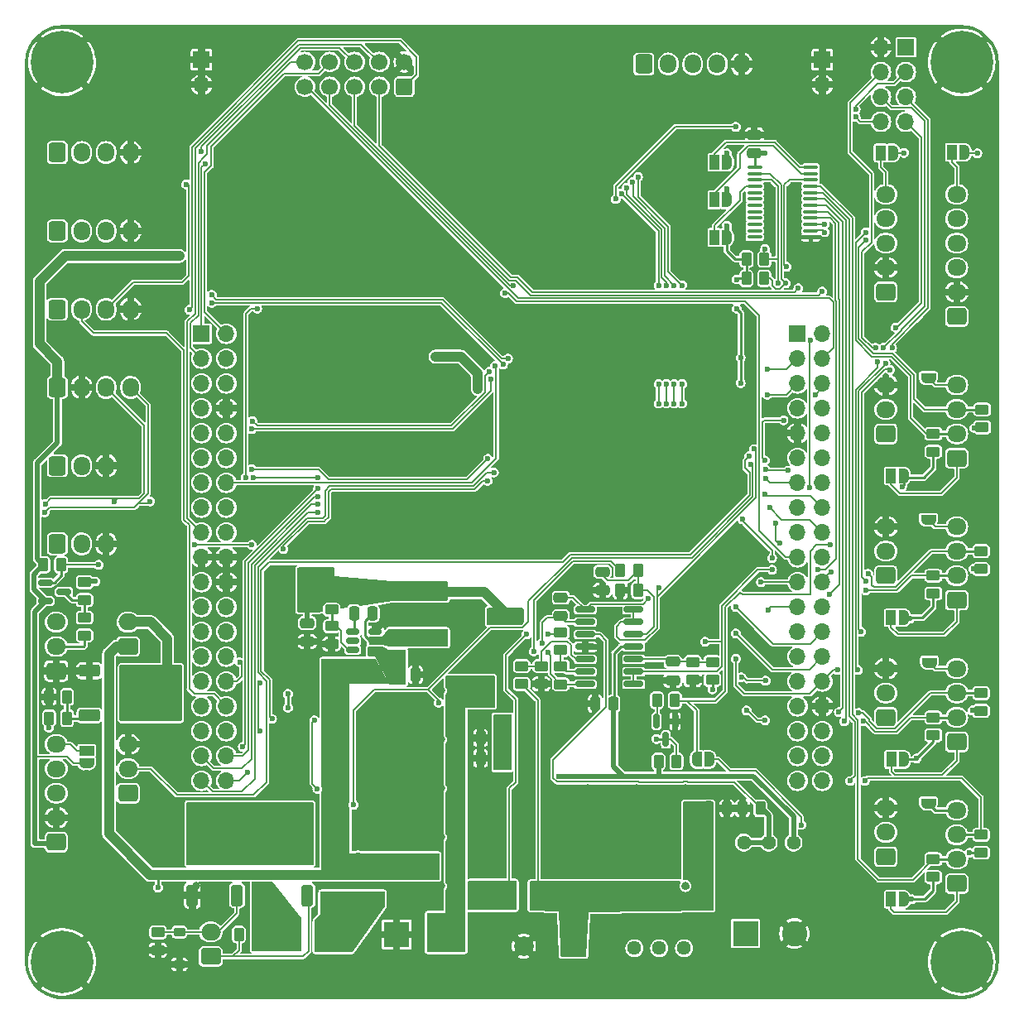
<source format=gbr>
%TF.GenerationSoftware,KiCad,Pcbnew,7.0.1*%
%TF.CreationDate,2023-04-06T21:06:24+02:00*%
%TF.ProjectId,Scout_Robot_Controller,53636f75-745f-4526-9f62-6f745f436f6e,rev?*%
%TF.SameCoordinates,Original*%
%TF.FileFunction,Copper,L2,Bot*%
%TF.FilePolarity,Positive*%
%FSLAX46Y46*%
G04 Gerber Fmt 4.6, Leading zero omitted, Abs format (unit mm)*
G04 Created by KiCad (PCBNEW 7.0.1) date 2023-04-06 21:06:24*
%MOMM*%
%LPD*%
G01*
G04 APERTURE LIST*
G04 Aperture macros list*
%AMRoundRect*
0 Rectangle with rounded corners*
0 $1 Rounding radius*
0 $2 $3 $4 $5 $6 $7 $8 $9 X,Y pos of 4 corners*
0 Add a 4 corners polygon primitive as box body*
4,1,4,$2,$3,$4,$5,$6,$7,$8,$9,$2,$3,0*
0 Add four circle primitives for the rounded corners*
1,1,$1+$1,$2,$3*
1,1,$1+$1,$4,$5*
1,1,$1+$1,$6,$7*
1,1,$1+$1,$8,$9*
0 Add four rect primitives between the rounded corners*
20,1,$1+$1,$2,$3,$4,$5,0*
20,1,$1+$1,$4,$5,$6,$7,0*
20,1,$1+$1,$6,$7,$8,$9,0*
20,1,$1+$1,$8,$9,$2,$3,0*%
%AMFreePoly0*
4,1,19,0.500000,-0.750000,0.000000,-0.750000,0.000000,-0.744911,-0.071157,-0.744911,-0.207708,-0.704816,-0.327430,-0.627875,-0.420627,-0.520320,-0.479746,-0.390866,-0.500000,-0.250000,-0.500000,0.250000,-0.479746,0.390866,-0.420627,0.520320,-0.327430,0.627875,-0.207708,0.704816,-0.071157,0.744911,0.000000,0.744911,0.000000,0.750000,0.500000,0.750000,0.500000,-0.750000,0.500000,-0.750000,
$1*%
%AMFreePoly1*
4,1,19,0.000000,0.744911,0.071157,0.744911,0.207708,0.704816,0.327430,0.627875,0.420627,0.520320,0.479746,0.390866,0.500000,0.250000,0.500000,-0.250000,0.479746,-0.390866,0.420627,-0.520320,0.327430,-0.627875,0.207708,-0.704816,0.071157,-0.744911,0.000000,-0.744911,0.000000,-0.750000,-0.500000,-0.750000,-0.500000,0.750000,0.000000,0.750000,0.000000,0.744911,0.000000,0.744911,
$1*%
%AMFreePoly2*
4,1,19,0.550000,-0.750000,0.000000,-0.750000,0.000000,-0.744911,-0.071157,-0.744911,-0.207708,-0.704816,-0.327430,-0.627875,-0.420627,-0.520320,-0.479746,-0.390866,-0.500000,-0.250000,-0.500000,0.250000,-0.479746,0.390866,-0.420627,0.520320,-0.327430,0.627875,-0.207708,0.704816,-0.071157,0.744911,0.000000,0.744911,0.000000,0.750000,0.550000,0.750000,0.550000,-0.750000,0.550000,-0.750000,
$1*%
%AMFreePoly3*
4,1,19,0.000000,0.744911,0.071157,0.744911,0.207708,0.704816,0.327430,0.627875,0.420627,0.520320,0.479746,0.390866,0.500000,0.250000,0.500000,-0.250000,0.479746,-0.390866,0.420627,-0.520320,0.327430,-0.627875,0.207708,-0.704816,0.071157,-0.744911,0.000000,-0.744911,0.000000,-0.750000,-0.550000,-0.750000,-0.550000,0.750000,0.000000,0.750000,0.000000,0.744911,0.000000,0.744911,
$1*%
G04 Aperture macros list end*
%TA.AperFunction,ComponentPad*%
%ADD10RoundRect,0.250000X0.725000X-0.600000X0.725000X0.600000X-0.725000X0.600000X-0.725000X-0.600000X0*%
%TD*%
%TA.AperFunction,ComponentPad*%
%ADD11O,1.950000X1.700000*%
%TD*%
%TA.AperFunction,ComponentPad*%
%ADD12C,1.440000*%
%TD*%
%TA.AperFunction,ComponentPad*%
%ADD13R,2.600000X2.600000*%
%TD*%
%TA.AperFunction,ComponentPad*%
%ADD14C,2.600000*%
%TD*%
%TA.AperFunction,ComponentPad*%
%ADD15C,0.800000*%
%TD*%
%TA.AperFunction,ComponentPad*%
%ADD16C,6.400000*%
%TD*%
%TA.AperFunction,ComponentPad*%
%ADD17RoundRect,0.250000X-0.600000X-0.725000X0.600000X-0.725000X0.600000X0.725000X-0.600000X0.725000X0*%
%TD*%
%TA.AperFunction,ComponentPad*%
%ADD18O,1.700000X1.950000*%
%TD*%
%TA.AperFunction,ComponentPad*%
%ADD19R,1.700000X1.700000*%
%TD*%
%TA.AperFunction,ComponentPad*%
%ADD20O,1.700000X1.700000*%
%TD*%
%TA.AperFunction,ComponentPad*%
%ADD21R,2.000000X2.000000*%
%TD*%
%TA.AperFunction,ComponentPad*%
%ADD22C,2.000000*%
%TD*%
%TA.AperFunction,ComponentPad*%
%ADD23RoundRect,0.250000X0.750000X-0.600000X0.750000X0.600000X-0.750000X0.600000X-0.750000X-0.600000X0*%
%TD*%
%TA.AperFunction,ComponentPad*%
%ADD24O,2.000000X1.700000*%
%TD*%
%TA.AperFunction,SMDPad,CuDef*%
%ADD25RoundRect,0.250000X0.450000X-0.262500X0.450000X0.262500X-0.450000X0.262500X-0.450000X-0.262500X0*%
%TD*%
%TA.AperFunction,SMDPad,CuDef*%
%ADD26RoundRect,0.250000X-0.450000X0.262500X-0.450000X-0.262500X0.450000X-0.262500X0.450000X0.262500X0*%
%TD*%
%TA.AperFunction,SMDPad,CuDef*%
%ADD27FreePoly0,0.000000*%
%TD*%
%TA.AperFunction,SMDPad,CuDef*%
%ADD28FreePoly1,0.000000*%
%TD*%
%TA.AperFunction,SMDPad,CuDef*%
%ADD29RoundRect,0.250000X0.250000X0.475000X-0.250000X0.475000X-0.250000X-0.475000X0.250000X-0.475000X0*%
%TD*%
%TA.AperFunction,SMDPad,CuDef*%
%ADD30FreePoly2,180.000000*%
%TD*%
%TA.AperFunction,SMDPad,CuDef*%
%ADD31R,1.000000X1.500000*%
%TD*%
%TA.AperFunction,SMDPad,CuDef*%
%ADD32FreePoly3,180.000000*%
%TD*%
%TA.AperFunction,SMDPad,CuDef*%
%ADD33RoundRect,0.250000X-0.475000X0.250000X-0.475000X-0.250000X0.475000X-0.250000X0.475000X0.250000X0*%
%TD*%
%TA.AperFunction,SMDPad,CuDef*%
%ADD34RoundRect,0.150000X-0.587500X-0.150000X0.587500X-0.150000X0.587500X0.150000X-0.587500X0.150000X0*%
%TD*%
%TA.AperFunction,SMDPad,CuDef*%
%ADD35FreePoly0,270.000000*%
%TD*%
%TA.AperFunction,SMDPad,CuDef*%
%ADD36FreePoly1,270.000000*%
%TD*%
%TA.AperFunction,SMDPad,CuDef*%
%ADD37RoundRect,0.250000X-0.250000X-0.475000X0.250000X-0.475000X0.250000X0.475000X-0.250000X0.475000X0*%
%TD*%
%TA.AperFunction,SMDPad,CuDef*%
%ADD38RoundRect,0.250000X-0.262500X-0.450000X0.262500X-0.450000X0.262500X0.450000X-0.262500X0.450000X0*%
%TD*%
%TA.AperFunction,SMDPad,CuDef*%
%ADD39RoundRect,0.250000X0.262500X0.450000X-0.262500X0.450000X-0.262500X-0.450000X0.262500X-0.450000X0*%
%TD*%
%TA.AperFunction,ComponentPad*%
%ADD40RoundRect,0.250000X0.600000X-0.600000X0.600000X0.600000X-0.600000X0.600000X-0.600000X-0.600000X0*%
%TD*%
%TA.AperFunction,ComponentPad*%
%ADD41C,1.700000*%
%TD*%
%TA.AperFunction,SMDPad,CuDef*%
%ADD42RoundRect,0.250000X0.350000X-0.850000X0.350000X0.850000X-0.350000X0.850000X-0.350000X-0.850000X0*%
%TD*%
%TA.AperFunction,SMDPad,CuDef*%
%ADD43RoundRect,0.250000X1.125000X-1.275000X1.125000X1.275000X-1.125000X1.275000X-1.125000X-1.275000X0*%
%TD*%
%TA.AperFunction,SMDPad,CuDef*%
%ADD44RoundRect,0.249997X2.650003X-2.950003X2.650003X2.950003X-2.650003X2.950003X-2.650003X-2.950003X0*%
%TD*%
%TA.AperFunction,SMDPad,CuDef*%
%ADD45RoundRect,0.225000X-0.375000X0.225000X-0.375000X-0.225000X0.375000X-0.225000X0.375000X0.225000X0*%
%TD*%
%TA.AperFunction,SMDPad,CuDef*%
%ADD46RoundRect,0.100000X0.637500X0.100000X-0.637500X0.100000X-0.637500X-0.100000X0.637500X-0.100000X0*%
%TD*%
%TA.AperFunction,SMDPad,CuDef*%
%ADD47RoundRect,0.250000X1.075000X-0.312500X1.075000X0.312500X-1.075000X0.312500X-1.075000X-0.312500X0*%
%TD*%
%TA.AperFunction,SMDPad,CuDef*%
%ADD48RoundRect,0.250000X-0.850000X-0.350000X0.850000X-0.350000X0.850000X0.350000X-0.850000X0.350000X0*%
%TD*%
%TA.AperFunction,SMDPad,CuDef*%
%ADD49RoundRect,0.250000X-1.275000X-1.125000X1.275000X-1.125000X1.275000X1.125000X-1.275000X1.125000X0*%
%TD*%
%TA.AperFunction,SMDPad,CuDef*%
%ADD50RoundRect,0.249997X-2.950003X-2.650003X2.950003X-2.650003X2.950003X2.650003X-2.950003X2.650003X0*%
%TD*%
%TA.AperFunction,SMDPad,CuDef*%
%ADD51RoundRect,0.250000X0.475000X-0.250000X0.475000X0.250000X-0.475000X0.250000X-0.475000X-0.250000X0*%
%TD*%
%TA.AperFunction,SMDPad,CuDef*%
%ADD52R,5.700000X1.600000*%
%TD*%
%TA.AperFunction,SMDPad,CuDef*%
%ADD53FreePoly2,90.000000*%
%TD*%
%TA.AperFunction,SMDPad,CuDef*%
%ADD54R,1.500000X1.000000*%
%TD*%
%TA.AperFunction,SMDPad,CuDef*%
%ADD55FreePoly3,90.000000*%
%TD*%
%TA.AperFunction,SMDPad,CuDef*%
%ADD56RoundRect,0.150000X0.825000X0.150000X-0.825000X0.150000X-0.825000X-0.150000X0.825000X-0.150000X0*%
%TD*%
%TA.AperFunction,SMDPad,CuDef*%
%ADD57RoundRect,0.250000X-0.312500X-1.075000X0.312500X-1.075000X0.312500X1.075000X-0.312500X1.075000X0*%
%TD*%
%TA.AperFunction,SMDPad,CuDef*%
%ADD58RoundRect,0.150000X0.512500X0.150000X-0.512500X0.150000X-0.512500X-0.150000X0.512500X-0.150000X0*%
%TD*%
%TA.AperFunction,SMDPad,CuDef*%
%ADD59RoundRect,0.150000X-0.150000X0.587500X-0.150000X-0.587500X0.150000X-0.587500X0.150000X0.587500X0*%
%TD*%
%TA.AperFunction,ViaPad*%
%ADD60C,0.600000*%
%TD*%
%TA.AperFunction,ViaPad*%
%ADD61C,0.800000*%
%TD*%
%TA.AperFunction,Conductor*%
%ADD62C,1.016000*%
%TD*%
%TA.AperFunction,Conductor*%
%ADD63C,0.254000*%
%TD*%
%TA.AperFunction,Conductor*%
%ADD64C,0.127000*%
%TD*%
%TA.AperFunction,Conductor*%
%ADD65C,0.508000*%
%TD*%
G04 APERTURE END LIST*
D10*
%TO.P,J5,1,Pin_1*%
%TO.N,+3V3*%
X195250000Y-135250000D03*
D11*
%TO.P,J5,2,Pin_2*%
%TO.N,unconnected-(J5-Pin_2-Pad2)*%
X195250000Y-132750000D03*
%TO.P,J5,3,Pin_3*%
%TO.N,GND*%
X195250000Y-130250000D03*
%TD*%
D10*
%TO.P,J7,1,Pin_1*%
%TO.N,Net-(J7-Pin_1)*%
X202500000Y-123500000D03*
D11*
%TO.P,J7,2,Pin_2*%
%TO.N,ENC_B_SDA*%
X202500000Y-121000000D03*
%TO.P,J7,3,Pin_3*%
%TO.N,ENC_B_SCL*%
X202500000Y-118500000D03*
%TO.P,J7,4,Pin_4*%
%TO.N,Net-(J7-Pin_4)*%
X202500000Y-116000000D03*
%TD*%
D10*
%TO.P,J1,1,Pin_1*%
%TO.N,Net-(J1-Pin_1)*%
X202500000Y-138000000D03*
D11*
%TO.P,J1,2,Pin_2*%
%TO.N,ENC_A_SDA*%
X202500000Y-135500000D03*
%TO.P,J1,3,Pin_3*%
%TO.N,ENC_A_SCL*%
X202500000Y-133000000D03*
%TO.P,J1,4,Pin_4*%
%TO.N,Net-(J1-Pin_4)*%
X202500000Y-130500000D03*
%TD*%
D12*
%TO.P,RV2,1,1*%
%TO.N,+5V*%
X185800000Y-133800000D03*
%TO.P,RV2,2,2*%
%TO.N,Net-(U2D-+)*%
X183260000Y-133800000D03*
%TO.P,RV2,3,3*%
X180720000Y-133800000D03*
%TD*%
D13*
%TO.P,J27,1,Pin_1*%
%TO.N,GND*%
X145200000Y-143200000D03*
D14*
%TO.P,J27,2,Pin_2*%
%TO.N,/BatteryManagement/V_CHRGR*%
X150200000Y-143200000D03*
%TD*%
D10*
%TO.P,J23,1,Pin_1*%
%TO.N,+3V3*%
X195250000Y-77500000D03*
D11*
%TO.P,J23,2,Pin_2*%
%TO.N,GND*%
X195250000Y-75000000D03*
%TO.P,J23,3,Pin_3*%
%TO.N,I2C_1_SCL*%
X195250000Y-72500000D03*
%TO.P,J23,4,Pin_4*%
%TO.N,I2C_1_SDA*%
X195250000Y-70000000D03*
%TO.P,J23,5,Pin_5*%
%TO.N,Net-(J23-Pin_5)*%
X195250000Y-67500000D03*
%TD*%
D10*
%TO.P,J8,1,Pin_1*%
%TO.N,Net-(J8-Pin_1)*%
X202500000Y-94500000D03*
D11*
%TO.P,J8,2,Pin_2*%
%TO.N,ENC_D_SDA*%
X202500000Y-92000000D03*
%TO.P,J8,3,Pin_3*%
%TO.N,ENC_D_SCL*%
X202500000Y-89500000D03*
%TO.P,J8,4,Pin_4*%
%TO.N,Net-(J8-Pin_4)*%
X202500000Y-87000000D03*
%TD*%
D15*
%TO.P,H3,1,1*%
%TO.N,GND*%
X200600000Y-146000000D03*
X201302944Y-144302944D03*
X201302944Y-147697056D03*
X203000000Y-143600000D03*
D16*
X203000000Y-146000000D03*
D15*
X203000000Y-148400000D03*
X204697056Y-144302944D03*
X204697056Y-147697056D03*
X205400000Y-146000000D03*
%TD*%
%TO.P,H1,1,1*%
%TO.N,GND*%
X108600000Y-54000000D03*
X109302944Y-52302944D03*
X109302944Y-55697056D03*
X111000000Y-51600000D03*
D16*
X111000000Y-54000000D03*
D15*
X111000000Y-56400000D03*
X112697056Y-52302944D03*
X112697056Y-55697056D03*
X113400000Y-54000000D03*
%TD*%
D10*
%TO.P,J2,1,Pin_1*%
%TO.N,Net-(J2-Pin_1)*%
X202500000Y-109000000D03*
D11*
%TO.P,J2,2,Pin_2*%
%TO.N,ENC_C_SDA*%
X202500000Y-106500000D03*
%TO.P,J2,3,Pin_3*%
%TO.N,ENC_C_SCL*%
X202500000Y-104000000D03*
%TO.P,J2,4,Pin_4*%
%TO.N,Net-(J2-Pin_4)*%
X202500000Y-101500000D03*
%TD*%
D10*
%TO.P,J10,1,Pin_1*%
%TO.N,+3V3*%
X195250000Y-121000000D03*
D11*
%TO.P,J10,2,Pin_2*%
%TO.N,unconnected-(J10-Pin_2-Pad2)*%
X195250000Y-118500000D03*
%TO.P,J10,3,Pin_3*%
%TO.N,GND*%
X195250000Y-116000000D03*
%TD*%
D17*
%TO.P,J15,1,Pin_1*%
%TO.N,UART_SEC_TX*%
X110500000Y-103250000D03*
D18*
%TO.P,J15,2,Pin_2*%
%TO.N,UART_SEC_RX*%
X113000000Y-103250000D03*
%TO.P,J15,3,Pin_3*%
%TO.N,GND*%
X115500000Y-103250000D03*
%TD*%
D19*
%TO.P,U1,1,PC10*%
%TO.N,MOT_C_DIR*%
X125250000Y-81760000D03*
D20*
%TO.P,U1,2,PC11*%
%TO.N,MOT_B_DIR*%
X127790000Y-81760000D03*
%TO.P,U1,3,PC12*%
%TO.N,MOT_A_DIR*%
X125250000Y-84300000D03*
%TO.P,U1,4,PD2*%
%TO.N,MOT_EN*%
X127790000Y-84300000D03*
%TO.P,U1,5,VDD*%
%TO.N,unconnected-(U1-VDD-Pad5)*%
X125250000Y-86840000D03*
%TO.P,U1,6,E5V*%
%TO.N,+5V*%
X127790000Y-86840000D03*
%TO.P,U1,7,~{BOOT0}*%
%TO.N,unconnected-(U1-~{BOOT0}-Pad7)*%
X125250000Y-89380000D03*
%TO.P,U1,8,GND*%
%TO.N,GND*%
X127790000Y-89380000D03*
%TO.P,U1,9,NC*%
%TO.N,unconnected-(U1-NC-Pad9)*%
X125250000Y-91920000D03*
%TO.P,U1,10,NC*%
%TO.N,unconnected-(U1-NC-Pad10)*%
X127790000Y-91920000D03*
%TO.P,U1,11,NC*%
%TO.N,unconnected-(U1-NC-Pad11)*%
X125250000Y-94460000D03*
%TO.P,U1,12,IOREF*%
%TO.N,unconnected-(U1-IOREF-Pad12)*%
X127790000Y-94460000D03*
%TO.P,U1,13,STLINK_TMS/PA13*%
%TO.N,unconnected-(U1-STLINK_TMS{slash}PA13-Pad13)*%
X125250000Y-97000000D03*
%TO.P,U1,14,~{RESET}*%
%TO.N,SYS_RST*%
X127790000Y-97000000D03*
%TO.P,U1,15,STLINK_TCK/PA14*%
%TO.N,unconnected-(U1-STLINK_TCK{slash}PA14-Pad15)*%
X125250000Y-99540000D03*
%TO.P,U1,16,+3V3*%
%TO.N,unconnected-(U1-+3V3-Pad16)*%
X127790000Y-99540000D03*
%TO.P,U1,17,PA15*%
%TO.N,MOT_D_DIR*%
X125250000Y-102080000D03*
%TO.P,U1,18,+5V*%
%TO.N,unconnected-(U1-+5V-Pad18)*%
X127790000Y-102080000D03*
%TO.P,U1,19,GND*%
%TO.N,GND*%
X125250000Y-104620000D03*
%TO.P,U1,20,GND*%
X127790000Y-104620000D03*
%TO.P,U1,21,PB7*%
%TO.N,UART_SEC_RX*%
X125250000Y-107160000D03*
%TO.P,U1,22,GND*%
%TO.N,GND*%
X127790000Y-107160000D03*
%TO.P,U1,23,PC13*%
%TO.N,unconnected-(U1-PC13-Pad23)*%
X125250000Y-109700000D03*
%TO.P,U1,24,VIN*%
%TO.N,unconnected-(U1-VIN-Pad24)*%
X127790000Y-109700000D03*
%TO.P,U1,25,PC14*%
%TO.N,unconnected-(U1-PC14-Pad25)*%
X125250000Y-112240000D03*
%TO.P,U1,26,NC*%
%TO.N,unconnected-(U1-NC-Pad26)*%
X127790000Y-112240000D03*
%TO.P,U1,27,PC15*%
%TO.N,unconnected-(U1-PC15-Pad27)*%
X125250000Y-114780000D03*
%TO.P,U1,28,PA0*%
%TO.N,BAT_CURR_CHRG_ADC*%
X127790000Y-114780000D03*
%TO.P,U1,29,PH0*%
%TO.N,unconnected-(U1-PH0-Pad29)*%
X125250000Y-117320000D03*
%TO.P,U1,30,PA1*%
%TO.N,US_SENS_B_TRIG*%
X127790000Y-117320000D03*
%TO.P,U1,31,PH1*%
%TO.N,unconnected-(U1-PH1-Pad31)*%
X125250000Y-119860000D03*
%TO.P,U1,32,PA4*%
%TO.N,US_SENS_C_TRIG*%
X127790000Y-119860000D03*
%TO.P,U1,33,VBAT*%
%TO.N,unconnected-(U1-VBAT-Pad33)*%
X125250000Y-122400000D03*
%TO.P,U1,34,PB0*%
%TO.N,NRF_CSN*%
X127790000Y-122400000D03*
%TO.P,U1,35,PC2*%
%TO.N,MOT_C_CURR_ADC*%
X125250000Y-124940000D03*
%TO.P,U1,36,PC1*%
%TO.N,MOT_B_CURR_ADC*%
X127790000Y-124940000D03*
%TO.P,U1,37,PC3*%
%TO.N,MOT_D_CURR_ADC*%
X125250000Y-127480000D03*
%TO.P,U1,38,PC0*%
%TO.N,MOT_A_CURR_ADC*%
X127790000Y-127480000D03*
D19*
%TO.P,U1,39,PC9*%
%TO.N,MOT_D_PWM*%
X186210000Y-81760000D03*
D20*
%TO.P,U1,40,PC8*%
%TO.N,MOT_C_PWM*%
X188750000Y-81760000D03*
%TO.P,U1,41,PB8*%
%TO.N,I2C_1_SCL*%
X186210000Y-84300000D03*
%TO.P,U1,42,PC6*%
%TO.N,MOT_A_PWM*%
X188750000Y-84300000D03*
%TO.P,U1,43,PB9*%
%TO.N,I2C_1_SDA*%
X186210000Y-86840000D03*
%TO.P,U1,44,PC5*%
%TO.N,V_CHRGR_ADC*%
X188750000Y-86840000D03*
%TO.P,U1,45,AVDD*%
%TO.N,unconnected-(U1-AVDD-Pad45)*%
X186210000Y-89380000D03*
%TO.P,U1,46,U5V*%
%TO.N,unconnected-(U1-U5V-Pad46)*%
X188750000Y-89380000D03*
%TO.P,U1,47,GND*%
%TO.N,GND*%
X186210000Y-91920000D03*
%TO.P,U1,48,NC*%
%TO.N,unconnected-(U1-NC-Pad48)*%
X188750000Y-91920000D03*
%TO.P,U1,49,PA5*%
%TO.N,unconnected-(U1-PA5-Pad49)*%
X186210000Y-94460000D03*
%TO.P,U1,50,PA12*%
%TO.N,PWR_LEDS*%
X188750000Y-94460000D03*
%TO.P,U1,51,PA6*%
%TO.N,BAT_CURR_DISCH_ADC*%
X186210000Y-97000000D03*
%TO.P,U1,52,PA11*%
%TO.N,CHRG_EN*%
X188750000Y-97000000D03*
%TO.P,U1,53,PA7*%
%TO.N,V_BAT_ADC*%
X186210000Y-99540000D03*
%TO.P,U1,54,PB12*%
%TO.N,US_SENS_A_TRIG*%
X188750000Y-99540000D03*
%TO.P,U1,55,PB6*%
%TO.N,UART_SEC_TX*%
X186210000Y-102080000D03*
%TO.P,U1,56,PB11*%
%TO.N,I2C_2_SDA*%
X188750000Y-102080000D03*
%TO.P,U1,57,PC7*%
%TO.N,MOT_B_PWM*%
X186210000Y-104620000D03*
%TO.P,U1,58,GND*%
%TO.N,GND*%
X188750000Y-104620000D03*
%TO.P,U1,59,PA9*%
%TO.N,US_SENS_B_ECHO*%
X186210000Y-107160000D03*
%TO.P,U1,60,PB2*%
%TO.N,NRF_IRQ*%
X188750000Y-107160000D03*
%TO.P,U1,61,PA8*%
%TO.N,US_SENS_A_ECHO*%
X186210000Y-109700000D03*
%TO.P,U1,62,PB1*%
%TO.N,NRF_CE*%
X188750000Y-109700000D03*
%TO.P,U1,63,PB10*%
%TO.N,I2C_2_SCL*%
X186210000Y-112240000D03*
%TO.P,U1,64,PB15*%
%TO.N,SPI_MOSI*%
X188750000Y-112240000D03*
%TO.P,U1,65,PB4*%
%TO.N,unconnected-(U1-PB4-Pad65)*%
X186210000Y-114780000D03*
%TO.P,U1,66,PB14*%
%TO.N,SPI_MISO*%
X188750000Y-114780000D03*
%TO.P,U1,67,PB5*%
%TO.N,WSLED_DIN*%
X186210000Y-117320000D03*
%TO.P,U1,68,PB13*%
%TO.N,SPI_SCK*%
X188750000Y-117320000D03*
%TO.P,U1,69,STLINK_SWO/PB3*%
%TO.N,unconnected-(U1-STLINK_SWO{slash}PB3-Pad69)*%
X186210000Y-119860000D03*
%TO.P,U1,70,AGND*%
%TO.N,GND*%
X188750000Y-119860000D03*
%TO.P,U1,71,PA10*%
%TO.N,US_SENS_C_ECHO*%
X186210000Y-122400000D03*
%TO.P,U1,72,PC4*%
%TO.N,LIGHT_SENS_ADC*%
X188750000Y-122400000D03*
%TO.P,U1,73,STLINK_UART_TX/PA2*%
%TO.N,UART_PRI_TX*%
X186210000Y-124940000D03*
%TO.P,U1,74,NC*%
%TO.N,unconnected-(U1-NC-Pad74)*%
X188750000Y-124940000D03*
%TO.P,U1,75,STLINK_UART_RX/PA3*%
%TO.N,UART_PRI_RX*%
X186210000Y-127480000D03*
%TO.P,U1,76,NC*%
%TO.N,unconnected-(U1-NC-Pad76)*%
X188750000Y-127480000D03*
D19*
%TO.P,U1,77,GND*%
%TO.N,GND*%
X188750000Y-53750000D03*
D20*
%TO.P,U1,78,GND*%
X188750000Y-56290000D03*
D19*
%TO.P,U1,79,GND*%
X125250000Y-53750000D03*
D20*
%TO.P,U1,80,GND*%
X125250000Y-56290000D03*
%TD*%
D17*
%TO.P,J21,1,Pin_1*%
%TO.N,+5V*%
X110500000Y-79250000D03*
D18*
%TO.P,J21,2,Pin_2*%
%TO.N,US_SENS_C_TRIG*%
X113000000Y-79250000D03*
%TO.P,J21,3,Pin_3*%
%TO.N,US_SENS_C_ECHO*%
X115500000Y-79250000D03*
%TO.P,J21,4,Pin_4*%
%TO.N,GND*%
X118000000Y-79250000D03*
%TD*%
D10*
%TO.P,J11,1,Pin_1*%
%TO.N,+3V3*%
X195250000Y-92000000D03*
D11*
%TO.P,J11,2,Pin_2*%
%TO.N,unconnected-(J11-Pin_2-Pad2)*%
X195250000Y-89500000D03*
%TO.P,J11,3,Pin_3*%
%TO.N,GND*%
X195250000Y-87000000D03*
%TD*%
D10*
%TO.P,J13,1,Pin_1*%
%TO.N,+3V3*%
X202500000Y-80000000D03*
D11*
%TO.P,J13,2,Pin_2*%
%TO.N,GND*%
X202500000Y-77500000D03*
%TO.P,J13,3,Pin_3*%
%TO.N,I2C_1_SCL*%
X202500000Y-75000000D03*
%TO.P,J13,4,Pin_4*%
%TO.N,I2C_1_SDA*%
X202500000Y-72500000D03*
%TO.P,J13,5,Pin_5*%
%TO.N,+3V3*%
X202500000Y-70000000D03*
%TO.P,J13,6,Pin_6*%
%TO.N,Net-(J13-Pin_6)*%
X202500000Y-67500000D03*
%TD*%
D17*
%TO.P,J25,1,Pin_1*%
%TO.N,+5V*%
X110500000Y-71250000D03*
D18*
%TO.P,J25,2,Pin_2*%
%TO.N,US_SENS_B_TRIG*%
X113000000Y-71250000D03*
%TO.P,J25,3,Pin_3*%
%TO.N,US_SENS_B_ECHO*%
X115500000Y-71250000D03*
%TO.P,J25,4,Pin_4*%
%TO.N,GND*%
X118000000Y-71250000D03*
%TD*%
D10*
%TO.P,J3,1,Pin_1*%
%TO.N,GND*%
X110400000Y-116250000D03*
D11*
%TO.P,J3,2,Pin_2*%
%TO.N,Net-(J3-Pin_2)*%
X110400000Y-113750000D03*
%TO.P,J3,3,Pin_3*%
%TO.N,+5V*%
X110400000Y-111250000D03*
%TD*%
D19*
%TO.P,J9,1,Pin_1*%
%TO.N,+3V3*%
X197290000Y-52450000D03*
D20*
%TO.P,J9,2,Pin_2*%
%TO.N,GND*%
X194750000Y-52450000D03*
%TO.P,J9,3,Pin_3*%
%TO.N,NRF_CSN*%
X197290000Y-54990000D03*
%TO.P,J9,4,Pin_4*%
%TO.N,NRF_CE*%
X194750000Y-54990000D03*
%TO.P,J9,5,Pin_5*%
%TO.N,SPI_MOSI*%
X197290000Y-57530000D03*
%TO.P,J9,6,Pin_6*%
%TO.N,SPI_SCK*%
X194750000Y-57530000D03*
%TO.P,J9,7,Pin_7*%
%TO.N,NRF_IRQ*%
X197290000Y-60070000D03*
%TO.P,J9,8,Pin_8*%
%TO.N,SPI_MISO*%
X194750000Y-60070000D03*
%TD*%
D10*
%TO.P,J6,1,Pin_1*%
%TO.N,+3V3*%
X195250000Y-106500000D03*
D11*
%TO.P,J6,2,Pin_2*%
%TO.N,unconnected-(J6-Pin_2-Pad2)*%
X195250000Y-104000000D03*
%TO.P,J6,3,Pin_3*%
%TO.N,GND*%
X195250000Y-101500000D03*
%TD*%
D17*
%TO.P,J16,1,Pin_1*%
%TO.N,+3V3*%
X110500000Y-87250000D03*
D18*
%TO.P,J16,2,Pin_2*%
%TO.N,GND*%
X113000000Y-87250000D03*
%TO.P,J16,3,Pin_3*%
%TO.N,I2C_1_SCL*%
X115500000Y-87250000D03*
%TO.P,J16,4,Pin_4*%
%TO.N,I2C_1_SDA*%
X118000000Y-87250000D03*
%TD*%
D15*
%TO.P,H2,1,1*%
%TO.N,GND*%
X200600000Y-54000000D03*
X201302944Y-52302944D03*
X201302944Y-55697056D03*
X203000000Y-51600000D03*
D16*
X203000000Y-54000000D03*
D15*
X203000000Y-56400000D03*
X204697056Y-52302944D03*
X204697056Y-55697056D03*
X205400000Y-54000000D03*
%TD*%
D17*
%TO.P,J14,1,Pin_1*%
%TO.N,UART_PRI_TX*%
X110500000Y-95250000D03*
D18*
%TO.P,J14,2,Pin_2*%
%TO.N,UART_PRI_RX*%
X113000000Y-95250000D03*
%TO.P,J14,3,Pin_3*%
%TO.N,GND*%
X115500000Y-95250000D03*
%TD*%
D21*
%TO.P,C10,1*%
%TO.N,Net-(C10-Pad1)*%
X163200000Y-144400000D03*
D22*
%TO.P,C10,2*%
%TO.N,GND*%
X158200000Y-144400000D03*
%TD*%
D10*
%TO.P,J22,1,Pin_1*%
%TO.N,+3V3*%
X110400000Y-133750000D03*
D11*
%TO.P,J22,2,Pin_2*%
%TO.N,GND*%
X110400000Y-131250000D03*
%TO.P,J22,3,Pin_3*%
%TO.N,I2C_1_SCL*%
X110400000Y-128750000D03*
%TO.P,J22,4,Pin_4*%
%TO.N,I2C_1_SDA*%
X110400000Y-126250000D03*
%TO.P,J22,5,Pin_5*%
%TO.N,Net-(J22-Pin_5)*%
X110400000Y-123750000D03*
%TD*%
D23*
%TO.P,J28,1,Pin_1*%
%TO.N,/BatteryManagement/BAT_SW_A*%
X126200000Y-145450000D03*
D24*
%TO.P,J28,2,Pin_2*%
%TO.N,/BatteryManagement/BAT_SW_B*%
X126200000Y-142950000D03*
%TD*%
D23*
%TO.P,J4,1,Pin_1*%
%TO.N,VCC*%
X117750000Y-113750000D03*
D24*
%TO.P,J4,2,Pin_2*%
%TO.N,Net-(J4-Pin_2)*%
X117750000Y-111250000D03*
%TD*%
D17*
%TO.P,J24,1,Pin_1*%
%TO.N,+5V*%
X110500000Y-63225000D03*
D18*
%TO.P,J24,2,Pin_2*%
%TO.N,US_SENS_A_TRIG*%
X113000000Y-63225000D03*
%TO.P,J24,3,Pin_3*%
%TO.N,US_SENS_A_ECHO*%
X115500000Y-63225000D03*
%TO.P,J24,4,Pin_4*%
%TO.N,GND*%
X118000000Y-63225000D03*
%TD*%
D15*
%TO.P,H4,1,1*%
%TO.N,GND*%
X108600000Y-146000000D03*
X109302944Y-144302944D03*
X109302944Y-147697056D03*
X111000000Y-143600000D03*
D16*
X111000000Y-146000000D03*
D15*
X111000000Y-148400000D03*
X112697056Y-144302944D03*
X112697056Y-147697056D03*
X113400000Y-146000000D03*
%TD*%
D13*
%TO.P,J26,1,Pin_1*%
%TO.N,/BatteryManagement/BAT-*%
X133700000Y-143200000D03*
D14*
%TO.P,J26,2,Pin_2*%
%TO.N,/BatteryManagement/BAT+*%
X138700000Y-143200000D03*
%TD*%
D10*
%TO.P,J12,1,Pin_1*%
%TO.N,+3V3*%
X117750000Y-128750000D03*
D11*
%TO.P,J12,2,Pin_2*%
%TO.N,LIGHT_SENS_ADC*%
X117750000Y-126250000D03*
%TO.P,J12,3,Pin_3*%
%TO.N,GND*%
X117750000Y-123750000D03*
%TD*%
D12*
%TO.P,RV1,1,1*%
%TO.N,Net-(C10-Pad1)*%
X174607323Y-144600000D03*
%TO.P,RV1,2,2*%
%TO.N,Net-(D6-K)*%
X172067323Y-144600000D03*
%TO.P,RV1,3,3*%
X169527323Y-144600000D03*
%TD*%
D13*
%TO.P,J17,1,Pin_1*%
%TO.N,VCC*%
X180900000Y-143100000D03*
D14*
%TO.P,J17,2,Pin_2*%
%TO.N,GND*%
X185900000Y-143100000D03*
%TD*%
D25*
%TO.P,R93,1*%
%TO.N,+3V3*%
X200100000Y-122825000D03*
%TO.P,R93,2*%
%TO.N,ENC_B_SDA*%
X200100000Y-121000000D03*
%TD*%
D26*
%TO.P,R2,1*%
%TO.N,+5V*%
X113300000Y-107175000D03*
%TO.P,R2,2*%
%TO.N,Net-(Q1-D)*%
X113300000Y-109000000D03*
%TD*%
D27*
%TO.P,JP12,1,A*%
%TO.N,CHRG_EN*%
X175900000Y-125300000D03*
D28*
%TO.P,JP12,2,B*%
%TO.N,+3V3*%
X177200000Y-125300000D03*
%TD*%
D29*
%TO.P,C2,1*%
%TO.N,/BatteryManagement/V_CHRG*%
X155700000Y-125200000D03*
%TO.P,C2,2*%
%TO.N,GND*%
X153800000Y-125200000D03*
%TD*%
D25*
%TO.P,R94,1*%
%TO.N,+3V3*%
X205000000Y-105825000D03*
%TO.P,R94,2*%
%TO.N,ENC_C_SCL*%
X205000000Y-104000000D03*
%TD*%
D30*
%TO.P,JP9,1,A*%
%TO.N,+3V3*%
X203300000Y-63200000D03*
D31*
%TO.P,JP9,2,C*%
%TO.N,Net-(J13-Pin_6)*%
X202000000Y-63200000D03*
D32*
%TO.P,JP9,3,B*%
%TO.N,GND*%
X200700000Y-63200000D03*
%TD*%
D33*
%TO.P,C4,1*%
%TO.N,Net-(U2A-+)*%
X166250000Y-106100000D03*
%TO.P,C4,2*%
%TO.N,GND*%
X166250000Y-108000000D03*
%TD*%
D25*
%TO.P,R95,1*%
%TO.N,+3V3*%
X200100000Y-108325000D03*
%TO.P,R95,2*%
%TO.N,ENC_C_SDA*%
X200100000Y-106500000D03*
%TD*%
D34*
%TO.P,Q1,1,G*%
%TO.N,+3V3*%
X109300000Y-109100000D03*
%TO.P,Q1,2,S*%
%TO.N,WSLED_DIN*%
X109300000Y-107200000D03*
%TO.P,Q1,3,D*%
%TO.N,Net-(Q1-D)*%
X111175000Y-108150000D03*
%TD*%
D25*
%TO.P,R92,1*%
%TO.N,+3V3*%
X205000000Y-120325000D03*
%TO.P,R92,2*%
%TO.N,ENC_B_SCL*%
X205000000Y-118500000D03*
%TD*%
D26*
%TO.P,R13,1*%
%TO.N,/BatteryManagement/BAT_SW_B*%
X120800000Y-142975000D03*
%TO.P,R13,2*%
%TO.N,GND*%
X120800000Y-144800000D03*
%TD*%
D33*
%TO.P,C22,1*%
%TO.N,+5V*%
X136062500Y-111350000D03*
%TO.P,C22,2*%
%TO.N,GND*%
X136062500Y-113250000D03*
%TD*%
D25*
%TO.P,R91,1*%
%TO.N,+3V3*%
X200100000Y-137325000D03*
%TO.P,R91,2*%
%TO.N,ENC_A_SDA*%
X200100000Y-135500000D03*
%TD*%
D35*
%TO.P,JP3,1,A*%
%TO.N,GND*%
X199600000Y-128500000D03*
D36*
%TO.P,JP3,2,B*%
%TO.N,Net-(J1-Pin_4)*%
X199600000Y-129800000D03*
%TD*%
D30*
%TO.P,JP6,1,A*%
%TO.N,+3V3*%
X197075000Y-96300000D03*
D31*
%TO.P,JP6,2,C*%
%TO.N,Net-(J8-Pin_1)*%
X195775000Y-96300000D03*
D32*
%TO.P,JP6,3,B*%
%TO.N,GND*%
X194475000Y-96300000D03*
%TD*%
D30*
%TO.P,JP5,1,A*%
%TO.N,+3V3*%
X197100000Y-125300000D03*
D31*
%TO.P,JP5,2,C*%
%TO.N,Net-(J7-Pin_1)*%
X195800000Y-125300000D03*
D32*
%TO.P,JP5,3,B*%
%TO.N,GND*%
X194500000Y-125300000D03*
%TD*%
D37*
%TO.P,C16,1*%
%TO.N,VCC*%
X145262500Y-116650000D03*
%TO.P,C16,2*%
%TO.N,GND*%
X147162500Y-116650000D03*
%TD*%
D35*
%TO.P,JP4,1,A*%
%TO.N,GND*%
X199600000Y-99500000D03*
D36*
%TO.P,JP4,2,B*%
%TO.N,Net-(J2-Pin_4)*%
X199600000Y-100800000D03*
%TD*%
D38*
%TO.P,R4,1*%
%TO.N,GND*%
X109675000Y-118900000D03*
%TO.P,R4,2*%
%TO.N,Net-(Q2-G)*%
X111500000Y-118900000D03*
%TD*%
D30*
%TO.P,JP16,1,A*%
%TO.N,+3V3*%
X179000000Y-68065000D03*
D31*
%TO.P,JP16,2,C*%
%TO.N,/I2C2MUX/A1*%
X177700000Y-68065000D03*
D32*
%TO.P,JP16,3,B*%
%TO.N,GND*%
X176400000Y-68065000D03*
%TD*%
D26*
%TO.P,R45,1*%
%TO.N,Net-(U6-FB)*%
X138562500Y-111662500D03*
%TO.P,R45,2*%
%TO.N,GND*%
X138562500Y-113487500D03*
%TD*%
D39*
%TO.P,R16,1*%
%TO.N,Net-(Q5-C)*%
X173825000Y-125500000D03*
%TO.P,R16,2*%
%TO.N,+5V*%
X172000000Y-125500000D03*
%TD*%
D35*
%TO.P,JP8,1,A*%
%TO.N,GND*%
X199600000Y-85000000D03*
D36*
%TO.P,JP8,2,B*%
%TO.N,Net-(J8-Pin_4)*%
X199600000Y-86300000D03*
%TD*%
D39*
%TO.P,R18,1*%
%TO.N,Net-(U2A-+)*%
X169912500Y-108000000D03*
%TO.P,R18,2*%
%TO.N,GND*%
X168087500Y-108000000D03*
%TD*%
D37*
%TO.P,C8,1*%
%TO.N,Net-(C10-Pad1)*%
X177100000Y-130300000D03*
%TO.P,C8,2*%
%TO.N,GND*%
X179000000Y-130300000D03*
%TD*%
D38*
%TO.P,R1,1*%
%TO.N,+3V3*%
X109075000Y-105400000D03*
%TO.P,R1,2*%
%TO.N,WSLED_DIN*%
X110900000Y-105400000D03*
%TD*%
D40*
%TO.P,J30,1,Pin_1*%
%TO.N,MOT_EN*%
X146000000Y-56500000D03*
D41*
%TO.P,J30,2,Pin_2*%
%TO.N,GND*%
X146000000Y-53960000D03*
%TO.P,J30,3,Pin_3*%
%TO.N,MOT_D_PWM*%
X143460000Y-56500000D03*
%TO.P,J30,4,Pin_4*%
%TO.N,MOT_D_DIR*%
X143460000Y-53960000D03*
%TO.P,J30,5,Pin_5*%
%TO.N,MOT_C_PWM*%
X140920000Y-56500000D03*
%TO.P,J30,6,Pin_6*%
%TO.N,MOT_C_DIR*%
X140920000Y-53960000D03*
%TO.P,J30,7,Pin_7*%
%TO.N,MOT_B_PWM*%
X138380000Y-56500000D03*
%TO.P,J30,8,Pin_8*%
%TO.N,MOT_B_DIR*%
X138380000Y-53960000D03*
%TO.P,J30,9,Pin_9*%
%TO.N,MOT_A_PWM*%
X135840000Y-56500000D03*
%TO.P,J30,10,Pin_10*%
%TO.N,MOT_A_DIR*%
X135840000Y-53960000D03*
%TD*%
D26*
%TO.P,R41,1*%
%TO.N,Net-(U2C--)*%
X162000000Y-115777500D03*
%TO.P,R41,2*%
%TO.N,Net-(U2D--)*%
X162000000Y-117602500D03*
%TD*%
D42*
%TO.P,Q4,1,G*%
%TO.N,/BatteryManagement/BAT_SW_B*%
X128880000Y-139200000D03*
D43*
%TO.P,Q4,2,D*%
%TO.N,Net-(Q3-D)*%
X125075000Y-134575000D03*
X128125000Y-134575000D03*
D44*
X126600000Y-132900000D03*
D43*
X125075000Y-131225000D03*
X128125000Y-131225000D03*
D42*
%TO.P,Q4,3,S*%
%TO.N,GND*%
X124320000Y-139200000D03*
%TD*%
D39*
%TO.P,R3,1*%
%TO.N,Net-(Q2-G)*%
X111500000Y-121075000D03*
%TO.P,R3,2*%
%TO.N,PWR_LEDS*%
X109675000Y-121075000D03*
%TD*%
D38*
%TO.P,R17,1*%
%TO.N,/BatteryManagement/V_CHRG*%
X168087500Y-106000000D03*
%TO.P,R17,2*%
%TO.N,Net-(U2A-+)*%
X169912500Y-106000000D03*
%TD*%
D26*
%TO.P,R5,1*%
%TO.N,Net-(Q1-D)*%
X113300000Y-110787500D03*
%TO.P,R5,2*%
%TO.N,Net-(J3-Pin_2)*%
X113300000Y-112612500D03*
%TD*%
D42*
%TO.P,Q3,1,G*%
%TO.N,/BatteryManagement/BAT_SW_A*%
X136080000Y-139200000D03*
D43*
%TO.P,Q3,2,D*%
%TO.N,Net-(Q3-D)*%
X132275000Y-134575000D03*
X135325000Y-134575000D03*
D44*
X133800000Y-132900000D03*
D43*
X132275000Y-131225000D03*
X135325000Y-131225000D03*
D42*
%TO.P,Q3,3,S*%
%TO.N,/BatteryManagement/BAT-*%
X131520000Y-139200000D03*
%TD*%
D30*
%TO.P,JP15,1,A*%
%TO.N,+3V3*%
X179000000Y-64230000D03*
D31*
%TO.P,JP15,2,C*%
%TO.N,/I2C2MUX/A0*%
X177700000Y-64230000D03*
D32*
%TO.P,JP15,3,B*%
%TO.N,GND*%
X176400000Y-64230000D03*
%TD*%
D26*
%TO.P,R29,1*%
%TO.N,Net-(U2B-+)*%
X175500000Y-115337500D03*
%TO.P,R29,2*%
%TO.N,GND*%
X175500000Y-117162500D03*
%TD*%
D25*
%TO.P,R36,1*%
%TO.N,Net-(C10-Pad1)*%
X158000000Y-117575000D03*
%TO.P,R36,2*%
%TO.N,Net-(U2C-+)*%
X158000000Y-115750000D03*
%TD*%
D45*
%TO.P,D3,1,K*%
%TO.N,/BatteryManagement/BAT_SW_B*%
X123000000Y-142950000D03*
%TO.P,D3,2,A*%
%TO.N,GND*%
X123000000Y-146250000D03*
%TD*%
D29*
%TO.P,C5,1*%
%TO.N,+5V*%
X167400000Y-119600000D03*
%TO.P,C5,2*%
%TO.N,GND*%
X165500000Y-119600000D03*
%TD*%
D46*
%TO.P,U19,1,A0*%
%TO.N,/I2C2MUX/A0*%
X187562500Y-64725000D03*
%TO.P,U19,2,A1*%
%TO.N,/I2C2MUX/A1*%
X187562500Y-65375000D03*
%TO.P,U19,3,~{RESET}*%
%TO.N,SYS_RST*%
X187562500Y-66025000D03*
%TO.P,U19,4,SD0*%
%TO.N,ENC_A_SDA*%
X187562500Y-66675000D03*
%TO.P,U19,5,SC0*%
%TO.N,ENC_A_SCL*%
X187562500Y-67325000D03*
%TO.P,U19,6,SD1*%
%TO.N,ENC_B_SDA*%
X187562500Y-67975000D03*
%TO.P,U19,7,SC1*%
%TO.N,ENC_B_SCL*%
X187562500Y-68625000D03*
%TO.P,U19,8,SD2*%
%TO.N,ENC_C_SDA*%
X187562500Y-69275000D03*
%TO.P,U19,9,SC2*%
%TO.N,ENC_C_SCL*%
X187562500Y-69925000D03*
%TO.P,U19,10,SD3*%
%TO.N,ENC_D_SDA*%
X187562500Y-70575000D03*
%TO.P,U19,11,SC3*%
%TO.N,ENC_D_SCL*%
X187562500Y-71225000D03*
%TO.P,U19,12,GND*%
%TO.N,GND*%
X187562500Y-71875000D03*
%TO.P,U19,13,SD4*%
%TO.N,unconnected-(U19-SD4-Pad13)*%
X181837500Y-71875000D03*
%TO.P,U19,14,SC4*%
%TO.N,unconnected-(U19-SC4-Pad14)*%
X181837500Y-71225000D03*
%TO.P,U19,15,SD5*%
%TO.N,unconnected-(U19-SD5-Pad15)*%
X181837500Y-70575000D03*
%TO.P,U19,16,SC5*%
%TO.N,unconnected-(U19-SC5-Pad16)*%
X181837500Y-69925000D03*
%TO.P,U19,17,SD6*%
%TO.N,unconnected-(U19-SD6-Pad17)*%
X181837500Y-69275000D03*
%TO.P,U19,18,SC6*%
%TO.N,unconnected-(U19-SC6-Pad18)*%
X181837500Y-68625000D03*
%TO.P,U19,19,SD7*%
%TO.N,unconnected-(U19-SD7-Pad19)*%
X181837500Y-67975000D03*
%TO.P,U19,20,SC7*%
%TO.N,unconnected-(U19-SC7-Pad20)*%
X181837500Y-67325000D03*
%TO.P,U19,21,A2*%
%TO.N,/I2C2MUX/A2*%
X181837500Y-66675000D03*
%TO.P,U19,22,SCL*%
%TO.N,I2C_2_SDA*%
X181837500Y-66025000D03*
%TO.P,U19,23,SDA*%
%TO.N,I2C_2_SCL*%
X181837500Y-65375000D03*
%TO.P,U19,24,VCC*%
%TO.N,+3V3*%
X181837500Y-64725000D03*
%TD*%
D25*
%TO.P,R97,1*%
%TO.N,+3V3*%
X200100000Y-93812500D03*
%TO.P,R97,2*%
%TO.N,ENC_D_SDA*%
X200100000Y-91987500D03*
%TD*%
D26*
%TO.P,R44,1*%
%TO.N,+5V*%
X138562500Y-108150000D03*
%TO.P,R44,2*%
%TO.N,Net-(U6-FB)*%
X138562500Y-109975000D03*
%TD*%
D47*
%TO.P,R20,1*%
%TO.N,/BatteryManagement/BAT+*%
X139100000Y-139762500D03*
%TO.P,R20,2*%
%TO.N,VCC*%
X139100000Y-136837500D03*
%TD*%
D17*
%TO.P,J29,1,Pin_1*%
%TO.N,MOT_A_CURR_ADC*%
X170500000Y-54180000D03*
D18*
%TO.P,J29,2,Pin_2*%
%TO.N,MOT_B_CURR_ADC*%
X173000000Y-54180000D03*
%TO.P,J29,3,Pin_3*%
%TO.N,MOT_C_CURR_ADC*%
X175500000Y-54180000D03*
%TO.P,J29,4,Pin_4*%
%TO.N,MOT_D_CURR_ADC*%
X178000000Y-54180000D03*
%TO.P,J29,5,Pin_5*%
%TO.N,GND*%
X180500000Y-54180000D03*
%TD*%
D48*
%TO.P,Q2,1,G*%
%TO.N,Net-(Q2-G)*%
X113775000Y-120805000D03*
D49*
%TO.P,Q2,2,D*%
%TO.N,Net-(J4-Pin_2)*%
X118400000Y-117000000D03*
X118400000Y-120050000D03*
D50*
X120075000Y-118525000D03*
D49*
X121750000Y-117000000D03*
X121750000Y-120050000D03*
D48*
%TO.P,Q2,3,S*%
%TO.N,GND*%
X113775000Y-116245000D03*
%TD*%
D33*
%TO.P,C7,1*%
%TO.N,Net-(U2B-+)*%
X173450000Y-115300000D03*
%TO.P,C7,2*%
%TO.N,GND*%
X173450000Y-117200000D03*
%TD*%
D30*
%TO.P,JP11,1,A*%
%TO.N,+3V3*%
X196000000Y-63257500D03*
D31*
%TO.P,JP11,2,C*%
%TO.N,Net-(J23-Pin_5)*%
X194700000Y-63257500D03*
D32*
%TO.P,JP11,3,B*%
%TO.N,GND*%
X193400000Y-63257500D03*
%TD*%
D51*
%TO.P,C50,1*%
%TO.N,+3V3*%
X181800000Y-63300000D03*
%TO.P,C50,2*%
%TO.N,GND*%
X181800000Y-61400000D03*
%TD*%
D30*
%TO.P,JP17,1,A*%
%TO.N,+3V3*%
X179000000Y-71900000D03*
D31*
%TO.P,JP17,2,C*%
%TO.N,/I2C2MUX/A2*%
X177700000Y-71900000D03*
D32*
%TO.P,JP17,3,B*%
%TO.N,GND*%
X176400000Y-71900000D03*
%TD*%
D38*
%TO.P,R6,1*%
%TO.N,+3V3*%
X180975000Y-76100000D03*
%TO.P,R6,2*%
%TO.N,I2C_2_SCL*%
X182800000Y-76100000D03*
%TD*%
D25*
%TO.P,R96,1*%
%TO.N,+3V3*%
X205100000Y-91325000D03*
%TO.P,R96,2*%
%TO.N,ENC_D_SCL*%
X205100000Y-89500000D03*
%TD*%
D30*
%TO.P,JP1,1,A*%
%TO.N,+3V3*%
X197075000Y-139600000D03*
D31*
%TO.P,JP1,2,C*%
%TO.N,Net-(J1-Pin_1)*%
X195775000Y-139600000D03*
D32*
%TO.P,JP1,3,B*%
%TO.N,GND*%
X194475000Y-139600000D03*
%TD*%
D52*
%TO.P,L2,1,1*%
%TO.N,Net-(U6-SW)*%
X147500000Y-112900000D03*
%TO.P,L2,2,2*%
%TO.N,+5V*%
X147500000Y-108200000D03*
%TD*%
D25*
%TO.P,R90,1*%
%TO.N,+3V3*%
X205000000Y-134825000D03*
%TO.P,R90,2*%
%TO.N,ENC_A_SCL*%
X205000000Y-133000000D03*
%TD*%
%TO.P,R28,1*%
%TO.N,VCC*%
X177500000Y-117162500D03*
%TO.P,R28,2*%
%TO.N,Net-(U2B-+)*%
X177500000Y-115337500D03*
%TD*%
D26*
%TO.P,R37,1*%
%TO.N,Net-(U2C-+)*%
X160000000Y-115750000D03*
%TO.P,R37,2*%
%TO.N,GND*%
X160000000Y-117575000D03*
%TD*%
D29*
%TO.P,C3,1*%
%TO.N,/BatteryManagement/V_CHRG*%
X155700000Y-123100000D03*
%TO.P,C3,2*%
%TO.N,GND*%
X153800000Y-123100000D03*
%TD*%
D53*
%TO.P,JP10,1,A*%
%TO.N,+3V3*%
X113500000Y-125700000D03*
D54*
%TO.P,JP10,2,C*%
%TO.N,Net-(J22-Pin_5)*%
X113500000Y-124400000D03*
D55*
%TO.P,JP10,3,B*%
%TO.N,GND*%
X113500000Y-123100000D03*
%TD*%
D56*
%TO.P,U2,1*%
%TO.N,V_CHRGR_ADC*%
X169450000Y-109980000D03*
%TO.P,U2,2,-*%
X169450000Y-111250000D03*
%TO.P,U2,3,+*%
%TO.N,Net-(U2A-+)*%
X169450000Y-112520000D03*
%TO.P,U2,4,V+*%
%TO.N,+5V*%
X169450000Y-113790000D03*
%TO.P,U2,5,+*%
%TO.N,Net-(U2B-+)*%
X169450000Y-115060000D03*
%TO.P,U2,6,-*%
%TO.N,V_BAT_ADC*%
X169450000Y-116330000D03*
%TO.P,U2,7*%
X169450000Y-117600000D03*
%TO.P,U2,8*%
%TO.N,Net-(U2D--)*%
X164500000Y-117600000D03*
%TO.P,U2,9,-*%
%TO.N,Net-(U2C--)*%
X164500000Y-116330000D03*
%TO.P,U2,10,+*%
%TO.N,Net-(U2C-+)*%
X164500000Y-115060000D03*
%TO.P,U2,11,V-*%
%TO.N,GND*%
X164500000Y-113790000D03*
%TO.P,U2,12,+*%
%TO.N,Net-(U2D-+)*%
X164500000Y-112520000D03*
%TO.P,U2,13,-*%
%TO.N,Net-(U2D--)*%
X164500000Y-111250000D03*
%TO.P,U2,14*%
%TO.N,Net-(D6-A)*%
X164500000Y-109980000D03*
%TD*%
D57*
%TO.P,R32,1*%
%TO.N,VCC*%
X156737500Y-139250000D03*
%TO.P,R32,2*%
%TO.N,Net-(C10-Pad1)*%
X159662500Y-139250000D03*
%TD*%
D38*
%TO.P,R7,1*%
%TO.N,+3V3*%
X181000000Y-74100000D03*
%TO.P,R7,2*%
%TO.N,I2C_2_SDA*%
X182825000Y-74100000D03*
%TD*%
D39*
%TO.P,R15,1*%
%TO.N,CHRG_EN*%
X173662500Y-119250000D03*
%TO.P,R15,2*%
%TO.N,Net-(Q5-B)*%
X171837500Y-119250000D03*
%TD*%
D30*
%TO.P,JP2,1,A*%
%TO.N,+3V3*%
X197075000Y-110800000D03*
D31*
%TO.P,JP2,2,C*%
%TO.N,Net-(J2-Pin_1)*%
X195775000Y-110800000D03*
D32*
%TO.P,JP2,3,B*%
%TO.N,GND*%
X194475000Y-110800000D03*
%TD*%
D38*
%TO.P,R10,1*%
%TO.N,/BatteryManagement/BAT_SW_A*%
X129075000Y-143200000D03*
%TO.P,R10,2*%
%TO.N,/BatteryManagement/BAT-*%
X130900000Y-143200000D03*
%TD*%
D47*
%TO.P,R19,1*%
%TO.N,/BatteryManagement/BAT+*%
X142400000Y-139762500D03*
%TO.P,R19,2*%
%TO.N,VCC*%
X142400000Y-136837500D03*
%TD*%
D26*
%TO.P,R35,1*%
%TO.N,VCC*%
X162000000Y-112292500D03*
%TO.P,R35,2*%
%TO.N,Net-(U2C--)*%
X162000000Y-114117500D03*
%TD*%
D58*
%TO.P,U6,1,GND*%
%TO.N,GND*%
X143000000Y-112200000D03*
%TO.P,U6,2,SW*%
%TO.N,Net-(U6-SW)*%
X143000000Y-113150000D03*
%TO.P,U6,3,IN*%
%TO.N,VCC*%
X143000000Y-114100000D03*
%TO.P,U6,4,FB*%
%TO.N,Net-(U6-FB)*%
X140725000Y-114100000D03*
%TO.P,U6,5,EN*%
%TO.N,unconnected-(U6-EN-Pad5)*%
X140725000Y-113150000D03*
%TO.P,U6,6,BST*%
%TO.N,Net-(U6-BST)*%
X140725000Y-112200000D03*
%TD*%
D37*
%TO.P,C19,1*%
%TO.N,Net-(U6-BST)*%
X140862500Y-110350000D03*
%TO.P,C19,2*%
%TO.N,Net-(U6-SW)*%
X142762500Y-110350000D03*
%TD*%
D35*
%TO.P,JP7,1,A*%
%TO.N,GND*%
X199700000Y-114100000D03*
D36*
%TO.P,JP7,2,B*%
%TO.N,Net-(J7-Pin_4)*%
X199700000Y-115400000D03*
%TD*%
D39*
%TO.P,R38,1*%
%TO.N,Net-(U2D-+)*%
X182412500Y-130300000D03*
%TO.P,R38,2*%
%TO.N,GND*%
X180587500Y-130300000D03*
%TD*%
D33*
%TO.P,C9,1*%
%TO.N,Net-(D6-A)*%
X162000000Y-108750000D03*
%TO.P,C9,2*%
%TO.N,Net-(U2D--)*%
X162000000Y-110650000D03*
%TD*%
D59*
%TO.P,Q5,1,B*%
%TO.N,Net-(Q5-B)*%
X171800000Y-121375000D03*
%TO.P,Q5,2,E*%
%TO.N,GND*%
X173700000Y-121375000D03*
%TO.P,Q5,3,C*%
%TO.N,Net-(Q5-C)*%
X172750000Y-123250000D03*
%TD*%
D60*
%TO.N,+3V3*%
X197100000Y-63257500D03*
X182900000Y-63300000D03*
X204100000Y-120300000D03*
X180000000Y-76200000D03*
X123000000Y-73800000D03*
X203805859Y-134846759D03*
X180000000Y-79200000D03*
X179000000Y-63300000D03*
X122000000Y-73800000D03*
X197700000Y-110900000D03*
X153500000Y-87400000D03*
X180400000Y-86800000D03*
X204600000Y-63300000D03*
X196900000Y-97400000D03*
X180400000Y-84200000D03*
X204300000Y-91400000D03*
X150300000Y-84100000D03*
X149200000Y-84100000D03*
X197900000Y-139600000D03*
X153500000Y-86100000D03*
X204200000Y-105800000D03*
X186600000Y-132000000D03*
X198400000Y-125200000D03*
X179000000Y-70700000D03*
X179000000Y-66900000D03*
D61*
%TO.N,GND*%
X154750000Y-148250000D03*
X114750000Y-148250000D03*
X174750000Y-148250000D03*
X194750000Y-143250000D03*
X174750000Y-58250000D03*
X114750000Y-68250000D03*
X139750000Y-93250000D03*
X179750000Y-93250000D03*
X124750000Y-148250000D03*
X114750000Y-113250000D03*
X194750000Y-128250000D03*
X164750000Y-108250000D03*
X139750000Y-58250000D03*
X129750000Y-53250000D03*
X194750000Y-113250000D03*
X114750000Y-53250000D03*
X114750000Y-58250000D03*
X139750000Y-83250000D03*
X204750000Y-58250000D03*
X169750000Y-103250000D03*
X114750000Y-83250000D03*
X124750000Y-138250000D03*
X119750000Y-58250000D03*
X149750000Y-73250000D03*
X134750000Y-88250000D03*
X174750000Y-73250000D03*
X154750000Y-98250000D03*
X164750000Y-148250000D03*
X179750000Y-98250000D03*
X179750000Y-148250000D03*
X114750000Y-143250000D03*
X114750000Y-138250000D03*
X154750000Y-78250000D03*
X119750000Y-138250000D03*
X189750000Y-63250000D03*
X164750000Y-53250000D03*
D60*
X145350000Y-109650000D03*
D61*
X174750000Y-128250000D03*
X159750000Y-63250000D03*
X184750000Y-128250000D03*
X169750000Y-63250000D03*
X149750000Y-63250000D03*
X144750000Y-73250000D03*
X194750000Y-98250000D03*
X134750000Y-63250000D03*
X174750000Y-83250000D03*
X199750000Y-133250000D03*
X164750000Y-68250000D03*
X189750000Y-133250000D03*
X134750000Y-93250000D03*
X169750000Y-58250000D03*
X159750000Y-148250000D03*
X185800000Y-68700000D03*
D60*
X136150000Y-116650000D03*
D61*
X109750000Y-118250000D03*
X154750000Y-133250000D03*
X169750000Y-93250000D03*
X149750000Y-58250000D03*
X179750000Y-123250000D03*
X159750000Y-93250000D03*
D60*
X145300000Y-111300000D03*
D61*
X119750000Y-63250000D03*
X149750000Y-118250000D03*
X144750000Y-138250000D03*
X154750000Y-58250000D03*
X144750000Y-58250000D03*
X134750000Y-68250000D03*
X169750000Y-148250000D03*
X164750000Y-93250000D03*
X185800000Y-67000000D03*
X124750000Y-58250000D03*
X183350000Y-68700000D03*
X139750000Y-68250000D03*
X144750000Y-88250000D03*
X149750000Y-138250000D03*
X169750000Y-128250000D03*
X119750000Y-123250000D03*
X119750000Y-148250000D03*
X164750000Y-98250000D03*
X149750000Y-133250000D03*
X169750000Y-83250000D03*
X149750000Y-123250000D03*
X134750000Y-148250000D03*
X174750000Y-93250000D03*
X159750000Y-143250000D03*
X164750000Y-63250000D03*
X154750000Y-113250000D03*
X154750000Y-143250000D03*
X134750000Y-58250000D03*
X139750000Y-148250000D03*
X164750000Y-103250000D03*
X119750000Y-113250000D03*
D60*
X136150000Y-114900000D03*
D61*
X185800000Y-71050000D03*
X149750000Y-128250000D03*
X144750000Y-83250000D03*
X199750000Y-103250000D03*
X134750000Y-98250000D03*
X169750000Y-143250000D03*
X194750000Y-148250000D03*
X139800000Y-101550000D03*
X109750000Y-138250000D03*
X159750000Y-68250000D03*
X189750000Y-58250000D03*
X129750000Y-148250000D03*
X159750000Y-53250000D03*
X119750000Y-133250000D03*
X149750000Y-148250000D03*
X139750000Y-63250000D03*
D60*
X136150000Y-118500000D03*
D61*
X174750000Y-98250000D03*
X199750000Y-83250000D03*
X169750000Y-73250000D03*
X114750000Y-108250000D03*
D60*
X143900000Y-127030000D03*
D61*
X129750000Y-63250000D03*
X184750000Y-58250000D03*
X154750000Y-68250000D03*
X183350000Y-71050000D03*
X179750000Y-103250000D03*
X169750000Y-98250000D03*
X139750000Y-88250000D03*
X174750000Y-103250000D03*
X119750000Y-128250000D03*
X189750000Y-148250000D03*
X199750000Y-148250000D03*
X189750000Y-138250000D03*
X134750000Y-83250000D03*
X119750000Y-83250000D03*
X149750000Y-93250000D03*
X183350000Y-67000000D03*
X174750000Y-123250000D03*
X149750000Y-53250000D03*
X159750000Y-83250000D03*
X159750000Y-98250000D03*
X174750000Y-143250000D03*
D60*
X145262500Y-110450000D03*
D61*
X119750000Y-68250000D03*
X154750000Y-128250000D03*
X184750000Y-138250000D03*
X199750000Y-88250000D03*
X164750000Y-128250000D03*
X164750000Y-83250000D03*
X129750000Y-68250000D03*
X174750000Y-68250000D03*
X184750000Y-148250000D03*
X164750000Y-58250000D03*
X189750000Y-143250000D03*
X109750000Y-58250000D03*
X199750000Y-143250000D03*
X159750000Y-73250000D03*
X159750000Y-58250000D03*
X144750000Y-68250000D03*
X184750000Y-123250000D03*
X119750000Y-53250000D03*
X119750000Y-108250000D03*
X154750000Y-53250000D03*
X154750000Y-63250000D03*
X119750000Y-78250000D03*
X174750000Y-138250000D03*
X144750000Y-148250000D03*
X179750000Y-138250000D03*
D60*
%TO.N,/BatteryManagement/V_CHRG*%
X156500000Y-121100000D03*
X156500000Y-122000000D03*
X155550000Y-122000000D03*
X159250000Y-114250000D03*
X155500000Y-121100000D03*
%TO.N,+5V*%
X156150000Y-110150000D03*
X157850000Y-111200000D03*
X134100000Y-120000000D03*
X143600000Y-108900000D03*
X141925000Y-108900000D03*
X141925000Y-107300000D03*
X140250000Y-107300000D03*
X161800000Y-127000000D03*
X157000000Y-111200000D03*
X134100000Y-118600000D03*
X114400000Y-107100000D03*
X157850000Y-110150000D03*
X140250000Y-108900000D03*
X143600000Y-107300000D03*
X136150000Y-109800000D03*
X157000000Y-110150000D03*
X136162500Y-108000000D03*
X156200000Y-111200000D03*
X136150000Y-106150000D03*
%TO.N,Net-(C10-Pad1)*%
X176100000Y-134200000D03*
X174900000Y-135100000D03*
X173600000Y-140300000D03*
X177200000Y-135100000D03*
X174900000Y-134200000D03*
X176100000Y-135100000D03*
X177200000Y-134200000D03*
%TO.N,Net-(D6-A)*%
X170937000Y-108875500D03*
%TO.N,Net-(U2D--)*%
X160675500Y-114370703D03*
X160076898Y-113376898D03*
%TO.N,Net-(U4B-+)*%
X136800000Y-121300000D03*
X137100000Y-128300000D03*
%TO.N,VCC*%
X153800000Y-138100000D03*
X155600000Y-138100000D03*
X120800000Y-138400000D03*
X147000000Y-135400000D03*
X177500000Y-118150000D03*
X152900000Y-138100000D03*
X154700000Y-139200000D03*
X147000000Y-136300000D03*
X147900000Y-136300000D03*
X152900000Y-139200000D03*
X153800000Y-139200000D03*
X155600000Y-139200000D03*
X160663000Y-112500000D03*
X154700000Y-138100000D03*
X148900000Y-137200000D03*
X147900000Y-135400000D03*
X145300000Y-114450000D03*
X154700000Y-140300000D03*
X152900000Y-140300000D03*
X158500000Y-112500000D03*
X148900000Y-135400000D03*
X147900000Y-137200000D03*
X145300000Y-115850000D03*
X153800000Y-140300000D03*
X155600000Y-140300000D03*
X141300000Y-135100000D03*
X147000000Y-137200000D03*
X148900000Y-136300000D03*
X145300000Y-117250000D03*
%TO.N,/BatteryManagement/BAT_SW_B*%
X120800000Y-143000000D03*
%TO.N,ENC_A_SCL*%
X191600000Y-127500000D03*
X193100000Y-127500000D03*
%TO.N,ENC_C_SDA*%
X189500000Y-108400000D03*
X193200000Y-108000000D03*
%TO.N,ENC_C_SCL*%
X193448500Y-106300000D03*
X188293651Y-105889999D03*
%TO.N,ENC_B_SDA*%
X191000000Y-121400000D03*
X192963000Y-121400325D03*
%TO.N,ENC_B_SCL*%
X190450000Y-120450000D03*
X192454326Y-120545674D03*
%TO.N,ENC_D_SDA*%
X189000000Y-70575000D03*
X193217500Y-71387295D03*
%TO.N,ENC_D_SCL*%
X188975557Y-71374129D03*
X193217000Y-72186797D03*
%TO.N,NRF_CSN*%
X130562503Y-96437000D03*
X167630446Y-67986006D03*
X192163000Y-58800000D03*
X131263000Y-122400000D03*
X179900000Y-60600000D03*
X137170000Y-96437000D03*
X131263000Y-117446898D03*
%TO.N,NRF_CE*%
X194179051Y-83182847D03*
%TO.N,SPI_MOSI*%
X195200000Y-84800000D03*
X195892399Y-83210000D03*
X192715500Y-112240000D03*
X179900000Y-109700000D03*
%TO.N,SPI_SCK*%
X179900000Y-115000000D03*
X190287000Y-116150000D03*
X194978092Y-83210000D03*
X192394000Y-116150000D03*
X194412323Y-84663000D03*
%TO.N,NRF_IRQ*%
X189610000Y-106130930D03*
X196265398Y-81138398D03*
X193237000Y-107094602D03*
X195662784Y-85451947D03*
%TO.N,SPI_MISO*%
X187480001Y-97456349D03*
X192163000Y-59599503D03*
X187559502Y-82400000D03*
X179900000Y-112400000D03*
%TO.N,LIGHT_SENS_ADC*%
X155151898Y-95948102D03*
X182900000Y-121300000D03*
X181010000Y-120300000D03*
%TO.N,I2C_1_SCL*%
X109292343Y-99145843D03*
X116300000Y-98937000D03*
X156600000Y-84300000D03*
X183100000Y-85400000D03*
X126300000Y-77800000D03*
%TO.N,I2C_1_SDA*%
X109217195Y-100017195D03*
X120000000Y-98900000D03*
X156088171Y-84914195D03*
X126300000Y-78600000D03*
X183100000Y-88000000D03*
%TO.N,UART_PRI_TX*%
X154674205Y-85641682D03*
X130500000Y-90700000D03*
%TO.N,UART_PRI_RX*%
X130400000Y-91499503D03*
X154834500Y-86440722D03*
%TO.N,UART_SEC_TX*%
X183617000Y-104700000D03*
X180549467Y-100746736D03*
X154551898Y-94551898D03*
X130400000Y-95600000D03*
%TO.N,US_SENS_C_ECHO*%
X123706000Y-66490000D03*
X172000000Y-86900000D03*
X168195779Y-67420673D03*
X172000497Y-88900000D03*
X172000994Y-76800000D03*
%TO.N,US_SENS_A_TRIG*%
X173600000Y-86900000D03*
X169304027Y-66268224D03*
X182863000Y-98159203D03*
X173600000Y-88900000D03*
X173600000Y-76800000D03*
%TO.N,US_SENS_A_ECHO*%
X183186898Y-110013102D03*
X174400000Y-88900000D03*
X169891029Y-65725424D03*
X174400000Y-86900000D03*
X174399503Y-76800000D03*
%TO.N,US_SENS_B_TRIG*%
X129763000Y-96437000D03*
X129156000Y-115349797D03*
X130953500Y-79200000D03*
%TO.N,US_SENS_B_ECHO*%
X168742159Y-66837000D03*
X172800497Y-76800000D03*
X172800497Y-88900000D03*
X172800000Y-86900000D03*
X182473500Y-107160000D03*
%TO.N,/BatteryManagement/BAT+*%
X140800000Y-139600000D03*
%TO.N,CHRG_EN*%
X189537000Y-103350000D03*
%TO.N,WSLED_DIN*%
X114750000Y-105400000D03*
X180463000Y-116900000D03*
X154507500Y-96800000D03*
X182950000Y-117250000D03*
X130400000Y-103350000D03*
X133634791Y-103784791D03*
X124563000Y-103350000D03*
%TO.N,Net-(Q5-C)*%
X171800000Y-123200000D03*
%TO.N,PWR_LEDS*%
X181250000Y-94300000D03*
X185250000Y-95750000D03*
X132463000Y-121150000D03*
X109650000Y-122050000D03*
X182950000Y-95650000D03*
%TO.N,I2C_2_SCL*%
X185000000Y-76600000D03*
%TO.N,I2C_2_SDA*%
X184200000Y-76600000D03*
X182900000Y-73100000D03*
X183343102Y-99553102D03*
%TO.N,BAT_CURR_DISCH_ADC*%
X140810000Y-129926898D03*
X181410000Y-95113797D03*
X149500000Y-119500000D03*
X182925000Y-96575000D03*
%TO.N,MOT_C_DIR*%
X125251898Y-63151898D03*
X125600000Y-64400000D03*
%TO.N,MOT_C_CURR_ADC*%
X137170000Y-99200000D03*
%TO.N,MOT_D_CURR_ADC*%
X137170000Y-99999503D03*
%TO.N,MOT_A_CURR_ADC*%
X129483000Y-124000000D03*
X137170000Y-97600994D03*
X130000000Y-126600000D03*
%TO.N,MOT_B_CURR_ADC*%
X137170000Y-98400497D03*
%TO.N,V_CHRGR_ADC*%
X181737000Y-93550000D03*
X184780500Y-90600000D03*
X188043001Y-88000000D03*
X182863000Y-94700000D03*
X172000000Y-107750000D03*
%TO.N,V_BAT_ADC*%
X184373102Y-103176898D03*
X183617000Y-105900000D03*
X176750000Y-113250000D03*
X184000000Y-101100000D03*
%TO.N,MOT_EN*%
X124000000Y-79300000D03*
%TO.N,SYS_RST*%
X185090000Y-74900000D03*
X155239539Y-85076349D03*
%TO.N,MOT_C_PWM*%
X188750000Y-77437000D03*
%TO.N,MOT_D_PWM*%
X186300000Y-77110000D03*
%TO.N,MOT_B_PWM*%
X157151898Y-76848102D03*
X156301898Y-77598102D03*
%TO.N,/BatteryManagement/V_CHRGR*%
X153750000Y-118250000D03*
X153750000Y-117250000D03*
X153750000Y-119250000D03*
X154750000Y-117250000D03*
X154750000Y-119250000D03*
%TD*%
D62*
%TO.N,+3V3*%
X111300000Y-73800000D02*
X123000000Y-73800000D01*
D63*
X204975000Y-120300000D02*
X205000000Y-120325000D01*
D64*
X197100000Y-63257500D02*
X196000000Y-63257500D01*
D62*
X110500000Y-87250000D02*
X110500000Y-84600000D01*
D63*
X180975000Y-74125000D02*
X181000000Y-74100000D01*
X199000000Y-110800000D02*
X197800000Y-110800000D01*
X200100000Y-138700000D02*
X200100000Y-137325000D01*
X196900000Y-97400000D02*
X197075000Y-97225000D01*
X108177000Y-125000000D02*
X108177000Y-133877000D01*
X199100000Y-96500000D02*
X197275000Y-96500000D01*
D64*
X181914355Y-126482499D02*
X179282499Y-126482499D01*
D63*
X181837500Y-63337500D02*
X181800000Y-63300000D01*
X108177000Y-110223000D02*
X108177000Y-125000000D01*
D64*
X204600000Y-63300000D02*
X203400000Y-63300000D01*
D65*
X108463195Y-94966199D02*
X108463195Y-104788195D01*
D63*
X180400000Y-84200000D02*
X180400000Y-86800000D01*
D65*
X179000000Y-71900000D02*
X179000000Y-70700000D01*
D63*
X204975000Y-105800000D02*
X205000000Y-105825000D01*
D64*
X111500000Y-125000000D02*
X108177000Y-125000000D01*
D63*
X204200000Y-105800000D02*
X204975000Y-105800000D01*
X179000000Y-73300000D02*
X179000000Y-71900000D01*
X200100000Y-93812500D02*
X200100000Y-95500000D01*
D62*
X108700000Y-82800000D02*
X108700000Y-76400000D01*
D65*
X109300000Y-109100000D02*
X108200000Y-110200000D01*
D63*
X181837500Y-64725000D02*
X181837500Y-63337500D01*
D64*
X179282499Y-126482499D02*
X178100000Y-125300000D01*
D65*
X108108500Y-106366500D02*
X108108500Y-107908500D01*
D63*
X197600000Y-110800000D02*
X197700000Y-110900000D01*
X203827618Y-134825000D02*
X205000000Y-134825000D01*
X197100000Y-125300000D02*
X198300000Y-125300000D01*
X181000000Y-74100000D02*
X179800000Y-74100000D01*
X180400000Y-79600000D02*
X180000000Y-79200000D01*
D65*
X108463195Y-104788195D02*
X109075000Y-105400000D01*
X182900000Y-63300000D02*
X181800000Y-63300000D01*
D63*
X197900000Y-139600000D02*
X199200000Y-139600000D01*
X197075000Y-139600000D02*
X197900000Y-139600000D01*
X197075000Y-97225000D02*
X197075000Y-96300000D01*
D62*
X153500000Y-87400000D02*
X153500000Y-85800000D01*
D63*
X180975000Y-76100000D02*
X180975000Y-74125000D01*
X200100000Y-108325000D02*
X200100000Y-109700000D01*
D62*
X149200000Y-84100000D02*
X150300000Y-84100000D01*
X151800000Y-84100000D02*
X150300000Y-84100000D01*
D65*
X179000000Y-64230000D02*
X179000000Y-63300000D01*
D63*
X200100000Y-109700000D02*
X199000000Y-110800000D01*
X180400000Y-84200000D02*
X180400000Y-79600000D01*
D62*
X110500000Y-84600000D02*
X108700000Y-82800000D01*
D64*
X203400000Y-63300000D02*
X203300000Y-63200000D01*
X113500000Y-125700000D02*
X112200000Y-125700000D01*
X186600000Y-131168144D02*
X181914355Y-126482499D01*
D63*
X109300000Y-109100000D02*
X108177000Y-110223000D01*
X200100000Y-95500000D02*
X199100000Y-96500000D01*
X197275000Y-96500000D02*
X197075000Y-96300000D01*
D65*
X108200000Y-110200000D02*
X108200000Y-133900000D01*
X110250000Y-133900000D02*
X110400000Y-133750000D01*
D62*
X153500000Y-85800000D02*
X151800000Y-84100000D01*
D63*
X205025000Y-91400000D02*
X205100000Y-91325000D01*
D64*
X112200000Y-125700000D02*
X111500000Y-125000000D01*
D62*
X108700000Y-76400000D02*
X111300000Y-73800000D01*
D63*
X199200000Y-139600000D02*
X200100000Y-138700000D01*
D65*
X108200000Y-133900000D02*
X110250000Y-133900000D01*
D63*
X203805859Y-134846759D02*
X203827618Y-134825000D01*
X197800000Y-110800000D02*
X197700000Y-110900000D01*
D64*
X178100000Y-125300000D02*
X177200000Y-125300000D01*
D63*
X198400000Y-125200000D02*
X200100000Y-123500000D01*
X179800000Y-74100000D02*
X179000000Y-73300000D01*
X180100000Y-76100000D02*
X180975000Y-76100000D01*
D65*
X110500000Y-87250000D02*
X110500000Y-92929394D01*
D63*
X197075000Y-110800000D02*
X197600000Y-110800000D01*
X108177000Y-133877000D02*
X108200000Y-133900000D01*
X180000000Y-76200000D02*
X180100000Y-76100000D01*
D65*
X108108500Y-107908500D02*
X109300000Y-109100000D01*
X179000000Y-68065000D02*
X179000000Y-67000000D01*
D63*
X198300000Y-125300000D02*
X198400000Y-125200000D01*
D65*
X109075000Y-105400000D02*
X108108500Y-106366500D01*
X110500000Y-92929394D02*
X108463195Y-94966199D01*
D63*
X204300000Y-91400000D02*
X205025000Y-91400000D01*
X200100000Y-123500000D02*
X200100000Y-122825000D01*
X204100000Y-120300000D02*
X204975000Y-120300000D01*
D64*
X186600000Y-132000000D02*
X186600000Y-131168144D01*
D65*
%TO.N,GND*%
X145262500Y-111262500D02*
X145300000Y-111300000D01*
X145262500Y-109737500D02*
X145350000Y-109650000D01*
X145262500Y-110450000D02*
X144750000Y-110450000D01*
X144750000Y-110450000D02*
X143000000Y-112200000D01*
X145262500Y-110450000D02*
X145262500Y-111262500D01*
X145262500Y-110450000D02*
X145262500Y-109737500D01*
D64*
%TO.N,/BatteryManagement/V_CHRG*%
X163250000Y-105000000D02*
X159250000Y-109000000D01*
X163250000Y-105000000D02*
X167087500Y-105000000D01*
X159250000Y-109000000D02*
X159250000Y-114250000D01*
X167087500Y-105000000D02*
X166500000Y-105000000D01*
X168087500Y-106000000D02*
X167087500Y-105000000D01*
D62*
X155700000Y-123100000D02*
X155700000Y-125200000D01*
D64*
X166500000Y-105000000D02*
X163250000Y-105000000D01*
%TO.N,Net-(U2A-+)*%
X168912500Y-107000000D02*
X169912500Y-106000000D01*
X169912500Y-106000000D02*
X169912500Y-108000000D01*
X166250000Y-106100000D02*
X166250000Y-106500000D01*
X170730000Y-112520000D02*
X169450000Y-112520000D01*
X170858410Y-108000000D02*
X171500500Y-108642090D01*
X166250000Y-106500000D02*
X166750000Y-107000000D01*
X171500500Y-111749500D02*
X170730000Y-112520000D01*
X166750000Y-107000000D02*
X168912500Y-107000000D01*
X169912500Y-108000000D02*
X170858410Y-108000000D01*
X171500500Y-108642090D02*
X171500500Y-111749500D01*
D65*
%TO.N,+5V*%
X172000000Y-127000000D02*
X173500000Y-127000000D01*
D63*
X167500000Y-119500000D02*
X167400000Y-119600000D01*
D65*
X136062500Y-111350000D02*
X136062500Y-109887500D01*
X173500000Y-127000000D02*
X181700000Y-127000000D01*
X138562500Y-108150000D02*
X136312500Y-108150000D01*
X172000000Y-125500000D02*
X172000000Y-127000000D01*
X171500000Y-127000000D02*
X168400000Y-127000000D01*
X171500000Y-127000000D02*
X161800000Y-127000000D01*
X114400000Y-107100000D02*
X113375000Y-107100000D01*
D63*
X167500000Y-114400000D02*
X167500000Y-119500000D01*
D65*
X168400000Y-127000000D02*
X167400000Y-126000000D01*
X113375000Y-107100000D02*
X113300000Y-107175000D01*
D63*
X168110000Y-113790000D02*
X167500000Y-114400000D01*
D62*
X156150000Y-110150000D02*
X154200000Y-108200000D01*
D65*
X181700000Y-127000000D02*
X185800000Y-131100000D01*
X136062500Y-109887500D02*
X136150000Y-109800000D01*
X173500000Y-127000000D02*
X171500000Y-127000000D01*
D63*
X134100000Y-118600000D02*
X134100000Y-120000000D01*
D65*
X185800000Y-131100000D02*
X185800000Y-133800000D01*
X136312500Y-108150000D02*
X136162500Y-108000000D01*
D62*
X147662500Y-108200000D02*
X147562500Y-108100000D01*
D63*
X169450000Y-113790000D02*
X168110000Y-113790000D01*
D65*
X167400000Y-126000000D02*
X167400000Y-119600000D01*
D62*
X154200000Y-108200000D02*
X147662500Y-108200000D01*
D64*
%TO.N,Net-(U2B-+)*%
X175462500Y-115300000D02*
X173450000Y-115300000D01*
X175500000Y-115337500D02*
X177500000Y-115337500D01*
X173210000Y-115060000D02*
X173450000Y-115300000D01*
X175500000Y-115337500D02*
X175462500Y-115300000D01*
X169450000Y-115060000D02*
X173210000Y-115060000D01*
%TO.N,Net-(C10-Pad1)*%
X159662500Y-119237500D02*
X158000000Y-117575000D01*
X159662500Y-139250000D02*
X159662500Y-119237500D01*
%TO.N,Net-(D6-A)*%
X165080000Y-109400000D02*
X170412500Y-109400000D01*
X170412500Y-109400000D02*
X170937000Y-108875500D01*
X162150000Y-108750000D02*
X163270000Y-108750000D01*
X164500000Y-109980000D02*
X165080000Y-109400000D01*
X163270000Y-108750000D02*
X164500000Y-109980000D01*
%TO.N,Net-(U2D--)*%
X160963500Y-116566000D02*
X160963500Y-114658703D01*
X162000000Y-110800000D02*
X160600000Y-110800000D01*
X160100000Y-113353796D02*
X160076898Y-113376898D01*
X162450000Y-111250000D02*
X164500000Y-111250000D01*
X160600000Y-110800000D02*
X160100000Y-111300000D01*
X160963500Y-114658703D02*
X160675500Y-114370703D01*
X164497500Y-117602500D02*
X164500000Y-117600000D01*
X162000000Y-110800000D02*
X162450000Y-111250000D01*
X162000000Y-117602500D02*
X164497500Y-117602500D01*
X162000000Y-117602500D02*
X160963500Y-116566000D01*
X160100000Y-111300000D02*
X160100000Y-113353796D01*
%TO.N,Net-(U4B-+)*%
X136600000Y-127800000D02*
X137100000Y-128300000D01*
X136800000Y-121300000D02*
X136600000Y-121500000D01*
X136600000Y-121500000D02*
X136600000Y-127800000D01*
D63*
%TO.N,VCC*%
X177500000Y-117162500D02*
X177500000Y-118150000D01*
D64*
X161925000Y-112500000D02*
X162000000Y-112425000D01*
D62*
X116550000Y-113750000D02*
X117750000Y-113750000D01*
X138837500Y-137100000D02*
X120000000Y-137100000D01*
D64*
X156400000Y-118200000D02*
X156400000Y-114600000D01*
X157400000Y-119200000D02*
X156400000Y-118200000D01*
D62*
X115800000Y-114500000D02*
X116550000Y-113750000D01*
X115800000Y-132900000D02*
X115800000Y-114500000D01*
D64*
X156400000Y-114600000D02*
X158500000Y-112500000D01*
D62*
X120000000Y-137100000D02*
X115800000Y-132900000D01*
D64*
X156737500Y-128262500D02*
X157400000Y-127600000D01*
X160663000Y-112500000D02*
X161925000Y-112500000D01*
X156737500Y-139250000D02*
X156737500Y-128262500D01*
X157400000Y-127600000D02*
X157400000Y-119200000D01*
D62*
X139100000Y-136837500D02*
X138837500Y-137100000D01*
D63*
X120800000Y-138400000D02*
X120800000Y-137500000D01*
%TO.N,Net-(U6-BST)*%
X140862500Y-112062500D02*
X140725000Y-112200000D01*
X140862500Y-110350000D02*
X140862500Y-112062500D01*
%TO.N,Net-(U6-SW)*%
X141962500Y-111150000D02*
X141962500Y-112650000D01*
X141962500Y-112650000D02*
X142462500Y-113150000D01*
X142762500Y-110350000D02*
X141962500Y-111150000D01*
X142462500Y-113150000D02*
X143000000Y-113150000D01*
D64*
%TO.N,/BatteryManagement/BAT_SW_B*%
X128880000Y-141020000D02*
X126950000Y-142950000D01*
X123000000Y-142950000D02*
X126200000Y-142950000D01*
X123000000Y-142950000D02*
X120825000Y-142950000D01*
X126950000Y-142950000D02*
X126200000Y-142950000D01*
X128880000Y-139200000D02*
X128880000Y-141020000D01*
X120825000Y-142950000D02*
X120800000Y-142975000D01*
%TO.N,Net-(J1-Pin_1)*%
X195775000Y-140575000D02*
X196100000Y-140900000D01*
X196100000Y-140900000D02*
X201400000Y-140900000D01*
X202500000Y-139800000D02*
X202500000Y-138000000D01*
X201400000Y-140900000D02*
X202500000Y-139800000D01*
X195775000Y-139600000D02*
X195775000Y-140575000D01*
D63*
%TO.N,ENC_A_SDA*%
X202500000Y-135500000D02*
X199900000Y-135500000D01*
D64*
X198000000Y-137600000D02*
X200100000Y-135500000D01*
X191831000Y-112890358D02*
X191831000Y-120718552D01*
X191825500Y-112884858D02*
X191831000Y-112890358D01*
X188587240Y-66675000D02*
X191825500Y-69913260D01*
X192400000Y-135500000D02*
X194500000Y-137600000D01*
X192400000Y-121287552D02*
X192400000Y-135500000D01*
X187562500Y-66675000D02*
X188587240Y-66675000D01*
X191831000Y-120718552D02*
X192400000Y-121287552D01*
D63*
X200400000Y-135500000D02*
X200100000Y-135200000D01*
D64*
X194500000Y-137600000D02*
X198000000Y-137600000D01*
X191825500Y-69913260D02*
X191825500Y-112884858D01*
%TO.N,ENC_A_SCL*%
X193373000Y-127227000D02*
X193100000Y-127500000D01*
X191504000Y-120854000D02*
X192073000Y-121423000D01*
X192073000Y-121423000D02*
X192073000Y-126927000D01*
X191498500Y-70048708D02*
X191498500Y-113020306D01*
X191498500Y-113020306D02*
X191504000Y-113025806D01*
X187562500Y-67325000D02*
X188774792Y-67325000D01*
X191504000Y-113025806D02*
X191504000Y-120854000D01*
X192073000Y-126927000D02*
X191600000Y-127400000D01*
X188774792Y-67325000D02*
X191498500Y-70048708D01*
X203027000Y-127227000D02*
X193373000Y-127227000D01*
X205000000Y-133000000D02*
X205000000Y-129200000D01*
D63*
X202500000Y-133000000D02*
X205000000Y-133000000D01*
D64*
X191600000Y-127400000D02*
X191600000Y-127500000D01*
X205000000Y-129200000D02*
X203027000Y-127227000D01*
D63*
%TO.N,Net-(J1-Pin_4)*%
X200300000Y-130500000D02*
X202500000Y-130500000D01*
X199600000Y-129800000D02*
X200300000Y-130500000D01*
D64*
%TO.N,Net-(J2-Pin_1)*%
X195775000Y-110800000D02*
X195775000Y-111775000D01*
X201200000Y-112500000D02*
X202500000Y-111200000D01*
X202500000Y-111200000D02*
X202500000Y-109000000D01*
X195775000Y-111775000D02*
X196500000Y-112500000D01*
X196500000Y-112500000D02*
X201200000Y-112500000D01*
D63*
%TO.N,ENC_C_SDA*%
X200100000Y-106500000D02*
X202500000Y-106500000D01*
D64*
X190427000Y-78202104D02*
X190427000Y-70364552D01*
X190427000Y-70364552D02*
X189337448Y-69275000D01*
X190517500Y-78292604D02*
X190427000Y-78202104D01*
X193200000Y-108000000D02*
X196362448Y-108000000D01*
X196362448Y-108000000D02*
X197862448Y-106500000D01*
X189500000Y-108400000D02*
X190517500Y-107382500D01*
X190517500Y-107382500D02*
X190517500Y-78292604D01*
X189337448Y-69275000D02*
X187562500Y-69275000D01*
X197862448Y-106500000D02*
X200100000Y-106500000D01*
%TO.N,ENC_C_SCL*%
X193448500Y-106300000D02*
X193800000Y-106651500D01*
X188293651Y-105889999D02*
X188303652Y-105900000D01*
X189525000Y-69925000D02*
X187562500Y-69925000D01*
X190190500Y-78428052D02*
X190100000Y-78337552D01*
X193800000Y-107446000D02*
X194027000Y-107673000D01*
X194027000Y-107673000D02*
X196227000Y-107673000D01*
X190100000Y-70500000D02*
X189525000Y-69925000D01*
X190190500Y-104754227D02*
X190190500Y-78428052D01*
X199900000Y-104000000D02*
X202500000Y-104000000D01*
D63*
X205000000Y-104000000D02*
X202500000Y-104000000D01*
D64*
X196227000Y-107673000D02*
X199900000Y-104000000D01*
X189044727Y-105900000D02*
X190190500Y-104754227D01*
X190100000Y-78337552D02*
X190100000Y-70500000D01*
X188303652Y-105900000D02*
X189044727Y-105900000D01*
X193800000Y-106651500D02*
X193800000Y-107446000D01*
%TO.N,Net-(J2-Pin_4)*%
X200300000Y-101500000D02*
X199600000Y-100800000D01*
X202500000Y-101500000D02*
X200300000Y-101500000D01*
D63*
%TO.N,Net-(J3-Pin_2)*%
X113300000Y-113625000D02*
X113300000Y-112612500D01*
X113175000Y-113750000D02*
X113300000Y-113625000D01*
X110400000Y-113750000D02*
X113175000Y-113750000D01*
D62*
%TO.N,Net-(J4-Pin_2)*%
X121750000Y-112950000D02*
X121750000Y-117000000D01*
X117750000Y-111250000D02*
X120050000Y-111250000D01*
X120050000Y-111250000D02*
X121750000Y-112950000D01*
D64*
%TO.N,Net-(J7-Pin_1)*%
X201000000Y-126900000D02*
X202500000Y-125400000D01*
X196200000Y-126900000D02*
X201000000Y-126900000D01*
X195800000Y-126500000D02*
X196200000Y-126900000D01*
X195800000Y-125300000D02*
X195800000Y-126500000D01*
X202500000Y-125400000D02*
X202500000Y-123500000D01*
%TO.N,ENC_B_SDA*%
X192963000Y-121400325D02*
X193136678Y-121400325D01*
X191177000Y-113161254D02*
X191171500Y-113155754D01*
X191177000Y-121400000D02*
X191177000Y-113161254D01*
D63*
X202500000Y-121000000D02*
X200000000Y-121000000D01*
D64*
X191000000Y-121400000D02*
X191177000Y-121400000D01*
X197763647Y-121000000D02*
X200100000Y-121000000D01*
X188962344Y-67975000D02*
X187562500Y-67975000D01*
X193136678Y-121400325D02*
X194176853Y-122440500D01*
X194176853Y-122440500D02*
X196323147Y-122440500D01*
X191171500Y-113155754D02*
X191171500Y-70184156D01*
X191171500Y-70184156D02*
X188962344Y-67975000D01*
X196323147Y-122440500D02*
X197763647Y-121000000D01*
%TO.N,ENC_B_SCL*%
X193526500Y-121327699D02*
X194312301Y-122113500D01*
X193526500Y-121166915D02*
X193526500Y-121327699D01*
X190844500Y-113291202D02*
X190844500Y-70319604D01*
X192454326Y-120545674D02*
X192905259Y-120545674D01*
X196187699Y-122113500D02*
X199801199Y-118500000D01*
X190450000Y-120450000D02*
X190850000Y-120050000D01*
X189149896Y-68625000D02*
X187562500Y-68625000D01*
D63*
X205000000Y-118500000D02*
X202500000Y-118500000D01*
D64*
X199801199Y-118500000D02*
X202500000Y-118500000D01*
X194312301Y-122113500D02*
X196187699Y-122113500D01*
X190850000Y-120050000D02*
X190850000Y-113296702D01*
X190850000Y-113296702D02*
X190844500Y-113291202D01*
X192905259Y-120545674D02*
X193526500Y-121166915D01*
X190844500Y-70319604D02*
X189149896Y-68625000D01*
%TO.N,Net-(J7-Pin_4)*%
X202500000Y-116000000D02*
X200300000Y-116000000D01*
X200300000Y-116000000D02*
X199700000Y-115400000D01*
%TO.N,Net-(J8-Pin_1)*%
X195775000Y-96300000D02*
X195775000Y-97177000D01*
X202500000Y-96500000D02*
X202500000Y-94500000D01*
X200900000Y-98100000D02*
X202500000Y-96500000D01*
X195775000Y-97177000D02*
X196698000Y-98100000D01*
X196698000Y-98100000D02*
X200900000Y-98100000D01*
%TO.N,ENC_D_SDA*%
X197800000Y-90400000D02*
X199387500Y-91987500D01*
X195800000Y-84100000D02*
X197800000Y-86100000D01*
X199387500Y-91987500D02*
X200100000Y-91987500D01*
D63*
X202487500Y-91987500D02*
X202500000Y-92000000D01*
D64*
X192152500Y-72452295D02*
X192152500Y-82452500D01*
X193800000Y-84100000D02*
X195800000Y-84100000D01*
D63*
X200100000Y-91987500D02*
X202487500Y-91987500D01*
D64*
X192152500Y-82452500D02*
X193800000Y-84100000D01*
X193217500Y-71387295D02*
X192152500Y-72452295D01*
X197800000Y-86100000D02*
X197800000Y-90400000D01*
X189000000Y-70575000D02*
X187562500Y-70575000D01*
%TO.N,ENC_D_SCL*%
X188801428Y-71200000D02*
X187587500Y-71200000D01*
X198127000Y-88427000D02*
X199200000Y-89500000D01*
X188975557Y-71374129D02*
X188801428Y-71200000D01*
X193973000Y-83773000D02*
X195935448Y-83773000D01*
X192479500Y-82279500D02*
X193973000Y-83773000D01*
X195935448Y-83773000D02*
X198127000Y-85964552D01*
X193217000Y-72186797D02*
X192479500Y-72924297D01*
D63*
X205100000Y-89500000D02*
X202500000Y-89500000D01*
D64*
X187587500Y-71200000D02*
X187562500Y-71225000D01*
X192479500Y-72924297D02*
X192479500Y-82279500D01*
X198127000Y-85964552D02*
X198127000Y-88427000D01*
X199200000Y-89500000D02*
X202500000Y-89500000D01*
%TO.N,Net-(J8-Pin_4)*%
X202500000Y-87000000D02*
X200300000Y-87000000D01*
X200300000Y-87000000D02*
X199600000Y-86300000D01*
%TO.N,NRF_CSN*%
X197290000Y-54990000D02*
X196080000Y-56200000D01*
X167630446Y-66669554D02*
X167630446Y-67986006D01*
X173700000Y-60600000D02*
X167630446Y-66669554D01*
X192163000Y-58437000D02*
X194400000Y-56200000D01*
X131027000Y-122164000D02*
X131263000Y-122400000D01*
X192163000Y-58800000D02*
X192163000Y-58437000D01*
X131027000Y-117682898D02*
X131027000Y-122164000D01*
X131263000Y-117446898D02*
X131027000Y-117682898D01*
X130562503Y-96437000D02*
X137170000Y-96437000D01*
X196080000Y-56200000D02*
X194400000Y-56200000D01*
X179900000Y-60600000D02*
X173700000Y-60600000D01*
%TO.N,NRF_CE*%
X191600000Y-58140000D02*
X194750000Y-54990000D01*
X191600000Y-63200000D02*
X191600000Y-58140000D01*
X192806500Y-82144052D02*
X192806500Y-73393500D01*
X192806500Y-73393500D02*
X193780500Y-72419500D01*
X193780500Y-72419500D02*
X193780500Y-65380500D01*
X193780500Y-65380500D02*
X191600000Y-63200000D01*
X193845295Y-83182847D02*
X192806500Y-82144052D01*
X194179051Y-83182847D02*
X193845295Y-83182847D01*
%TO.N,SPI_MOSI*%
X197290000Y-57627552D02*
X197290000Y-57530000D01*
X192479500Y-87608325D02*
X195200000Y-84887825D01*
X195892399Y-82807601D02*
X198900000Y-79800000D01*
X195892399Y-83210000D02*
X195892399Y-82807601D01*
X199527000Y-79135448D02*
X199527000Y-59864552D01*
X187490000Y-113500000D02*
X188750000Y-112240000D01*
X199527000Y-59864552D02*
X197290000Y-57627552D01*
X195200000Y-84887825D02*
X195200000Y-84800000D01*
X192479500Y-112004000D02*
X192479500Y-87608325D01*
X179900000Y-109700000D02*
X183700000Y-113500000D01*
X192715500Y-112240000D02*
X192479500Y-112004000D01*
X183700000Y-113500000D02*
X187490000Y-113500000D01*
X198900000Y-79800000D02*
X198900000Y-79762448D01*
X198900000Y-79762448D02*
X199527000Y-79135448D01*
%TO.N,SPI_SCK*%
X192152500Y-87472877D02*
X192152500Y-112749410D01*
X192158000Y-112754910D02*
X192158000Y-115914000D01*
X189920000Y-116150000D02*
X188750000Y-117320000D01*
X197843500Y-58643500D02*
X195863500Y-58643500D01*
X192158000Y-115914000D02*
X192394000Y-116150000D01*
X192152500Y-112749410D02*
X192158000Y-112754910D01*
X190287000Y-116150000D02*
X189920000Y-116150000D01*
X180800000Y-118600000D02*
X187470000Y-118600000D01*
X196828898Y-81359194D02*
X199200000Y-78988092D01*
X194412323Y-84663000D02*
X194412323Y-85213054D01*
X179900000Y-115000000D02*
X179900000Y-117700000D01*
X179900000Y-117700000D02*
X180800000Y-118600000D01*
X187470000Y-118600000D02*
X188750000Y-117320000D01*
X196828898Y-81371808D02*
X196828898Y-81359194D01*
X194412323Y-85213054D02*
X192152500Y-87472877D01*
X199200000Y-60000000D02*
X197843500Y-58643500D01*
X195863500Y-58643500D02*
X194750000Y-57530000D01*
X199200000Y-78988092D02*
X199200000Y-60000000D01*
X194978092Y-83210000D02*
X194990706Y-83210000D01*
X194990706Y-83210000D02*
X196828898Y-81371808D01*
%TO.N,NRF_IRQ*%
X189600000Y-106120930D02*
X189610000Y-106130930D01*
X195662784Y-85451947D02*
X195574337Y-85363500D01*
X196300000Y-81173000D02*
X196265398Y-81138398D01*
X197290000Y-60070000D02*
X198873000Y-61653000D01*
X188750000Y-106950000D02*
X189600000Y-106100000D01*
X195574337Y-85363500D02*
X195186773Y-85363500D01*
X188750000Y-107160000D02*
X188750000Y-106950000D01*
X192806500Y-87743773D02*
X192806500Y-106664102D01*
X192806500Y-106664102D02*
X193237000Y-107094602D01*
X198873000Y-61653000D02*
X198873000Y-78600000D01*
X198873000Y-78600000D02*
X196300000Y-81173000D01*
X189600000Y-106100000D02*
X189600000Y-106120930D01*
X195186773Y-85363500D02*
X192806500Y-87743773D01*
%TO.N,SPI_MISO*%
X192633497Y-60070000D02*
X194750000Y-60070000D01*
X187559502Y-82400000D02*
X187480001Y-82479501D01*
X179900000Y-112400000D02*
X183600000Y-116100000D01*
X192163000Y-59599503D02*
X192633497Y-60070000D01*
X187430000Y-116100000D02*
X188750000Y-114780000D01*
X187480001Y-82479501D02*
X187480001Y-97456349D01*
X183600000Y-116100000D02*
X187430000Y-116100000D01*
%TO.N,LIGHT_SENS_ADC*%
X120050000Y-126250000D02*
X117750000Y-126250000D01*
X122727000Y-128927000D02*
X120050000Y-126250000D01*
X131027000Y-105596379D02*
X131027000Y-116413988D01*
X131900000Y-127600000D02*
X130573000Y-128927000D01*
X182900000Y-121300000D02*
X182100000Y-121300000D01*
X136023379Y-100600000D02*
X131027000Y-105596379D01*
X181100000Y-120300000D02*
X181010000Y-120300000D01*
X138373000Y-97327000D02*
X137900000Y-97800000D01*
X137900000Y-100400000D02*
X137700000Y-100600000D01*
X182100000Y-121300000D02*
X181100000Y-120300000D01*
X130573000Y-128927000D02*
X122727000Y-128927000D01*
X153035448Y-97327000D02*
X138373000Y-97327000D01*
X131900000Y-117286988D02*
X131900000Y-127600000D01*
X154414346Y-95948102D02*
X153035448Y-97327000D01*
X137900000Y-97800000D02*
X137900000Y-100400000D01*
X131027000Y-116413988D02*
X131900000Y-117286988D01*
X137700000Y-100600000D02*
X136023379Y-100600000D01*
X155151898Y-95948102D02*
X154414346Y-95948102D01*
%TO.N,I2C_1_SCL*%
X156600000Y-84300000D02*
X155936424Y-84300000D01*
X183100000Y-85400000D02*
X185110000Y-85400000D01*
X118837552Y-98600000D02*
X119368776Y-98068776D01*
X109838186Y-98600000D02*
X116900000Y-98600000D01*
X119368776Y-98068776D02*
X119368776Y-91118776D01*
X116900000Y-98600000D02*
X116637000Y-98600000D01*
X116637000Y-98600000D02*
X116300000Y-98937000D01*
X149909424Y-78273000D02*
X126773000Y-78273000D01*
X119368776Y-91118776D02*
X115500000Y-87250000D01*
X109292343Y-99145843D02*
X109838186Y-98600000D01*
X116900000Y-98600000D02*
X118837552Y-98600000D01*
X185110000Y-85400000D02*
X186210000Y-84300000D01*
X155936424Y-84300000D02*
X149909424Y-78273000D01*
X126773000Y-78273000D02*
X126300000Y-77800000D01*
%TO.N,I2C_1_SDA*%
X120000000Y-98900000D02*
X119773000Y-99127000D01*
X119800000Y-89050000D02*
X118000000Y-87250000D01*
X183100000Y-88000000D02*
X185050000Y-88000000D01*
X109734390Y-99500000D02*
X118400000Y-99500000D01*
X119800000Y-98100000D02*
X119800000Y-89050000D01*
X119773000Y-99127000D02*
X118773000Y-99127000D01*
X118773000Y-99127000D02*
X119800000Y-98100000D01*
X149773976Y-78600000D02*
X126300000Y-78600000D01*
X156088171Y-84914195D02*
X149773976Y-78600000D01*
X118400000Y-99500000D02*
X118773000Y-99127000D01*
X185050000Y-88000000D02*
X186210000Y-86840000D01*
X109217195Y-100017195D02*
X109734390Y-99500000D01*
%TO.N,Net-(J13-Pin_6)*%
X202500000Y-64700000D02*
X202500000Y-67500000D01*
X202000000Y-64200000D02*
X202500000Y-64700000D01*
X202000000Y-63200000D02*
X202000000Y-64200000D01*
%TO.N,UART_PRI_TX*%
X154271500Y-87719566D02*
X150818563Y-91172503D01*
X154674205Y-85641682D02*
X154271500Y-86044387D01*
X150818563Y-91172503D02*
X130972503Y-91172503D01*
X130972503Y-91172503D02*
X130500000Y-90700000D01*
X154271500Y-86044387D02*
X154271500Y-87719566D01*
%TO.N,UART_PRI_RX*%
X150954011Y-91499503D02*
X154834500Y-87619014D01*
X130400000Y-91499503D02*
X150954011Y-91499503D01*
X154834500Y-86440722D02*
X154834500Y-87619014D01*
%TO.N,UART_SEC_TX*%
X152430796Y-96673000D02*
X138273000Y-96673000D01*
X180549467Y-100849467D02*
X183617000Y-103917000D01*
X154551898Y-94551898D02*
X152430796Y-96673000D01*
X183617000Y-103917000D02*
X183617000Y-104700000D01*
X180549467Y-100746736D02*
X180549467Y-100849467D01*
X137227000Y-95627000D02*
X130427000Y-95627000D01*
X138273000Y-96673000D02*
X137227000Y-95627000D01*
X130427000Y-95627000D02*
X130400000Y-95600000D01*
%TO.N,US_SENS_C_TRIG*%
X124000000Y-101292448D02*
X124000000Y-118100000D01*
X113000000Y-79250000D02*
X113000000Y-80500000D01*
X114200000Y-81700000D02*
X121700000Y-81700000D01*
X113000000Y-80500000D02*
X114200000Y-81700000D01*
X121700000Y-81700000D02*
X123473000Y-83473000D01*
X123473000Y-83473000D02*
X123473000Y-100765448D01*
X123473000Y-100765448D02*
X124000000Y-101292448D01*
X124000000Y-118100000D02*
X124500000Y-118600000D01*
X126530000Y-118600000D02*
X127790000Y-119860000D01*
X124500000Y-118600000D02*
X126530000Y-118600000D01*
%TO.N,US_SENS_C_ECHO*%
X123710000Y-66490000D02*
X123706000Y-66490000D01*
X172000000Y-71224894D02*
X172000000Y-76799006D01*
X115500000Y-79250000D02*
X118250000Y-76500000D01*
X123300000Y-76500000D02*
X123942000Y-75858000D01*
X123900000Y-66500000D02*
X123800000Y-66400000D01*
X172000000Y-88900000D02*
X172000497Y-88900000D01*
X123942000Y-75858000D02*
X123942000Y-66500000D01*
X172000000Y-86900000D02*
X172000000Y-88900000D01*
X123800000Y-66400000D02*
X123710000Y-66490000D01*
X123942000Y-66500000D02*
X123900000Y-66500000D01*
X118250000Y-76500000D02*
X123300000Y-76500000D01*
X172000000Y-76799006D02*
X172000994Y-76800000D01*
X168195779Y-67420673D02*
X172000000Y-71224894D01*
%TO.N,Net-(J22-Pin_5)*%
X111850000Y-123750000D02*
X110400000Y-123750000D01*
X113500000Y-124400000D02*
X112500000Y-124400000D01*
X112500000Y-124400000D02*
X111850000Y-123750000D01*
%TO.N,Net-(J23-Pin_5)*%
X195250000Y-65250000D02*
X195250000Y-67500000D01*
X194700000Y-63257500D02*
X194700000Y-64700000D01*
X194700000Y-64700000D02*
X195250000Y-65250000D01*
%TO.N,US_SENS_A_TRIG*%
X172654000Y-75854000D02*
X173600000Y-76800000D01*
X187510000Y-98300000D02*
X188750000Y-99540000D01*
X169400000Y-67699998D02*
X172654000Y-70953998D01*
X173600000Y-86900000D02*
X173600000Y-88900000D01*
X172654000Y-70953998D02*
X172654000Y-75854000D01*
X169304027Y-66268224D02*
X169400000Y-66364197D01*
X169400000Y-66364197D02*
X169400000Y-67699998D01*
X182863000Y-98159203D02*
X183003797Y-98300000D01*
X183003797Y-98300000D02*
X187510000Y-98300000D01*
%TO.N,US_SENS_A_ECHO*%
X174400000Y-86900000D02*
X174400000Y-88900000D01*
X183186898Y-110013102D02*
X183500000Y-109700000D01*
X183500000Y-109700000D02*
X186210000Y-109700000D01*
X169891029Y-65725424D02*
X169900000Y-65734395D01*
X169900000Y-65734395D02*
X169900000Y-67737550D01*
X169900000Y-67737550D02*
X172981000Y-70818550D01*
X172981000Y-75381497D02*
X174399503Y-76800000D01*
X172981000Y-70818550D02*
X172981000Y-75381497D01*
%TO.N,US_SENS_B_TRIG*%
X129156000Y-115349797D02*
X129392000Y-115585797D01*
X129800000Y-96400000D02*
X129763000Y-96437000D01*
X130300000Y-79200000D02*
X129800000Y-79700000D01*
X130953500Y-79200000D02*
X130300000Y-79200000D01*
X129392000Y-115585797D02*
X129392000Y-116808000D01*
X128880000Y-117320000D02*
X127790000Y-117320000D01*
X129392000Y-116808000D02*
X128880000Y-117320000D01*
X129800000Y-79700000D02*
X129800000Y-96400000D01*
%TO.N,US_SENS_B_ECHO*%
X168759279Y-66854120D02*
X168759279Y-67521725D01*
X172327000Y-76027000D02*
X172800497Y-76500497D01*
X172800000Y-88899503D02*
X172800497Y-88900000D01*
X172327000Y-71089446D02*
X172327000Y-76027000D01*
X172800497Y-76500497D02*
X172800497Y-76800000D01*
X168742159Y-66837000D02*
X168759279Y-66854120D01*
X172800000Y-86900000D02*
X172800000Y-88899503D01*
X168759279Y-67521725D02*
X172327000Y-71089446D01*
X182473500Y-107160000D02*
X186210000Y-107160000D01*
%TO.N,/BatteryManagement/BAT_SW_A*%
X126200000Y-145450000D02*
X128450000Y-145450000D01*
X128450000Y-145450000D02*
X129100000Y-144800000D01*
X135650000Y-145450000D02*
X136200000Y-144900000D01*
X129100000Y-143225000D02*
X129075000Y-143200000D01*
X129100000Y-144800000D02*
X129100000Y-143225000D01*
X128450000Y-145450000D02*
X135650000Y-145450000D01*
X136200000Y-144900000D02*
X136200000Y-139320000D01*
%TO.N,CHRG_EN*%
X188150000Y-103350000D02*
X189537000Y-103350000D01*
X180306224Y-108206224D02*
X180550000Y-108450000D01*
X187500000Y-104000000D02*
X188150000Y-103350000D01*
X180550000Y-108450000D02*
X187500000Y-108450000D01*
X174900000Y-119300000D02*
X177800000Y-119300000D01*
X173712500Y-119300000D02*
X173662500Y-119250000D01*
X178800000Y-118300000D02*
X178800000Y-109712448D01*
X174900000Y-119300000D02*
X173712500Y-119300000D01*
X187500000Y-108450000D02*
X187500000Y-104000000D01*
X175900000Y-120300000D02*
X174900000Y-119300000D01*
X178800000Y-109712448D02*
X180306224Y-108206224D01*
X175900000Y-125300000D02*
X175900000Y-120300000D01*
X177800000Y-119300000D02*
X178800000Y-118300000D01*
%TO.N,/I2C2MUX/A0*%
X177700000Y-63353000D02*
X178889500Y-62163500D01*
X177700000Y-64230000D02*
X177700000Y-63353000D01*
X183863500Y-62163500D02*
X186425000Y-64725000D01*
X178889500Y-62163500D02*
X183863500Y-62163500D01*
X186425000Y-64725000D02*
X187562500Y-64725000D01*
%TO.N,/I2C2MUX/A1*%
X183700000Y-62500000D02*
X181148801Y-62500000D01*
X180300000Y-63348801D02*
X180300000Y-64800000D01*
X187562500Y-65375000D02*
X186575000Y-65375000D01*
X177700000Y-67400000D02*
X177700000Y-68065000D01*
X180300000Y-64800000D02*
X177700000Y-67400000D01*
X181148801Y-62500000D02*
X180300000Y-63348801D01*
X186575000Y-65375000D02*
X183700000Y-62500000D01*
%TO.N,/I2C2MUX/A2*%
X180925000Y-66675000D02*
X181837500Y-66675000D01*
X180300000Y-68094753D02*
X180300000Y-67300000D01*
X177700000Y-71900000D02*
X177700000Y-70694753D01*
X180300000Y-67300000D02*
X180925000Y-66675000D01*
X177700000Y-70694753D02*
X180300000Y-68094753D01*
%TO.N,WSLED_DIN*%
X136135827Y-100950000D02*
X133550000Y-103535827D01*
X180700000Y-116900000D02*
X181050000Y-117250000D01*
D63*
X110900000Y-106500000D02*
X110200000Y-107200000D01*
D64*
X138227000Y-100535448D02*
X137850000Y-100912448D01*
X137850000Y-100950000D02*
X136135827Y-100950000D01*
X181050000Y-117250000D02*
X182950000Y-117250000D01*
X137850000Y-100912448D02*
X137850000Y-100950000D01*
D63*
X110900000Y-105400000D02*
X110900000Y-106500000D01*
D64*
X154024896Y-96800000D02*
X153170896Y-97654000D01*
X133550000Y-103700000D02*
X133634791Y-103784791D01*
X154507500Y-96800000D02*
X154024896Y-96800000D01*
X180463000Y-116900000D02*
X180700000Y-116900000D01*
X138508448Y-97654000D02*
X138227000Y-97935448D01*
X138227000Y-97935448D02*
X138227000Y-100535448D01*
X133550000Y-103535827D02*
X133550000Y-103700000D01*
D63*
X110200000Y-107200000D02*
X109300000Y-107200000D01*
D64*
X114750000Y-105400000D02*
X110900000Y-105400000D01*
X130400000Y-103350000D02*
X124563000Y-103350000D01*
X153170896Y-97654000D02*
X138508448Y-97654000D01*
D63*
%TO.N,Net-(Q1-D)*%
X113300000Y-110787500D02*
X113300000Y-109000000D01*
X113300000Y-109000000D02*
X112025000Y-109000000D01*
X112025000Y-109000000D02*
X111175000Y-108150000D01*
%TO.N,Net-(Q2-G)*%
X113505000Y-121075000D02*
X113775000Y-120805000D01*
X111525000Y-121100000D02*
X113480000Y-121100000D01*
X111500000Y-118900000D02*
X111500000Y-121075000D01*
X113480000Y-121100000D02*
X113775000Y-120805000D01*
X111500000Y-121075000D02*
X113505000Y-121075000D01*
D64*
%TO.N,Net-(Q5-B)*%
X171837500Y-119250000D02*
X171837500Y-121337500D01*
X171837500Y-121337500D02*
X171800000Y-121375000D01*
D63*
%TO.N,Net-(Q5-C)*%
X171800000Y-123200000D02*
X172700000Y-123200000D01*
D64*
X173825000Y-123825000D02*
X173250000Y-123250000D01*
D63*
X172700000Y-123200000D02*
X172750000Y-123250000D01*
D64*
X173825000Y-125500000D02*
X173825000Y-123825000D01*
X173250000Y-123250000D02*
X172750000Y-123250000D01*
%TO.N,PWR_LEDS*%
X183050000Y-95750000D02*
X182950000Y-95650000D01*
X132227000Y-117151540D02*
X132227000Y-120914000D01*
X109650000Y-121100000D02*
X109675000Y-121075000D01*
X132227000Y-120914000D02*
X132463000Y-121150000D01*
X185250000Y-95750000D02*
X183050000Y-95750000D01*
X175252104Y-104323000D02*
X163002104Y-104323000D01*
X131354000Y-105946000D02*
X131354000Y-116278540D01*
X131354000Y-116278540D02*
X132227000Y-117151540D01*
X181250000Y-94300000D02*
X180846500Y-94703500D01*
X163002104Y-104323000D02*
X162175104Y-105150000D01*
X181319000Y-95969000D02*
X181319000Y-98256104D01*
X162175104Y-105150000D02*
X132150000Y-105150000D01*
X180846500Y-94703500D02*
X180846500Y-95496500D01*
X180846500Y-95496500D02*
X181319000Y-95969000D01*
X181319000Y-98256104D02*
X175252104Y-104323000D01*
X132150000Y-105150000D02*
X131354000Y-105946000D01*
X109650000Y-122050000D02*
X109650000Y-121100000D01*
%TO.N,I2C_2_SCL*%
X184527000Y-76127000D02*
X185000000Y-76600000D01*
X184436500Y-77163500D02*
X185000000Y-76600000D01*
X183400000Y-76100000D02*
X183636500Y-76336500D01*
X183966590Y-77163500D02*
X184436500Y-77163500D01*
X183636500Y-76833410D02*
X183966590Y-77163500D01*
X183375000Y-65375000D02*
X184527000Y-66527000D01*
X182800000Y-76100000D02*
X183400000Y-76100000D01*
X183636500Y-76336500D02*
X183636500Y-76833410D01*
X181837500Y-65375000D02*
X183375000Y-65375000D01*
X184527000Y-66527000D02*
X184527000Y-76127000D01*
%TO.N,I2C_2_SDA*%
X183562552Y-66025000D02*
X184200000Y-66662448D01*
X182825000Y-74100000D02*
X182825000Y-73175000D01*
X184200000Y-66662448D02*
X184200000Y-74100000D01*
X187470000Y-100800000D02*
X188750000Y-102080000D01*
X182825000Y-73175000D02*
X182900000Y-73100000D01*
X182825000Y-74100000D02*
X184200000Y-74100000D01*
X181837500Y-66025000D02*
X183562552Y-66025000D01*
X184590000Y-100800000D02*
X187470000Y-100800000D01*
X184200000Y-74100000D02*
X184200000Y-76600000D01*
X183343102Y-99553102D02*
X184590000Y-100800000D01*
%TO.N,Net-(U2C-+)*%
X158000000Y-115750000D02*
X160000000Y-115750000D01*
X160000000Y-114250000D02*
X160000000Y-115750000D01*
X161050000Y-113200000D02*
X160000000Y-114250000D01*
X163064552Y-114564552D02*
X163064552Y-113614552D01*
X164500000Y-115060000D02*
X163560000Y-115060000D01*
X163560000Y-115060000D02*
X163064552Y-114564552D01*
X163064552Y-113614552D02*
X162650000Y-113200000D01*
X162650000Y-113200000D02*
X161050000Y-113200000D01*
%TO.N,Net-(U2C--)*%
X164500000Y-116330000D02*
X162552500Y-116330000D01*
X162000000Y-114117500D02*
X162000000Y-115777500D01*
X162552500Y-116330000D02*
X162000000Y-115777500D01*
%TO.N,Net-(U2D-+)*%
X166620000Y-119931199D02*
X166620000Y-113120000D01*
X174461669Y-127600000D02*
X170038331Y-127600000D01*
D65*
X180720000Y-133800000D02*
X183260000Y-133800000D01*
D64*
X179712500Y-127600000D02*
X175038331Y-127600000D01*
X170038331Y-127600000D02*
X170024831Y-127586500D01*
X161236500Y-125314699D02*
X166620000Y-119931199D01*
D65*
X183260000Y-133800000D02*
X183260000Y-131047500D01*
D64*
X166620000Y-113120000D02*
X166020000Y-112520000D01*
X175038331Y-127600000D02*
X175024831Y-127586500D01*
X182412500Y-130300000D02*
X179712500Y-127600000D01*
X175024831Y-127586500D02*
X174475169Y-127586500D01*
X166020000Y-112520000D02*
X164500000Y-112520000D01*
X161589590Y-127586500D02*
X161236500Y-127233410D01*
X170024831Y-127586500D02*
X161589590Y-127586500D01*
X161236500Y-127233410D02*
X161236500Y-125314699D01*
X174475169Y-127586500D02*
X174461669Y-127600000D01*
D65*
X183260000Y-131047500D02*
X182412500Y-130200000D01*
D64*
%TO.N,BAT_CURR_DISCH_ADC*%
X154750000Y-111800000D02*
X148400000Y-118150000D01*
X158700000Y-109087552D02*
X158700000Y-111200000D01*
X158700000Y-111200000D02*
X158100000Y-111800000D01*
X181646000Y-98391552D02*
X175387552Y-104650000D01*
X182925000Y-96575000D02*
X183350000Y-97000000D01*
X181646000Y-95349797D02*
X181646000Y-98391552D01*
X148400000Y-118150000D02*
X142900000Y-118150000D01*
X175387552Y-104650000D02*
X163137552Y-104650000D01*
X158100000Y-111800000D02*
X154750000Y-111800000D01*
X163137552Y-104650000D02*
X158700000Y-109087552D01*
X183350000Y-97000000D02*
X186210000Y-97000000D01*
X149500000Y-119250000D02*
X149500000Y-119500000D01*
X140810000Y-120240000D02*
X140810000Y-129926898D01*
X148400000Y-118150000D02*
X149500000Y-119250000D01*
X142900000Y-118150000D02*
X140810000Y-120240000D01*
X181410000Y-95113797D02*
X181646000Y-95349797D01*
%TO.N,Net-(U6-FB)*%
X138562500Y-109975000D02*
X138562500Y-111150000D01*
X139562500Y-112150000D02*
X139562500Y-113350000D01*
X138562500Y-111150000D02*
X139562500Y-112150000D01*
D63*
X138562500Y-109975000D02*
X138562500Y-111662500D01*
D64*
X139562500Y-113350000D02*
X140312500Y-114100000D01*
X140312500Y-114100000D02*
X140725000Y-114100000D01*
%TO.N,MOT_C_DIR*%
X125251898Y-63151898D02*
X125251898Y-62648102D01*
X135400000Y-52500000D02*
X139380833Y-52500000D01*
X125600000Y-64400000D02*
X125250000Y-64750000D01*
X139380833Y-52500000D02*
X140893333Y-54012500D01*
X125250000Y-64750000D02*
X125250000Y-81760000D01*
X125251898Y-62648102D02*
X135400000Y-52500000D01*
%TO.N,MOT_A_DIR*%
X125485308Y-63715398D02*
X125815398Y-63385308D01*
X124923000Y-64276294D02*
X125483896Y-63715398D01*
X124136500Y-83186500D02*
X124136500Y-80646500D01*
X125815398Y-63385308D02*
X125815398Y-62547050D01*
X134349948Y-54012500D02*
X135813333Y-54012500D01*
X125815398Y-62547050D02*
X134349948Y-54012500D01*
X125250000Y-84300000D02*
X124136500Y-83186500D01*
X124136500Y-80646500D02*
X124923000Y-79860000D01*
X124923000Y-79860000D02*
X124923000Y-64276294D01*
X125483896Y-63715398D02*
X125485308Y-63715398D01*
%TO.N,MOT_D_DIR*%
X143433333Y-54012500D02*
X141593833Y-52173000D01*
X123800000Y-100630000D02*
X125250000Y-102080000D01*
X124596000Y-79724552D02*
X123809500Y-80511052D01*
X123809500Y-80511052D02*
X123809500Y-83321948D01*
X123809500Y-83321948D02*
X123800000Y-83331448D01*
X135227000Y-52173000D02*
X124596000Y-62804000D01*
X141593833Y-52173000D02*
X135227000Y-52173000D01*
X123800000Y-83331448D02*
X123800000Y-100630000D01*
X124596000Y-62804000D02*
X124596000Y-79724552D01*
%TO.N,MOT_B_DIR*%
X125577000Y-65219910D02*
X125577000Y-79547000D01*
X133698896Y-55126000D02*
X126200000Y-62624896D01*
X126200000Y-62624896D02*
X126200000Y-64596910D01*
X126200000Y-64596910D02*
X125577000Y-65219910D01*
X138353333Y-54012500D02*
X137239833Y-55126000D01*
X125577000Y-79547000D02*
X127790000Y-81760000D01*
X137239833Y-55126000D02*
X133698896Y-55126000D01*
%TO.N,MOT_C_CURR_ADC*%
X125250000Y-124940000D02*
X126510000Y-126200000D01*
X136498483Y-99200000D02*
X137170000Y-99200000D01*
X130373000Y-125227000D02*
X130373000Y-105325483D01*
X130373000Y-105325483D02*
X136498483Y-99200000D01*
X126510000Y-126200000D02*
X129400000Y-126200000D01*
X129400000Y-126200000D02*
X130373000Y-125227000D01*
%TO.N,MOT_D_CURR_ADC*%
X129400000Y-128600000D02*
X126370000Y-128600000D01*
X130700000Y-127300000D02*
X129400000Y-128600000D01*
X137170000Y-99999503D02*
X136161428Y-99999503D01*
X126370000Y-128600000D02*
X125250000Y-127480000D01*
X130700000Y-105460931D02*
X130700000Y-127300000D01*
X136161428Y-99999503D02*
X130700000Y-105460931D01*
%TO.N,MOT_A_CURR_ADC*%
X127790000Y-127480000D02*
X129120000Y-127480000D01*
X129120000Y-127480000D02*
X130000000Y-126600000D01*
X137170000Y-97603587D02*
X129719000Y-105054587D01*
X129719000Y-105054587D02*
X129719000Y-123764000D01*
X129719000Y-123764000D02*
X129483000Y-124000000D01*
X137170000Y-97600994D02*
X137170000Y-97603587D01*
%TO.N,MOT_B_CURR_ADC*%
X129460000Y-124940000D02*
X127790000Y-124940000D01*
X130046000Y-105190035D02*
X130046000Y-124354000D01*
X136835538Y-98400497D02*
X130046000Y-105190035D01*
X137170000Y-98400497D02*
X136835538Y-98400497D01*
X130046000Y-124354000D02*
X129460000Y-124940000D01*
%TO.N,V_CHRGR_ADC*%
X171827500Y-108672500D02*
X171827500Y-111884948D01*
X172125000Y-108375000D02*
X171827500Y-108672500D01*
X188750000Y-87250000D02*
X188000000Y-88000000D01*
X181737000Y-93550000D02*
X181973000Y-93786000D01*
X171827500Y-111884948D02*
X170612448Y-113100000D01*
X182627000Y-94464000D02*
X182863000Y-94700000D01*
X171827500Y-107922500D02*
X172000000Y-107750000D01*
X188000000Y-88000000D02*
X188043001Y-88000000D01*
X182800000Y-90600000D02*
X182627000Y-90773000D01*
X184780500Y-90600000D02*
X182800000Y-90600000D01*
X171827500Y-108672500D02*
X171827500Y-107922500D01*
X182627000Y-90773000D02*
X182627000Y-94464000D01*
X168100000Y-113100000D02*
X167700000Y-112700000D01*
X167700000Y-111700000D02*
X168150000Y-111250000D01*
X170612448Y-113100000D02*
X168100000Y-113100000D01*
X168150000Y-111250000D02*
X169450000Y-111250000D01*
X167700000Y-112700000D02*
X167700000Y-111700000D01*
X181973000Y-93786000D02*
X181973000Y-98527000D01*
X181973000Y-98527000D02*
X172125000Y-108375000D01*
X188750000Y-86840000D02*
X188750000Y-87250000D01*
X169450000Y-109980000D02*
X169450000Y-111250000D01*
%TO.N,V_BAT_ADC*%
X177946199Y-116330000D02*
X169450000Y-116330000D01*
X184300000Y-103250000D02*
X184373102Y-103176898D01*
X178463500Y-113250000D02*
X176750000Y-113250000D01*
X183617000Y-105900000D02*
X182150000Y-105900000D01*
X178463500Y-115812699D02*
X177946199Y-116330000D01*
X178463500Y-109586500D02*
X178463500Y-113250000D01*
X184000000Y-102950000D02*
X184300000Y-103250000D01*
X182150000Y-105900000D02*
X178463500Y-109586500D01*
X184000000Y-101100000D02*
X184000000Y-102950000D01*
X169450000Y-117600000D02*
X169450000Y-116330000D01*
X178463500Y-113250000D02*
X178463500Y-115812699D01*
%TO.N,MOT_EN*%
X145607364Y-51800000D02*
X135137552Y-51800000D01*
X135137552Y-51800000D02*
X124269000Y-62668552D01*
X124269000Y-79031000D02*
X124000000Y-79300000D01*
X147250000Y-55275833D02*
X147250000Y-53442636D01*
X124269000Y-62668552D02*
X124269000Y-79031000D01*
X145973333Y-56552500D02*
X147250000Y-55275833D01*
X147250000Y-53442636D02*
X145607364Y-51800000D01*
%TO.N,SYS_RST*%
X155400000Y-94500000D02*
X152900000Y-97000000D01*
X184854000Y-74754000D02*
X185000000Y-74900000D01*
X185375000Y-66025000D02*
X184854000Y-66546000D01*
X185000000Y-74900000D02*
X185090000Y-74900000D01*
X155239539Y-85076349D02*
X155400000Y-85236810D01*
X155400000Y-85236810D02*
X155400000Y-94500000D01*
X152900000Y-97000000D02*
X127790000Y-97000000D01*
X187562500Y-66025000D02*
X185375000Y-66025000D01*
X184854000Y-66546000D02*
X184854000Y-74754000D01*
%TO.N,MOT_C_PWM*%
X158918206Y-77817500D02*
X157385308Y-76284602D01*
X157385308Y-76284602D02*
X156709498Y-76284602D01*
X156709498Y-76284602D02*
X140893333Y-60468437D01*
X188750000Y-77437000D02*
X188369500Y-77817500D01*
X188369500Y-77817500D02*
X158918206Y-77817500D01*
X140893333Y-60468437D02*
X140893333Y-56552500D01*
%TO.N,MOT_D_PWM*%
X143433333Y-62545989D02*
X143433333Y-56552500D01*
X159090500Y-77490500D02*
X157557602Y-75957602D01*
X157557602Y-75957602D02*
X156844946Y-75957602D01*
X156844946Y-75957602D02*
X143433333Y-62545989D01*
X186300000Y-77110000D02*
X185919500Y-77490500D01*
X185919500Y-77490500D02*
X159090500Y-77490500D01*
%TO.N,MOT_B_PWM*%
X156810550Y-76848102D02*
X138353333Y-58390885D01*
X185020000Y-104620000D02*
X186210000Y-104620000D01*
X180871500Y-78471500D02*
X182300000Y-79900000D01*
X157509052Y-78471500D02*
X180871500Y-78471500D01*
X156635654Y-77598102D02*
X157509052Y-78471500D01*
X182300000Y-101900000D02*
X185020000Y-104620000D01*
X182300000Y-79900000D02*
X182300000Y-101900000D01*
X138353333Y-58390885D02*
X138353333Y-56552500D01*
X157151898Y-76848102D02*
X156810550Y-76848102D01*
X156301898Y-77598102D02*
X156635654Y-77598102D01*
%TO.N,MOT_A_PWM*%
X189444500Y-78144500D02*
X189863500Y-78563500D01*
X136052500Y-56552500D02*
X157644500Y-78144500D01*
X135813333Y-56552500D02*
X136052500Y-56552500D01*
X189863500Y-78563500D02*
X189863500Y-83186500D01*
X189863500Y-83186500D02*
X188750000Y-84300000D01*
X157644500Y-78144500D02*
X189444500Y-78144500D01*
%TD*%
%TA.AperFunction,Conductor*%
%TO.N,+5V*%
G36*
X158138000Y-109816613D02*
G01*
X158183387Y-109862000D01*
X158200000Y-109924000D01*
X158200000Y-111275286D01*
X158190561Y-111322739D01*
X158163681Y-111362967D01*
X158026967Y-111499681D01*
X157986739Y-111526561D01*
X157939286Y-111536000D01*
X154788212Y-111536000D01*
X154764023Y-111533618D01*
X154750000Y-111530828D01*
X154735977Y-111533618D01*
X154735973Y-111533618D01*
X154665589Y-111547618D01*
X154641399Y-111550000D01*
X154574000Y-111550000D01*
X154512000Y-111533387D01*
X154466613Y-111488000D01*
X154450000Y-111426000D01*
X154450000Y-109924000D01*
X154466613Y-109862000D01*
X154512000Y-109816613D01*
X154574000Y-109800000D01*
X158076000Y-109800000D01*
X158138000Y-109816613D01*
G37*
%TD.AperFunction*%
%TD*%
%TA.AperFunction,Conductor*%
%TO.N,+5V*%
G36*
X138800500Y-105666613D02*
G01*
X138845887Y-105712000D01*
X138862500Y-105774000D01*
X138862500Y-106550000D01*
X144662500Y-107050000D01*
X150338500Y-107050000D01*
X150400500Y-107066613D01*
X150445887Y-107112000D01*
X150462500Y-107174000D01*
X150462500Y-108926000D01*
X150445887Y-108988000D01*
X150400500Y-109033387D01*
X150338500Y-109050000D01*
X144762500Y-109050000D01*
X144152866Y-109146257D01*
X141511110Y-109563376D01*
X141462344Y-109561351D01*
X141418137Y-109540663D01*
X141393834Y-109522727D01*
X141325382Y-109472207D01*
X141197199Y-109427354D01*
X141197198Y-109427353D01*
X141197196Y-109427353D01*
X141166769Y-109424500D01*
X141166766Y-109424500D01*
X140558234Y-109424500D01*
X140558231Y-109424500D01*
X140527803Y-109427353D01*
X140399615Y-109472207D01*
X140290349Y-109552849D01*
X140209706Y-109662117D01*
X140194653Y-109705137D01*
X140157058Y-109759389D01*
X140096951Y-109786665D01*
X139606339Y-109864130D01*
X139553299Y-109860979D01*
X139506446Y-109835918D01*
X139474384Y-109793547D01*
X139463000Y-109741647D01*
X139463000Y-109658231D01*
X139460146Y-109627803D01*
X139460146Y-109627801D01*
X139415293Y-109499618D01*
X139415292Y-109499615D01*
X139334650Y-109390349D01*
X139225384Y-109309707D01*
X139097196Y-109264853D01*
X139066769Y-109262000D01*
X139066766Y-109262000D01*
X138058234Y-109262000D01*
X138058231Y-109262000D01*
X138027803Y-109264853D01*
X137899615Y-109309707D01*
X137790349Y-109390349D01*
X137709707Y-109499615D01*
X137664853Y-109627803D01*
X137662000Y-109658231D01*
X137662000Y-110065174D01*
X137648476Y-110121486D01*
X137610853Y-110165515D01*
X137557339Y-110187657D01*
X137172108Y-110248483D01*
X137152769Y-110250000D01*
X135186500Y-110250000D01*
X135124500Y-110233387D01*
X135079113Y-110188000D01*
X135062500Y-110126000D01*
X135062500Y-105774000D01*
X135079113Y-105712000D01*
X135124500Y-105666613D01*
X135186500Y-105650000D01*
X138738500Y-105650000D01*
X138800500Y-105666613D01*
G37*
%TD.AperFunction*%
%TD*%
%TA.AperFunction,Conductor*%
%TO.N,GND*%
G36*
X158080035Y-112065201D02*
G01*
X158089281Y-112067040D01*
X158125754Y-112089122D01*
X158139579Y-112129454D01*
X158124324Y-112169267D01*
X158074623Y-112226625D01*
X158014835Y-112357543D01*
X157994353Y-112500000D01*
X158006529Y-112584699D01*
X158003966Y-112613331D01*
X157988859Y-112637787D01*
X156236063Y-114390583D01*
X156226595Y-114398354D01*
X156209666Y-114409666D01*
X156189823Y-114439361D01*
X156189824Y-114439362D01*
X156189786Y-114439419D01*
X156151316Y-114496992D01*
X156131170Y-114598282D01*
X156130828Y-114600000D01*
X156131296Y-114602354D01*
X156134799Y-114619963D01*
X156136000Y-114632156D01*
X156136000Y-118167843D01*
X156134799Y-118180035D01*
X156130828Y-118199999D01*
X156151316Y-118303006D01*
X156151316Y-118303007D01*
X156151317Y-118303008D01*
X156155766Y-118309667D01*
X156172064Y-118334058D01*
X156200460Y-118376555D01*
X156209667Y-118390333D01*
X156226591Y-118401641D01*
X156236062Y-118409414D01*
X157117694Y-119291047D01*
X157136000Y-119335241D01*
X157136000Y-120484996D01*
X157119578Y-120527222D01*
X157078943Y-120547259D01*
X157049627Y-120538711D01*
X157048351Y-120541794D01*
X157040750Y-120538645D01*
X157015974Y-120528382D01*
X156991184Y-120518113D01*
X156929187Y-120501501D01*
X156876003Y-120494500D01*
X156876000Y-120494500D01*
X155224000Y-120494500D01*
X155223997Y-120494500D01*
X155170812Y-120501501D01*
X155108815Y-120518113D01*
X155059249Y-120538645D01*
X155016688Y-120571303D01*
X154971303Y-120616688D01*
X154938645Y-120659249D01*
X154918113Y-120708815D01*
X154901501Y-120770812D01*
X154894500Y-120823997D01*
X154894500Y-126276003D01*
X154901501Y-126329187D01*
X154918113Y-126391184D01*
X154938645Y-126440750D01*
X154971303Y-126483311D01*
X155016688Y-126528696D01*
X155046344Y-126551452D01*
X155059250Y-126561355D01*
X155108812Y-126581885D01*
X155108813Y-126581885D01*
X155108815Y-126581886D01*
X155170812Y-126598498D01*
X155223997Y-126605500D01*
X155224000Y-126605500D01*
X156876000Y-126605500D01*
X156876003Y-126605500D01*
X156915890Y-126600248D01*
X156929188Y-126598498D01*
X156991188Y-126581885D01*
X157040750Y-126561355D01*
X157040751Y-126561353D01*
X157048351Y-126558206D01*
X157049627Y-126561288D01*
X157078943Y-126552741D01*
X157119578Y-126572778D01*
X157136000Y-126615004D01*
X157136000Y-127464760D01*
X157131242Y-127488678D01*
X157117694Y-127508954D01*
X156573563Y-128053083D01*
X156564095Y-128060854D01*
X156547166Y-128072166D01*
X156527323Y-128101861D01*
X156527324Y-128101862D01*
X156527286Y-128101919D01*
X156488816Y-128159492D01*
X156468328Y-128262500D01*
X156472299Y-128282465D01*
X156473500Y-128294657D01*
X156473500Y-137432000D01*
X156455194Y-137476194D01*
X156411000Y-137494500D01*
X152623997Y-137494500D01*
X152570812Y-137501501D01*
X152534176Y-137511318D01*
X152496624Y-137509679D01*
X152466803Y-137486797D01*
X152455500Y-137450948D01*
X152455500Y-125550000D01*
X153047000Y-125550000D01*
X153047000Y-125723107D01*
X153053441Y-125783020D01*
X153103987Y-125918539D01*
X153190667Y-126034332D01*
X153306460Y-126121012D01*
X153441980Y-126171559D01*
X153449999Y-126172421D01*
X153450000Y-126172421D01*
X153450000Y-125550000D01*
X154150000Y-125550000D01*
X154150000Y-126172421D01*
X154158019Y-126171559D01*
X154293539Y-126121012D01*
X154409332Y-126034332D01*
X154496012Y-125918539D01*
X154546558Y-125783020D01*
X154553000Y-125723107D01*
X154553000Y-125550000D01*
X154150000Y-125550000D01*
X153450000Y-125550000D01*
X153047000Y-125550000D01*
X152455500Y-125550000D01*
X152455500Y-124850000D01*
X153047000Y-124850000D01*
X153450000Y-124850000D01*
X153450000Y-124227579D01*
X153449999Y-124227578D01*
X154150000Y-124227578D01*
X154150000Y-124850000D01*
X154553000Y-124850000D01*
X154553000Y-124676893D01*
X154546558Y-124616979D01*
X154496012Y-124481460D01*
X154409332Y-124365667D01*
X154293539Y-124278987D01*
X154158019Y-124228440D01*
X154150000Y-124227578D01*
X153449999Y-124227578D01*
X153441980Y-124228440D01*
X153306460Y-124278987D01*
X153190667Y-124365667D01*
X153103987Y-124481460D01*
X153053441Y-124616979D01*
X153047000Y-124676893D01*
X153047000Y-124850000D01*
X152455500Y-124850000D01*
X152455500Y-123450000D01*
X153047000Y-123450000D01*
X153047000Y-123623107D01*
X153053441Y-123683020D01*
X153103987Y-123818539D01*
X153190667Y-123934332D01*
X153306460Y-124021012D01*
X153441980Y-124071559D01*
X153449999Y-124072421D01*
X153450000Y-124072421D01*
X153450000Y-123450000D01*
X154150000Y-123450000D01*
X154150000Y-124072421D01*
X154158019Y-124071559D01*
X154293539Y-124021012D01*
X154409332Y-123934332D01*
X154496012Y-123818539D01*
X154546558Y-123683020D01*
X154553000Y-123623107D01*
X154553000Y-123450000D01*
X154150000Y-123450000D01*
X153450000Y-123450000D01*
X153047000Y-123450000D01*
X152455500Y-123450000D01*
X152455500Y-122750000D01*
X153047000Y-122750000D01*
X153450000Y-122750000D01*
X153450000Y-122127579D01*
X153449999Y-122127578D01*
X154150000Y-122127578D01*
X154150000Y-122750000D01*
X154553000Y-122750000D01*
X154553000Y-122576893D01*
X154546558Y-122516979D01*
X154496012Y-122381460D01*
X154409332Y-122265667D01*
X154293539Y-122178987D01*
X154158019Y-122128440D01*
X154150000Y-122127578D01*
X153449999Y-122127578D01*
X153441980Y-122128440D01*
X153306460Y-122178987D01*
X153190667Y-122265667D01*
X153103987Y-122381460D01*
X153053441Y-122516979D01*
X153047000Y-122576893D01*
X153047000Y-122750000D01*
X152455500Y-122750000D01*
X152455500Y-120268000D01*
X152473806Y-120223806D01*
X152518000Y-120205500D01*
X155187501Y-120205500D01*
X155203143Y-120202388D01*
X155266142Y-120189857D01*
X155310336Y-120171551D01*
X155377004Y-120127004D01*
X155421551Y-120060336D01*
X155439857Y-120016142D01*
X155455500Y-119937500D01*
X155455500Y-116812500D01*
X155439857Y-116733858D01*
X155427083Y-116703020D01*
X155421553Y-116689668D01*
X155421552Y-116689666D01*
X155421551Y-116689664D01*
X155377004Y-116622996D01*
X155310336Y-116578449D01*
X155310334Y-116578448D01*
X155310331Y-116578446D01*
X155266143Y-116560143D01*
X155187501Y-116544500D01*
X155187500Y-116544500D01*
X150529740Y-116544500D01*
X150485546Y-116526194D01*
X150467240Y-116482000D01*
X150485546Y-116437806D01*
X154841046Y-112082306D01*
X154885240Y-112064000D01*
X158067843Y-112064000D01*
X158080035Y-112065201D01*
G37*
%TD.AperFunction*%
%TA.AperFunction,Conductor*%
G36*
X134979798Y-105432306D02*
G01*
X134998104Y-105476500D01*
X134979798Y-105520694D01*
X134933803Y-105566688D01*
X134901145Y-105609249D01*
X134880613Y-105658815D01*
X134864001Y-105720812D01*
X134857000Y-105773997D01*
X134857000Y-110126003D01*
X134864001Y-110179187D01*
X134880613Y-110241184D01*
X134901145Y-110290750D01*
X134933803Y-110333311D01*
X134979188Y-110378696D01*
X135008844Y-110401451D01*
X135021750Y-110411355D01*
X135071312Y-110431885D01*
X135071313Y-110431885D01*
X135071315Y-110431886D01*
X135133312Y-110448498D01*
X135186497Y-110455500D01*
X135186500Y-110455500D01*
X135545500Y-110455500D01*
X135589694Y-110473806D01*
X135608000Y-110518000D01*
X135608000Y-110587000D01*
X135589694Y-110631194D01*
X135545500Y-110649500D01*
X135533234Y-110649500D01*
X135502801Y-110652354D01*
X135374618Y-110697207D01*
X135374617Y-110697207D01*
X135374616Y-110697208D01*
X135265350Y-110777850D01*
X135190503Y-110879265D01*
X135184707Y-110887118D01*
X135139854Y-111015301D01*
X135137000Y-111045734D01*
X135137000Y-111654266D01*
X135139854Y-111684699D01*
X135184707Y-111812882D01*
X135265350Y-111922150D01*
X135374618Y-112002793D01*
X135502801Y-112047646D01*
X135533234Y-112050500D01*
X136591765Y-112050500D01*
X136591766Y-112050500D01*
X136622199Y-112047646D01*
X136750382Y-112002793D01*
X136859650Y-111922150D01*
X136940293Y-111812882D01*
X136985146Y-111684699D01*
X136988000Y-111654266D01*
X136988000Y-111045734D01*
X136985146Y-111015301D01*
X136940293Y-110887118D01*
X136859650Y-110777850D01*
X136750382Y-110697207D01*
X136622199Y-110652354D01*
X136591766Y-110649500D01*
X136591765Y-110649500D01*
X136579500Y-110649500D01*
X136535306Y-110631194D01*
X136517000Y-110587000D01*
X136517000Y-110518000D01*
X136535306Y-110473806D01*
X136579500Y-110455500D01*
X137152773Y-110455500D01*
X137156786Y-110455342D01*
X137168840Y-110454871D01*
X137188179Y-110453354D01*
X137188182Y-110453353D01*
X137188190Y-110453353D01*
X137199630Y-110452002D01*
X137204158Y-110451468D01*
X137589389Y-110390642D01*
X137623356Y-110381078D01*
X137669145Y-110385798D01*
X137699284Y-110420595D01*
X137709707Y-110450382D01*
X137790350Y-110559650D01*
X137899618Y-110640293D01*
X138027801Y-110685146D01*
X138058234Y-110688000D01*
X138172500Y-110688000D01*
X138216694Y-110706306D01*
X138235000Y-110750500D01*
X138235000Y-110887000D01*
X138216694Y-110931194D01*
X138172500Y-110949500D01*
X138058234Y-110949500D01*
X138027801Y-110952354D01*
X137899618Y-110997207D01*
X137899617Y-110997207D01*
X137899616Y-110997208D01*
X137790350Y-111077850D01*
X137723933Y-111167843D01*
X137709707Y-111187118D01*
X137664854Y-111315301D01*
X137662000Y-111345734D01*
X137662000Y-111979266D01*
X137664854Y-112009699D01*
X137709707Y-112137882D01*
X137790350Y-112247150D01*
X137899618Y-112327793D01*
X138027801Y-112372646D01*
X138058234Y-112375500D01*
X139066765Y-112375500D01*
X139066766Y-112375500D01*
X139097199Y-112372646D01*
X139215359Y-112331299D01*
X139254422Y-112330570D01*
X139286287Y-112353179D01*
X139298500Y-112390293D01*
X139298500Y-112704807D01*
X139286034Y-112742262D01*
X139253608Y-112764775D01*
X139214158Y-112763366D01*
X139120521Y-112728441D01*
X139060607Y-112722000D01*
X138912500Y-112722000D01*
X138912500Y-114253000D01*
X139060607Y-114253000D01*
X139120520Y-114246558D01*
X139256039Y-114196012D01*
X139371832Y-114109332D01*
X139458512Y-113993539D01*
X139509059Y-113858020D01*
X139513355Y-113818057D01*
X139534568Y-113777503D01*
X139577727Y-113762277D01*
X139619691Y-113780543D01*
X139843694Y-114004546D01*
X139862000Y-114048740D01*
X139862000Y-114283260D01*
X139871927Y-114351394D01*
X139923301Y-114456482D01*
X139923302Y-114456483D01*
X140006017Y-114539198D01*
X140111107Y-114590573D01*
X140179240Y-114600500D01*
X141270760Y-114600500D01*
X141338893Y-114590573D01*
X141443983Y-114539198D01*
X141526698Y-114456483D01*
X141578073Y-114351393D01*
X141588000Y-114283260D01*
X141588000Y-113916740D01*
X141578073Y-113848607D01*
X141526698Y-113743517D01*
X141452375Y-113669193D01*
X141434069Y-113625000D01*
X141452375Y-113580806D01*
X141489115Y-113544066D01*
X141526698Y-113506483D01*
X141578073Y-113401393D01*
X141588000Y-113333260D01*
X141588000Y-112966740D01*
X141578073Y-112898607D01*
X141573835Y-112889937D01*
X141561809Y-112865337D01*
X141559017Y-112831183D01*
X141533113Y-112806640D01*
X141526698Y-112793517D01*
X141452375Y-112719193D01*
X141434069Y-112675000D01*
X141452375Y-112630806D01*
X141528306Y-112554875D01*
X141572500Y-112536569D01*
X141616694Y-112554875D01*
X141635000Y-112599069D01*
X141635000Y-112632975D01*
X141634762Y-112638423D01*
X141631212Y-112678983D01*
X141641752Y-112718315D01*
X141642928Y-112723621D01*
X141649161Y-112758964D01*
X141650814Y-112768339D01*
X141647267Y-112787486D01*
X141669155Y-112802039D01*
X141684462Y-112823900D01*
X141687391Y-112828498D01*
X141694877Y-112841463D01*
X141707750Y-112863760D01*
X141729661Y-112882145D01*
X141738947Y-112889937D01*
X141742967Y-112893621D01*
X142118694Y-113269349D01*
X142137000Y-113313543D01*
X142137000Y-113333260D01*
X142146927Y-113401393D01*
X142151795Y-113411351D01*
X142157611Y-113430644D01*
X142164001Y-113479187D01*
X142180613Y-113541184D01*
X142187681Y-113558246D01*
X142191238Y-113594357D01*
X142174133Y-113626359D01*
X142133803Y-113666688D01*
X142101145Y-113709249D01*
X142080613Y-113758815D01*
X142064001Y-113820812D01*
X142057000Y-113873997D01*
X142057000Y-114626003D01*
X142064001Y-114679187D01*
X142073818Y-114715824D01*
X142072179Y-114753376D01*
X142049297Y-114783197D01*
X142013448Y-114794500D01*
X137562499Y-114794500D01*
X137483856Y-114810143D01*
X137439668Y-114828446D01*
X137372996Y-114872996D01*
X137328446Y-114939668D01*
X137310143Y-114983856D01*
X137294500Y-115062499D01*
X137294500Y-120938829D01*
X137283339Y-120974474D01*
X137253842Y-120997388D01*
X137216543Y-120999388D01*
X137184766Y-120979758D01*
X137131128Y-120917856D01*
X137010052Y-120840046D01*
X136871962Y-120799500D01*
X136871961Y-120799500D01*
X136728039Y-120799500D01*
X136728038Y-120799500D01*
X136589947Y-120840046D01*
X136468872Y-120917856D01*
X136374623Y-121026625D01*
X136314835Y-121157543D01*
X136294352Y-121300000D01*
X136314835Y-121442458D01*
X136325564Y-121465951D01*
X136328119Y-121487865D01*
X136328403Y-121487809D01*
X136334799Y-121519964D01*
X136336000Y-121532157D01*
X136336000Y-127767843D01*
X136334799Y-127780035D01*
X136330827Y-127799999D01*
X136336000Y-127826003D01*
X136350967Y-127901251D01*
X136351317Y-127903008D01*
X136409666Y-127990332D01*
X136409667Y-127990333D01*
X136426591Y-128001641D01*
X136436062Y-128009414D01*
X136588859Y-128162212D01*
X136603966Y-128186668D01*
X136606529Y-128215300D01*
X136594352Y-128299998D01*
X136606759Y-128386288D01*
X136614835Y-128442457D01*
X136644728Y-128507914D01*
X136674623Y-128573374D01*
X136768872Y-128682143D01*
X136889947Y-128759953D01*
X137028038Y-128800500D01*
X137028039Y-128800500D01*
X137171961Y-128800500D01*
X137171962Y-128800500D01*
X137214392Y-128788042D01*
X137252442Y-128788948D01*
X137282911Y-128811757D01*
X137294500Y-128848010D01*
X137294500Y-136329000D01*
X137276194Y-136373194D01*
X137232000Y-136391500D01*
X136784963Y-136391500D01*
X136745314Y-136377313D01*
X136723664Y-136341193D01*
X136729843Y-136299538D01*
X136755870Y-136275948D01*
X136755217Y-136274971D01*
X136760333Y-136271551D01*
X136760336Y-136271551D01*
X136827004Y-136227004D01*
X136871551Y-136160336D01*
X136889857Y-136116142D01*
X136905500Y-136037500D01*
X136905500Y-129762500D01*
X136903727Y-129753589D01*
X136898087Y-129725232D01*
X136889857Y-129683858D01*
X136883755Y-129669126D01*
X136871553Y-129639668D01*
X136871552Y-129639666D01*
X136871551Y-129639664D01*
X136827004Y-129572996D01*
X136760336Y-129528449D01*
X136760334Y-129528448D01*
X136760331Y-129528446D01*
X136716143Y-129510143D01*
X136637501Y-129494500D01*
X136637500Y-129494500D01*
X123762500Y-129494500D01*
X123762499Y-129494500D01*
X123683856Y-129510143D01*
X123639668Y-129528446D01*
X123572996Y-129572996D01*
X123528446Y-129639668D01*
X123510143Y-129683856D01*
X123494500Y-129762499D01*
X123494500Y-136037501D01*
X123510143Y-136116143D01*
X123528446Y-136160331D01*
X123528448Y-136160334D01*
X123528449Y-136160336D01*
X123572996Y-136227004D01*
X123639664Y-136271551D01*
X123639666Y-136271551D01*
X123644783Y-136274971D01*
X123644129Y-136275948D01*
X123670157Y-136299538D01*
X123676336Y-136341193D01*
X123654686Y-136377313D01*
X123615037Y-136391500D01*
X120319358Y-136391500D01*
X120275164Y-136373194D01*
X116526806Y-132624836D01*
X116508500Y-132580642D01*
X116508500Y-129598749D01*
X116520368Y-129562107D01*
X116551464Y-129539381D01*
X116589980Y-129539201D01*
X116621287Y-129561635D01*
X116622206Y-129562881D01*
X116622207Y-129562882D01*
X116702850Y-129672150D01*
X116812118Y-129752793D01*
X116940301Y-129797646D01*
X116970734Y-129800500D01*
X118529265Y-129800500D01*
X118529266Y-129800500D01*
X118559699Y-129797646D01*
X118687882Y-129752793D01*
X118797150Y-129672150D01*
X118877793Y-129562882D01*
X118922646Y-129434699D01*
X118925500Y-129404266D01*
X118925500Y-128095734D01*
X118922646Y-128065301D01*
X118877793Y-127937118D01*
X118797150Y-127827850D01*
X118687882Y-127747207D01*
X118559699Y-127702354D01*
X118529266Y-127699500D01*
X116970734Y-127699500D01*
X116940301Y-127702354D01*
X116812118Y-127747207D01*
X116812117Y-127747207D01*
X116812116Y-127747208D01*
X116724383Y-127811958D01*
X116702850Y-127827850D01*
X116622209Y-127937116D01*
X116621287Y-127938365D01*
X116589980Y-127960799D01*
X116551464Y-127960619D01*
X116520368Y-127937893D01*
X116508500Y-127901251D01*
X116508500Y-126609596D01*
X116523674Y-126568773D01*
X116561829Y-126547772D01*
X116604437Y-126556793D01*
X116630808Y-126591452D01*
X116649768Y-126653954D01*
X116737265Y-126817648D01*
X116747317Y-126836453D01*
X116878589Y-126996410D01*
X117032494Y-127122715D01*
X117038550Y-127127685D01*
X117221046Y-127225232D01*
X117419066Y-127285300D01*
X117573392Y-127300500D01*
X117926608Y-127300500D01*
X118080934Y-127285300D01*
X118278954Y-127225232D01*
X118461450Y-127127685D01*
X118621410Y-126996410D01*
X118752685Y-126836450D01*
X118850232Y-126653954D01*
X118876071Y-126568773D01*
X118879231Y-126558357D01*
X118901809Y-126526299D01*
X118939040Y-126514000D01*
X119914760Y-126514000D01*
X119938678Y-126518758D01*
X119958953Y-126532305D01*
X121238605Y-127811958D01*
X122517587Y-129090940D01*
X122525360Y-129100411D01*
X122536666Y-129117332D01*
X122553588Y-129128639D01*
X122553596Y-129128646D01*
X122558710Y-129132063D01*
X122623992Y-129175683D01*
X122727000Y-129196172D01*
X122743724Y-129192845D01*
X122746965Y-129192201D01*
X122759157Y-129191000D01*
X130540843Y-129191000D01*
X130553035Y-129192201D01*
X130556923Y-129192974D01*
X130573000Y-129196172D01*
X130676008Y-129175683D01*
X130741290Y-129132062D01*
X130754306Y-129123365D01*
X130754307Y-129123363D01*
X130763333Y-129117333D01*
X130774646Y-129100399D01*
X130782410Y-129090940D01*
X132063939Y-127809411D01*
X132073401Y-127801646D01*
X132090333Y-127790333D01*
X132148683Y-127703008D01*
X132164000Y-127626002D01*
X132165201Y-127619965D01*
X132165201Y-127619960D01*
X132169171Y-127599999D01*
X132165201Y-127580040D01*
X132164000Y-127567848D01*
X132164000Y-121667251D01*
X132179245Y-121626346D01*
X132217544Y-121605396D01*
X132243285Y-121610962D01*
X132244325Y-121607422D01*
X132391038Y-121650500D01*
X132391039Y-121650500D01*
X132534961Y-121650500D01*
X132534962Y-121650500D01*
X132617223Y-121626346D01*
X132673053Y-121609953D01*
X132794128Y-121532143D01*
X132888377Y-121423373D01*
X132948165Y-121292457D01*
X132968647Y-121150000D01*
X132948165Y-121007543D01*
X132888377Y-120876627D01*
X132888376Y-120876626D01*
X132888376Y-120876625D01*
X132802398Y-120777401D01*
X132794128Y-120767857D01*
X132794127Y-120767856D01*
X132673052Y-120690046D01*
X132535892Y-120649773D01*
X132503466Y-120627260D01*
X132491000Y-120589805D01*
X132491000Y-120000000D01*
X133594352Y-120000000D01*
X133610121Y-120109668D01*
X133614835Y-120142457D01*
X133629929Y-120175507D01*
X133674623Y-120273374D01*
X133768872Y-120382143D01*
X133889947Y-120459953D01*
X134028038Y-120500500D01*
X134028039Y-120500500D01*
X134171961Y-120500500D01*
X134171962Y-120500500D01*
X134270989Y-120471423D01*
X134310053Y-120459953D01*
X134431128Y-120382143D01*
X134525377Y-120273373D01*
X134585165Y-120142457D01*
X134605647Y-120000000D01*
X134585165Y-119857543D01*
X134525377Y-119726627D01*
X134442764Y-119631286D01*
X134427500Y-119590358D01*
X134427500Y-119009642D01*
X134442765Y-118968713D01*
X134455764Y-118953711D01*
X134525377Y-118873373D01*
X134585165Y-118742457D01*
X134605647Y-118600000D01*
X134585165Y-118457543D01*
X134525377Y-118326627D01*
X134525376Y-118326626D01*
X134525376Y-118326625D01*
X134431127Y-118217856D01*
X134310052Y-118140046D01*
X134171962Y-118099500D01*
X134171961Y-118099500D01*
X134028039Y-118099500D01*
X134028038Y-118099500D01*
X133889947Y-118140046D01*
X133768872Y-118217856D01*
X133674623Y-118326625D01*
X133614835Y-118457543D01*
X133594352Y-118599999D01*
X133609584Y-118705934D01*
X133614835Y-118742457D01*
X133639453Y-118796362D01*
X133674622Y-118873372D01*
X133757235Y-118968713D01*
X133772500Y-119009642D01*
X133772500Y-119590358D01*
X133757235Y-119631287D01*
X133674622Y-119726627D01*
X133614835Y-119857543D01*
X133594352Y-120000000D01*
X132491000Y-120000000D01*
X132491000Y-117183692D01*
X132492201Y-117171500D01*
X132496171Y-117151539D01*
X132492201Y-117131580D01*
X132492201Y-117131575D01*
X132485821Y-117099500D01*
X132475683Y-117048532D01*
X132417333Y-116961207D01*
X132400406Y-116949897D01*
X132390937Y-116942125D01*
X131636306Y-116187494D01*
X131618000Y-116143300D01*
X131618000Y-113600000D01*
X135090079Y-113600000D01*
X135090940Y-113608019D01*
X135141487Y-113743539D01*
X135228167Y-113859332D01*
X135343960Y-113946012D01*
X135479479Y-113996558D01*
X135539393Y-114003000D01*
X135712500Y-114003000D01*
X135712500Y-113600000D01*
X136412500Y-113600000D01*
X136412500Y-114003000D01*
X136585607Y-114003000D01*
X136645520Y-113996558D01*
X136781039Y-113946012D01*
X136896832Y-113859332D01*
X136913175Y-113837500D01*
X137613735Y-113837500D01*
X137615940Y-113858020D01*
X137666487Y-113993539D01*
X137753167Y-114109332D01*
X137868960Y-114196012D01*
X138004479Y-114246558D01*
X138064393Y-114253000D01*
X138212500Y-114253000D01*
X138212500Y-113837500D01*
X137613735Y-113837500D01*
X136913175Y-113837500D01*
X136983512Y-113743539D01*
X137034059Y-113608019D01*
X137034921Y-113600000D01*
X136412500Y-113600000D01*
X135712500Y-113600000D01*
X135090079Y-113600000D01*
X131618000Y-113600000D01*
X131618000Y-113137499D01*
X137613734Y-113137499D01*
X137613735Y-113137500D01*
X138212500Y-113137500D01*
X138212500Y-112722000D01*
X138064393Y-112722000D01*
X138004479Y-112728441D01*
X137868960Y-112778987D01*
X137753167Y-112865667D01*
X137666487Y-112981460D01*
X137615940Y-113116979D01*
X137613734Y-113137499D01*
X131618000Y-113137499D01*
X131618000Y-112899999D01*
X135090078Y-112899999D01*
X135090079Y-112900000D01*
X135712500Y-112900000D01*
X135712500Y-112497000D01*
X136412500Y-112497000D01*
X136412500Y-112900000D01*
X137034921Y-112900000D01*
X137034921Y-112899999D01*
X137034059Y-112891980D01*
X136983512Y-112756460D01*
X136896832Y-112640667D01*
X136781039Y-112553987D01*
X136645520Y-112503441D01*
X136585607Y-112497000D01*
X136412500Y-112497000D01*
X135712500Y-112497000D01*
X135539393Y-112497000D01*
X135479479Y-112503441D01*
X135343960Y-112553987D01*
X135228167Y-112640667D01*
X135141487Y-112756460D01*
X135090940Y-112891980D01*
X135090078Y-112899999D01*
X131618000Y-112899999D01*
X131618000Y-106081240D01*
X131636306Y-106037046D01*
X132241046Y-105432306D01*
X132285240Y-105414000D01*
X134935604Y-105414000D01*
X134979798Y-105432306D01*
G37*
%TD.AperFunction*%
%TA.AperFunction,Conductor*%
G36*
X180049671Y-100887165D02*
G01*
X180076570Y-100916056D01*
X180124090Y-101020110D01*
X180218339Y-101128879D01*
X180339414Y-101206689D01*
X180477505Y-101247236D01*
X180477506Y-101247236D01*
X180547996Y-101247236D01*
X180571914Y-101251994D01*
X180592190Y-101265542D01*
X183334694Y-104008047D01*
X183353000Y-104052241D01*
X183353000Y-104240589D01*
X183345355Y-104270542D01*
X183324290Y-104293167D01*
X183285872Y-104317856D01*
X183191623Y-104426625D01*
X183131835Y-104557543D01*
X183111352Y-104699999D01*
X183120864Y-104766152D01*
X183131835Y-104842457D01*
X183155351Y-104893949D01*
X183191623Y-104973374D01*
X183285872Y-105082143D01*
X183406947Y-105159953D01*
X183545038Y-105200500D01*
X183545039Y-105200500D01*
X183688961Y-105200500D01*
X183688962Y-105200500D01*
X183763935Y-105178486D01*
X183827053Y-105159953D01*
X183948128Y-105082143D01*
X184042377Y-104973373D01*
X184102165Y-104842457D01*
X184122647Y-104700000D01*
X184102165Y-104557543D01*
X184042377Y-104426627D01*
X184042376Y-104426626D01*
X184042376Y-104426625D01*
X183948127Y-104317856D01*
X183909710Y-104293167D01*
X183888645Y-104270542D01*
X183881000Y-104240589D01*
X183881000Y-104005240D01*
X183899306Y-103961046D01*
X183943500Y-103942740D01*
X183987694Y-103961046D01*
X184810585Y-104783937D01*
X184818358Y-104793408D01*
X184829666Y-104810332D01*
X184846588Y-104821639D01*
X184846594Y-104821644D01*
X184893433Y-104852941D01*
X184916992Y-104868683D01*
X185020000Y-104889172D01*
X185036724Y-104885845D01*
X185039965Y-104885201D01*
X185052157Y-104884000D01*
X185145960Y-104884000D01*
X185183191Y-104896299D01*
X185205769Y-104928357D01*
X185213118Y-104952582D01*
X185234768Y-105023954D01*
X185332315Y-105206450D01*
X185332317Y-105206453D01*
X185463589Y-105366410D01*
X185623546Y-105497682D01*
X185623550Y-105497685D01*
X185806046Y-105595232D01*
X186004066Y-105655300D01*
X186210000Y-105675583D01*
X186415934Y-105655300D01*
X186613954Y-105595232D01*
X186796450Y-105497685D01*
X186956410Y-105366410D01*
X187087685Y-105206450D01*
X187118381Y-105149021D01*
X187148173Y-105121348D01*
X187188686Y-105117859D01*
X187222772Y-105140034D01*
X187236000Y-105178486D01*
X187236000Y-106601514D01*
X187222772Y-106639966D01*
X187188686Y-106662141D01*
X187148173Y-106658652D01*
X187118381Y-106630978D01*
X187087685Y-106573550D01*
X187083378Y-106568302D01*
X186956410Y-106413589D01*
X186796453Y-106282317D01*
X186796451Y-106282316D01*
X186796450Y-106282315D01*
X186613954Y-106184768D01*
X186472194Y-106141766D01*
X186415932Y-106124699D01*
X186210000Y-106104417D01*
X186004067Y-106124699D01*
X185806046Y-106184768D01*
X185623546Y-106282317D01*
X185463589Y-106413589D01*
X185332317Y-106573546D01*
X185234768Y-106756046D01*
X185205769Y-106851643D01*
X185183191Y-106883701D01*
X185145960Y-106896000D01*
X182935541Y-106896000D01*
X182909577Y-106890352D01*
X182888307Y-106874429D01*
X182804628Y-106777857D01*
X182804627Y-106777856D01*
X182683552Y-106700046D01*
X182545462Y-106659500D01*
X182545461Y-106659500D01*
X182401539Y-106659500D01*
X182401538Y-106659500D01*
X182263447Y-106700046D01*
X182142372Y-106777856D01*
X182048123Y-106886625D01*
X181988335Y-107017543D01*
X181967852Y-107159999D01*
X181982806Y-107264000D01*
X181988335Y-107302457D01*
X182007844Y-107345176D01*
X182048123Y-107433374D01*
X182142372Y-107542143D01*
X182263447Y-107619953D01*
X182401538Y-107660500D01*
X182401539Y-107660500D01*
X182545461Y-107660500D01*
X182545462Y-107660500D01*
X182652479Y-107629077D01*
X182683553Y-107619953D01*
X182804628Y-107542143D01*
X182888307Y-107445570D01*
X182909577Y-107429648D01*
X182935541Y-107424000D01*
X185145960Y-107424000D01*
X185183191Y-107436299D01*
X185205769Y-107468357D01*
X185212870Y-107491765D01*
X185234768Y-107563954D01*
X185331890Y-107745655D01*
X185332317Y-107746453D01*
X185463589Y-107906410D01*
X185623546Y-108037682D01*
X185623550Y-108037685D01*
X185680978Y-108068381D01*
X185708652Y-108098173D01*
X185712141Y-108138686D01*
X185689966Y-108172772D01*
X185651514Y-108186000D01*
X180685240Y-108186000D01*
X180641046Y-108167694D01*
X180515638Y-108042286D01*
X180507865Y-108032815D01*
X180489650Y-108005554D01*
X180491523Y-108004302D01*
X180483449Y-107994463D01*
X180479893Y-107958353D01*
X180496998Y-107926353D01*
X181364537Y-107058815D01*
X182241045Y-106182306D01*
X182285240Y-106164000D01*
X183154959Y-106164000D01*
X183180923Y-106169648D01*
X183202192Y-106185570D01*
X183277205Y-106272141D01*
X183285872Y-106282143D01*
X183406947Y-106359953D01*
X183545038Y-106400500D01*
X183545039Y-106400500D01*
X183688961Y-106400500D01*
X183688962Y-106400500D01*
X183805171Y-106366378D01*
X183827053Y-106359953D01*
X183948128Y-106282143D01*
X184042377Y-106173373D01*
X184102165Y-106042457D01*
X184122647Y-105900000D01*
X184102165Y-105757543D01*
X184042377Y-105626627D01*
X184042376Y-105626626D01*
X184042376Y-105626625D01*
X183948127Y-105517856D01*
X183827052Y-105440046D01*
X183688962Y-105399500D01*
X183688961Y-105399500D01*
X183545039Y-105399500D01*
X183545038Y-105399500D01*
X183406947Y-105440046D01*
X183285872Y-105517856D01*
X183264557Y-105542456D01*
X183202192Y-105614429D01*
X183180923Y-105630352D01*
X183154959Y-105636000D01*
X182182152Y-105636000D01*
X182169960Y-105634799D01*
X182150000Y-105630828D01*
X182130040Y-105634799D01*
X182130030Y-105634799D01*
X182046992Y-105651316D01*
X181959666Y-105709667D01*
X181948354Y-105726595D01*
X181940584Y-105736062D01*
X178299563Y-109377083D01*
X178290095Y-109384854D01*
X178273166Y-109396166D01*
X178253323Y-109425861D01*
X178253324Y-109425862D01*
X178253286Y-109425919D01*
X178214816Y-109483492D01*
X178194328Y-109586500D01*
X178198299Y-109606465D01*
X178199500Y-109618657D01*
X178199500Y-112923500D01*
X178181194Y-112967694D01*
X178137000Y-112986000D01*
X177212041Y-112986000D01*
X177186077Y-112980352D01*
X177164807Y-112964429D01*
X177081128Y-112867857D01*
X177081127Y-112867856D01*
X176960052Y-112790046D01*
X176821962Y-112749500D01*
X176821961Y-112749500D01*
X176678039Y-112749500D01*
X176678038Y-112749500D01*
X176539947Y-112790046D01*
X176418872Y-112867856D01*
X176324623Y-112976625D01*
X176264835Y-113107543D01*
X176244352Y-113250000D01*
X176261288Y-113367787D01*
X176264835Y-113392457D01*
X176279996Y-113425654D01*
X176324623Y-113523374D01*
X176418872Y-113632143D01*
X176539947Y-113709953D01*
X176678038Y-113750500D01*
X176678039Y-113750500D01*
X176821961Y-113750500D01*
X176821962Y-113750500D01*
X176910789Y-113724418D01*
X176960053Y-113709953D01*
X177081128Y-113632143D01*
X177164807Y-113535570D01*
X177186077Y-113519648D01*
X177212041Y-113514000D01*
X178137000Y-113514000D01*
X178181194Y-113532306D01*
X178199500Y-113576500D01*
X178199500Y-114596935D01*
X178187287Y-114634049D01*
X178155422Y-114656658D01*
X178116359Y-114655928D01*
X178034699Y-114627354D01*
X178004266Y-114624500D01*
X176995734Y-114624500D01*
X176965301Y-114627354D01*
X176837118Y-114672207D01*
X176837117Y-114672207D01*
X176837116Y-114672208D01*
X176727850Y-114752850D01*
X176657032Y-114848806D01*
X176647207Y-114862118D01*
X176602354Y-114990301D01*
X176600024Y-115015155D01*
X176599866Y-115016835D01*
X176579720Y-115057211D01*
X176537639Y-115073500D01*
X176462361Y-115073500D01*
X176420280Y-115057211D01*
X176400134Y-115016835D01*
X176397646Y-114990301D01*
X176352793Y-114862118D01*
X176272150Y-114752850D01*
X176162882Y-114672207D01*
X176034699Y-114627354D01*
X176004266Y-114624500D01*
X174995734Y-114624500D01*
X174965301Y-114627354D01*
X174837118Y-114672207D01*
X174837117Y-114672207D01*
X174837116Y-114672208D01*
X174727850Y-114752850D01*
X174657032Y-114848806D01*
X174647207Y-114862118D01*
X174604609Y-114983858D01*
X174601010Y-114994143D01*
X174578184Y-115024473D01*
X174542017Y-115036000D01*
X174436189Y-115036000D01*
X174394109Y-115019711D01*
X174373962Y-114979336D01*
X174372646Y-114965301D01*
X174327793Y-114837118D01*
X174247150Y-114727850D01*
X174137882Y-114647207D01*
X174009699Y-114602354D01*
X173979266Y-114599500D01*
X172920734Y-114599500D01*
X172890301Y-114602354D01*
X172762118Y-114647207D01*
X172762117Y-114647207D01*
X172762116Y-114647208D01*
X172685820Y-114703517D01*
X172652850Y-114727850D01*
X172622028Y-114769613D01*
X172621289Y-114770614D01*
X172599168Y-114789294D01*
X172571002Y-114796000D01*
X170648424Y-114796000D01*
X170615328Y-114786518D01*
X170592275Y-114760950D01*
X170564198Y-114703517D01*
X170481483Y-114620802D01*
X170481482Y-114620801D01*
X170376394Y-114569427D01*
X170308260Y-114559500D01*
X168591740Y-114559500D01*
X168523605Y-114569427D01*
X168418517Y-114620801D01*
X168335801Y-114703517D01*
X168284427Y-114808605D01*
X168274500Y-114876740D01*
X168274500Y-115243260D01*
X168284427Y-115311394D01*
X168335801Y-115416482D01*
X168335802Y-115416482D01*
X168335802Y-115416483D01*
X168418517Y-115499198D01*
X168523607Y-115550573D01*
X168591740Y-115560500D01*
X170308260Y-115560500D01*
X170376393Y-115550573D01*
X170481483Y-115499198D01*
X170564198Y-115416483D01*
X170592275Y-115359049D01*
X170615328Y-115333482D01*
X170648424Y-115324000D01*
X172462000Y-115324000D01*
X172506194Y-115342306D01*
X172524500Y-115386500D01*
X172524500Y-115604266D01*
X172527354Y-115634699D01*
X172572207Y-115762882D01*
X172652850Y-115872150D01*
X172756347Y-115948534D01*
X172762687Y-115953213D01*
X172785121Y-115984520D01*
X172784941Y-116023036D01*
X172762215Y-116054132D01*
X172725573Y-116066000D01*
X170648424Y-116066000D01*
X170615328Y-116056518D01*
X170592275Y-116030950D01*
X170564198Y-115973517D01*
X170481483Y-115890802D01*
X170481482Y-115890801D01*
X170376394Y-115839427D01*
X170308260Y-115829500D01*
X168591740Y-115829500D01*
X168523605Y-115839427D01*
X168418517Y-115890801D01*
X168335801Y-115973517D01*
X168284427Y-116078605D01*
X168274500Y-116146740D01*
X168274500Y-116513260D01*
X168284427Y-116581394D01*
X168335801Y-116686482D01*
X168335802Y-116686482D01*
X168335802Y-116686483D01*
X168418517Y-116769198D01*
X168523607Y-116820573D01*
X168591740Y-116830500D01*
X169123500Y-116830500D01*
X169167694Y-116848806D01*
X169186000Y-116893000D01*
X169186000Y-117037000D01*
X169167694Y-117081194D01*
X169123500Y-117099500D01*
X168591740Y-117099500D01*
X168523605Y-117109427D01*
X168418517Y-117160801D01*
X168335801Y-117243517D01*
X168284427Y-117348605D01*
X168274500Y-117416740D01*
X168274500Y-117783260D01*
X168284427Y-117851394D01*
X168335801Y-117956482D01*
X168335802Y-117956483D01*
X168418517Y-118039198D01*
X168523607Y-118090573D01*
X168591740Y-118100500D01*
X170308260Y-118100500D01*
X170376393Y-118090573D01*
X170481483Y-118039198D01*
X170564198Y-117956483D01*
X170615573Y-117851393D01*
X170625500Y-117783260D01*
X170625500Y-117550000D01*
X172477579Y-117550000D01*
X172478440Y-117558019D01*
X172528987Y-117693539D01*
X172615667Y-117809332D01*
X172731460Y-117896012D01*
X172866979Y-117946558D01*
X172926893Y-117953000D01*
X173100000Y-117953000D01*
X173100000Y-117550000D01*
X172477579Y-117550000D01*
X170625500Y-117550000D01*
X170625500Y-117416740D01*
X170615573Y-117348607D01*
X170564198Y-117243517D01*
X170481483Y-117160802D01*
X170481482Y-117160801D01*
X170376394Y-117109427D01*
X170308260Y-117099500D01*
X169776500Y-117099500D01*
X169732306Y-117081194D01*
X169714000Y-117037000D01*
X169714000Y-116893000D01*
X169732306Y-116848806D01*
X169776500Y-116830500D01*
X170308260Y-116830500D01*
X170376393Y-116820573D01*
X170481483Y-116769198D01*
X170564198Y-116686483D01*
X170592275Y-116629049D01*
X170615328Y-116603482D01*
X170648424Y-116594000D01*
X172488315Y-116594000D01*
X172530356Y-116610253D01*
X172550532Y-116650559D01*
X172538349Y-116693955D01*
X172528987Y-116706460D01*
X172478440Y-116841980D01*
X172477578Y-116849999D01*
X172477579Y-116850000D01*
X173737500Y-116850000D01*
X173781694Y-116868306D01*
X173800000Y-116912500D01*
X173800000Y-117953000D01*
X173973107Y-117953000D01*
X174033020Y-117946558D01*
X174168539Y-117896012D01*
X174284332Y-117809332D01*
X174371012Y-117693539D01*
X174421558Y-117558021D01*
X174426701Y-117510183D01*
X174447077Y-117470368D01*
X174488842Y-117454363D01*
X174530608Y-117470366D01*
X174550985Y-117510181D01*
X174553440Y-117533020D01*
X174603987Y-117668539D01*
X174690667Y-117784332D01*
X174806460Y-117871012D01*
X174941979Y-117921558D01*
X175001893Y-117928000D01*
X175150000Y-117928000D01*
X175150000Y-117512500D01*
X175850000Y-117512500D01*
X175850000Y-117928000D01*
X175998107Y-117928000D01*
X176058020Y-117921558D01*
X176193539Y-117871012D01*
X176309332Y-117784332D01*
X176396012Y-117668539D01*
X176446559Y-117533020D01*
X176448765Y-117512500D01*
X175850000Y-117512500D01*
X175150000Y-117512500D01*
X175150000Y-116875000D01*
X175168306Y-116830806D01*
X175212500Y-116812500D01*
X176448765Y-116812500D01*
X176448765Y-116812499D01*
X176446559Y-116791979D01*
X176404174Y-116678342D01*
X176402765Y-116638892D01*
X176425278Y-116606466D01*
X176462733Y-116594000D01*
X176592126Y-116594000D01*
X176634062Y-116610158D01*
X176654315Y-116650276D01*
X176646961Y-116677052D01*
X176650319Y-116678227D01*
X176647208Y-116687115D01*
X176647207Y-116687118D01*
X176602354Y-116815301D01*
X176599500Y-116845734D01*
X176599500Y-117479266D01*
X176602354Y-117509699D01*
X176647207Y-117637882D01*
X176727850Y-117747150D01*
X176837118Y-117827793D01*
X176965301Y-117872646D01*
X176984334Y-117874430D01*
X177020117Y-117890030D01*
X177039666Y-117923821D01*
X177035350Y-117962620D01*
X177014835Y-118007541D01*
X176994352Y-118149999D01*
X177008920Y-118251316D01*
X177014835Y-118292457D01*
X177028680Y-118322772D01*
X177074623Y-118423374D01*
X177168872Y-118532143D01*
X177289947Y-118609953D01*
X177428038Y-118650500D01*
X177428039Y-118650500D01*
X177571961Y-118650500D01*
X177571962Y-118650500D01*
X177703081Y-118612000D01*
X177710053Y-118609953D01*
X177831128Y-118532143D01*
X177925377Y-118423373D01*
X177985165Y-118292457D01*
X178005647Y-118150000D01*
X177985165Y-118007543D01*
X177964648Y-117962619D01*
X177960333Y-117923822D01*
X177979881Y-117890030D01*
X178015664Y-117874431D01*
X178034699Y-117872646D01*
X178162882Y-117827793D01*
X178272150Y-117747150D01*
X178352793Y-117637882D01*
X178397646Y-117509699D01*
X178400500Y-117479266D01*
X178400500Y-116845734D01*
X178397646Y-116815301D01*
X178352793Y-116687118D01*
X178272150Y-116577850D01*
X178215251Y-116535857D01*
X178193906Y-116507678D01*
X178191264Y-116472424D01*
X178208170Y-116441379D01*
X178429305Y-116220245D01*
X178473500Y-116201939D01*
X178517694Y-116220245D01*
X178536000Y-116264439D01*
X178536000Y-118164759D01*
X178517694Y-118208953D01*
X177708954Y-119017694D01*
X177688678Y-119031242D01*
X177664760Y-119036000D01*
X174932157Y-119036000D01*
X174919965Y-119034799D01*
X174900000Y-119030827D01*
X174880035Y-119034799D01*
X174867843Y-119036000D01*
X174438000Y-119036000D01*
X174393806Y-119017694D01*
X174375500Y-118973500D01*
X174375500Y-118745735D01*
X174375500Y-118745734D01*
X174372646Y-118715301D01*
X174327793Y-118587118D01*
X174247150Y-118477850D01*
X174137882Y-118397207D01*
X174009699Y-118352354D01*
X173979266Y-118349500D01*
X173345734Y-118349500D01*
X173315301Y-118352354D01*
X173187118Y-118397207D01*
X173187117Y-118397207D01*
X173187116Y-118397208D01*
X173077850Y-118477850D01*
X173054556Y-118509413D01*
X172997207Y-118587118D01*
X172952354Y-118715301D01*
X172949500Y-118745734D01*
X172949500Y-119754266D01*
X172952354Y-119784699D01*
X172997207Y-119912882D01*
X173077850Y-120022150D01*
X173187118Y-120102793D01*
X173315301Y-120147646D01*
X173345734Y-120150500D01*
X173979265Y-120150500D01*
X173979266Y-120150500D01*
X174009699Y-120147646D01*
X174137882Y-120102793D01*
X174247150Y-120022150D01*
X174327793Y-119912882D01*
X174372646Y-119784699D01*
X174375500Y-119754266D01*
X174375500Y-119626500D01*
X174393806Y-119582306D01*
X174438000Y-119564000D01*
X174764760Y-119564000D01*
X174788678Y-119568758D01*
X174808954Y-119582306D01*
X175617694Y-120391047D01*
X175636000Y-120435241D01*
X175636000Y-124352624D01*
X175626078Y-124386414D01*
X175599462Y-124409476D01*
X175579640Y-124418527D01*
X175458680Y-124496262D01*
X175414702Y-124534370D01*
X175320549Y-124643030D01*
X175289095Y-124691973D01*
X175229364Y-124822766D01*
X175212973Y-124878588D01*
X175192511Y-125020909D01*
X175192511Y-125079092D01*
X175194936Y-125095958D01*
X175195572Y-125104853D01*
X175195572Y-125495147D01*
X175194936Y-125504042D01*
X175192511Y-125520908D01*
X175192511Y-125579091D01*
X175212973Y-125721411D01*
X175229364Y-125777233D01*
X175229365Y-125777236D01*
X175229366Y-125777238D01*
X175245122Y-125811739D01*
X175289095Y-125908026D01*
X175320549Y-125956969D01*
X175387901Y-126034699D01*
X175414705Y-126065632D01*
X175458680Y-126103737D01*
X175579634Y-126181469D01*
X175632562Y-126205640D01*
X175715093Y-126229873D01*
X175770513Y-126246146D01*
X175770514Y-126246146D01*
X175770517Y-126246147D01*
X175828111Y-126254428D01*
X176400000Y-126254428D01*
X176400001Y-126254428D01*
X176441637Y-126246146D01*
X176478231Y-126238867D01*
X176515276Y-126214113D01*
X176549998Y-126203580D01*
X176584722Y-126214113D01*
X176621769Y-126238867D01*
X176699999Y-126254428D01*
X176700000Y-126254428D01*
X177271888Y-126254428D01*
X177271889Y-126254428D01*
X177329483Y-126246147D01*
X177467438Y-126205640D01*
X177520366Y-126181469D01*
X177641320Y-126103737D01*
X177685295Y-126065632D01*
X177779449Y-125956971D01*
X177810906Y-125908023D01*
X177870634Y-125777238D01*
X177887027Y-125721408D01*
X177898334Y-125642766D01*
X177901952Y-125617605D01*
X177922887Y-125579266D01*
X177963816Y-125564000D01*
X177964760Y-125564000D01*
X178008954Y-125582306D01*
X178865454Y-126438806D01*
X178883760Y-126483000D01*
X178865454Y-126527194D01*
X178821260Y-126545500D01*
X173568505Y-126545500D01*
X172517000Y-126545500D01*
X172472806Y-126527194D01*
X172454500Y-126483000D01*
X172454500Y-126399756D01*
X172461206Y-126371590D01*
X172479886Y-126349469D01*
X172484746Y-126345881D01*
X172584650Y-126272150D01*
X172665293Y-126162882D01*
X172710146Y-126034699D01*
X172713000Y-126004266D01*
X172713000Y-124995734D01*
X172710146Y-124965301D01*
X172665293Y-124837118D01*
X172584650Y-124727850D01*
X172475382Y-124647207D01*
X172347199Y-124602354D01*
X172316766Y-124599500D01*
X171683234Y-124599500D01*
X171652801Y-124602354D01*
X171524618Y-124647207D01*
X171524617Y-124647207D01*
X171524616Y-124647208D01*
X171415350Y-124727850D01*
X171340010Y-124829933D01*
X171334707Y-124837118D01*
X171289854Y-124965301D01*
X171287000Y-124995734D01*
X171287000Y-126004266D01*
X171289854Y-126034699D01*
X171334707Y-126162882D01*
X171415350Y-126272150D01*
X171475055Y-126316214D01*
X171520114Y-126349469D01*
X171538794Y-126371590D01*
X171545500Y-126399756D01*
X171545500Y-126483000D01*
X171527194Y-126527194D01*
X171483000Y-126545500D01*
X168614148Y-126545500D01*
X168590230Y-126540742D01*
X168569954Y-126527194D01*
X167872806Y-125830045D01*
X167854500Y-125785851D01*
X167854500Y-123200000D01*
X171294352Y-123200000D01*
X171309442Y-123304950D01*
X171314835Y-123342457D01*
X171316474Y-123346046D01*
X171374623Y-123473374D01*
X171468872Y-123582143D01*
X171589947Y-123659953D01*
X171728038Y-123700500D01*
X171728039Y-123700500D01*
X171871961Y-123700500D01*
X171871962Y-123700500D01*
X171954965Y-123676128D01*
X172010053Y-123659953D01*
X172131128Y-123582143D01*
X172131504Y-123581709D01*
X172139766Y-123572175D01*
X172171544Y-123552545D01*
X172208842Y-123554545D01*
X172238339Y-123577459D01*
X172249500Y-123613104D01*
X172249500Y-123870760D01*
X172259427Y-123938894D01*
X172310801Y-124043982D01*
X172310802Y-124043983D01*
X172393517Y-124126698D01*
X172498607Y-124178073D01*
X172566740Y-124188000D01*
X172933260Y-124188000D01*
X173001393Y-124178073D01*
X173106483Y-124126698D01*
X173189198Y-124043983D01*
X173240573Y-123938893D01*
X173250500Y-123870760D01*
X173250500Y-123774740D01*
X173261033Y-123740017D01*
X173289082Y-123716997D01*
X173325193Y-123713441D01*
X173357193Y-123730545D01*
X173451647Y-123825000D01*
X173542694Y-123916047D01*
X173561000Y-123960241D01*
X173561000Y-124537639D01*
X173544711Y-124579720D01*
X173504335Y-124599865D01*
X173477801Y-124602354D01*
X173349618Y-124647207D01*
X173349617Y-124647207D01*
X173349616Y-124647208D01*
X173240350Y-124727850D01*
X173165010Y-124829933D01*
X173159707Y-124837118D01*
X173114854Y-124965301D01*
X173112000Y-124995734D01*
X173112000Y-126004266D01*
X173114854Y-126034699D01*
X173159707Y-126162882D01*
X173240350Y-126272150D01*
X173349618Y-126352793D01*
X173477801Y-126397646D01*
X173508234Y-126400500D01*
X174141765Y-126400500D01*
X174141766Y-126400500D01*
X174172199Y-126397646D01*
X174300382Y-126352793D01*
X174409650Y-126272150D01*
X174490293Y-126162882D01*
X174535146Y-126034699D01*
X174538000Y-126004266D01*
X174538000Y-124995734D01*
X174535146Y-124965301D01*
X174490293Y-124837118D01*
X174409650Y-124727850D01*
X174300382Y-124647207D01*
X174172199Y-124602354D01*
X174145664Y-124599865D01*
X174105289Y-124579720D01*
X174089000Y-124537639D01*
X174089000Y-123857157D01*
X174090201Y-123844965D01*
X174090845Y-123841724D01*
X174094172Y-123825000D01*
X174073683Y-123721992D01*
X174030063Y-123656710D01*
X174030062Y-123656709D01*
X174026645Y-123651595D01*
X174026640Y-123651589D01*
X174025531Y-123649929D01*
X174015333Y-123634667D01*
X173998405Y-123623355D01*
X173988939Y-123615586D01*
X173459414Y-123086062D01*
X173451641Y-123076591D01*
X173440333Y-123059667D01*
X173427057Y-123050796D01*
X173353008Y-123001317D01*
X173353005Y-123001316D01*
X173300808Y-122990934D01*
X173264687Y-122969285D01*
X173250500Y-122929635D01*
X173250500Y-122629240D01*
X173243012Y-122577850D01*
X173240573Y-122561107D01*
X173189198Y-122456017D01*
X173106483Y-122373302D01*
X173106482Y-122373301D01*
X173001394Y-122321927D01*
X172933260Y-122312000D01*
X172566740Y-122312000D01*
X172498605Y-122321927D01*
X172393517Y-122373301D01*
X172310801Y-122456017D01*
X172259427Y-122561105D01*
X172249500Y-122629240D01*
X172249500Y-122786896D01*
X172238339Y-122822541D01*
X172208842Y-122845455D01*
X172171544Y-122847455D01*
X172139766Y-122827825D01*
X172131128Y-122817856D01*
X172010052Y-122740046D01*
X171871962Y-122699500D01*
X171871961Y-122699500D01*
X171728039Y-122699500D01*
X171728038Y-122699500D01*
X171589947Y-122740046D01*
X171468872Y-122817856D01*
X171374623Y-122926625D01*
X171314835Y-123057543D01*
X171294352Y-123200000D01*
X167854500Y-123200000D01*
X167854500Y-120515530D01*
X167861206Y-120487364D01*
X167879884Y-120465244D01*
X167972150Y-120397150D01*
X168052793Y-120287882D01*
X168097646Y-120159699D01*
X168100500Y-120129266D01*
X168100500Y-119754266D01*
X171124500Y-119754266D01*
X171127354Y-119784699D01*
X171172207Y-119912882D01*
X171252850Y-120022150D01*
X171362118Y-120102793D01*
X171490301Y-120147646D01*
X171516835Y-120150134D01*
X171557211Y-120170280D01*
X171573500Y-120212361D01*
X171573500Y-120395743D01*
X171564018Y-120428839D01*
X171538450Y-120451892D01*
X171443517Y-120498301D01*
X171360801Y-120581017D01*
X171309427Y-120686105D01*
X171299500Y-120754240D01*
X171299500Y-121995760D01*
X171309427Y-122063894D01*
X171360801Y-122168982D01*
X171360802Y-122168982D01*
X171360802Y-122168983D01*
X171443517Y-122251698D01*
X171548607Y-122303073D01*
X171616740Y-122313000D01*
X171983260Y-122313000D01*
X172051393Y-122303073D01*
X172156483Y-122251698D01*
X172239198Y-122168983D01*
X172290573Y-122063893D01*
X172300500Y-121995760D01*
X172300500Y-121675000D01*
X173147000Y-121675000D01*
X173147000Y-121994211D01*
X173161947Y-122088587D01*
X173219902Y-122202330D01*
X173310169Y-122292597D01*
X173400000Y-122338367D01*
X173400000Y-121675000D01*
X174000000Y-121675000D01*
X174000000Y-122338366D01*
X174089830Y-122292597D01*
X174180097Y-122202330D01*
X174238052Y-122088587D01*
X174253000Y-121994211D01*
X174253000Y-121675000D01*
X174000000Y-121675000D01*
X173400000Y-121675000D01*
X173147000Y-121675000D01*
X172300500Y-121675000D01*
X172300500Y-121075000D01*
X173147000Y-121075000D01*
X173400000Y-121075000D01*
X173400000Y-120411633D01*
X174000000Y-120411633D01*
X174000000Y-121075000D01*
X174253000Y-121075000D01*
X174253000Y-120755789D01*
X174238052Y-120661412D01*
X174180097Y-120547669D01*
X174089830Y-120457402D01*
X174000000Y-120411633D01*
X173400000Y-120411633D01*
X173400000Y-120411632D01*
X173310169Y-120457402D01*
X173219902Y-120547669D01*
X173161947Y-120661412D01*
X173147000Y-120755789D01*
X173147000Y-121075000D01*
X172300500Y-121075000D01*
X172300500Y-120754240D01*
X172290573Y-120686107D01*
X172239198Y-120581017D01*
X172156483Y-120498302D01*
X172156482Y-120498301D01*
X172136550Y-120488557D01*
X172110982Y-120465504D01*
X172101500Y-120432408D01*
X172101500Y-120212361D01*
X172117789Y-120170280D01*
X172158164Y-120150134D01*
X172184699Y-120147646D01*
X172312882Y-120102793D01*
X172422150Y-120022150D01*
X172502793Y-119912882D01*
X172547646Y-119784699D01*
X172550500Y-119754266D01*
X172550500Y-118745734D01*
X172547646Y-118715301D01*
X172502793Y-118587118D01*
X172422150Y-118477850D01*
X172312882Y-118397207D01*
X172184699Y-118352354D01*
X172154266Y-118349500D01*
X171520734Y-118349500D01*
X171490301Y-118352354D01*
X171362118Y-118397207D01*
X171362117Y-118397207D01*
X171362116Y-118397208D01*
X171252850Y-118477850D01*
X171229556Y-118509413D01*
X171172207Y-118587118D01*
X171127354Y-118715301D01*
X171124500Y-118745734D01*
X171124500Y-119754266D01*
X168100500Y-119754266D01*
X168100500Y-119070734D01*
X168097646Y-119040301D01*
X168052793Y-118912118D01*
X167972150Y-118802850D01*
X167862882Y-118722207D01*
X167862881Y-118722206D01*
X167855302Y-118716613D01*
X167856591Y-118714865D01*
X167839030Y-118701652D01*
X167827500Y-118665481D01*
X167827500Y-114561542D01*
X167832258Y-114537624D01*
X167845806Y-114517348D01*
X168227349Y-114135806D01*
X168271543Y-114117500D01*
X168282618Y-114117500D01*
X168315712Y-114126981D01*
X168327491Y-114140044D01*
X168328427Y-114139109D01*
X168375558Y-114186239D01*
X168418517Y-114229198D01*
X168523607Y-114280573D01*
X168591740Y-114290500D01*
X170308260Y-114290500D01*
X170376393Y-114280573D01*
X170481483Y-114229198D01*
X170564198Y-114146483D01*
X170615573Y-114041393D01*
X170625500Y-113973260D01*
X170625500Y-113606740D01*
X170615573Y-113538607D01*
X170575450Y-113456535D01*
X170569849Y-113419436D01*
X170586502Y-113385814D01*
X170619406Y-113367787D01*
X170715456Y-113348683D01*
X170780738Y-113305062D01*
X170793754Y-113296365D01*
X170793755Y-113296363D01*
X170802781Y-113290333D01*
X170814094Y-113273399D01*
X170821858Y-113263940D01*
X171991439Y-112094359D01*
X172000901Y-112086594D01*
X172017833Y-112075281D01*
X172076183Y-111987956D01*
X172085713Y-111940046D01*
X172092701Y-111904913D01*
X172092701Y-111904908D01*
X172096671Y-111884948D01*
X172092701Y-111864988D01*
X172091500Y-111852796D01*
X172091500Y-108807740D01*
X172096258Y-108783822D01*
X172109806Y-108763546D01*
X172212380Y-108660973D01*
X172330063Y-108543290D01*
X172330063Y-108543289D01*
X172337230Y-108536123D01*
X172337238Y-108536113D01*
X176136235Y-104737116D01*
X179975526Y-100897824D01*
X180010823Y-100880156D01*
X180049671Y-100887165D01*
G37*
%TD.AperFunction*%
%TA.AperFunction,Conductor*%
G36*
X149976194Y-117035546D02*
G01*
X149994500Y-117079740D01*
X149994500Y-117828807D01*
X150005403Y-117894855D01*
X150016654Y-117928000D01*
X150018318Y-117932902D01*
X150030921Y-117956482D01*
X150049880Y-117991954D01*
X150090024Y-118044271D01*
X150098181Y-118058400D01*
X150131683Y-118139280D01*
X150135906Y-118155040D01*
X150147334Y-118241841D01*
X150147334Y-118258157D01*
X150135906Y-118344958D01*
X150131684Y-118360717D01*
X150119417Y-118390332D01*
X150102279Y-118431709D01*
X150098182Y-118441599D01*
X150090024Y-118455729D01*
X150049883Y-118508042D01*
X150018318Y-118567098D01*
X150005403Y-118605143D01*
X149994500Y-118671192D01*
X149994500Y-119138829D01*
X149983339Y-119174474D01*
X149953842Y-119197388D01*
X149916543Y-119199388D01*
X149884766Y-119179758D01*
X149831128Y-119117856D01*
X149710052Y-119040046D01*
X149659312Y-119025148D01*
X149632726Y-119009374D01*
X148817546Y-118194194D01*
X148799240Y-118150000D01*
X148817546Y-118105806D01*
X149887806Y-117035546D01*
X149932000Y-117017240D01*
X149976194Y-117035546D01*
G37*
%TD.AperFunction*%
%TA.AperFunction,Conductor*%
G36*
X153924836Y-108926806D02*
G01*
X154506349Y-109508319D01*
X154524417Y-109547065D01*
X154513353Y-109588360D01*
X154478334Y-109612882D01*
X154458817Y-109618112D01*
X154409249Y-109638645D01*
X154366688Y-109671303D01*
X154321303Y-109716688D01*
X154288645Y-109759249D01*
X154268113Y-109808815D01*
X154251501Y-109870812D01*
X154244500Y-109923997D01*
X154244500Y-111426003D01*
X154251501Y-111479187D01*
X154268113Y-111541184D01*
X154288645Y-111590750D01*
X154321303Y-111633311D01*
X154366687Y-111678695D01*
X154384419Y-111692301D01*
X154405103Y-111720509D01*
X154407391Y-111755413D01*
X154390566Y-111786080D01*
X148308954Y-117867694D01*
X148288678Y-117881242D01*
X148264760Y-117886000D01*
X146289396Y-117886000D01*
X146245202Y-117867694D01*
X146226896Y-117823500D01*
X146245202Y-117779306D01*
X146291196Y-117733311D01*
X146296804Y-117726003D01*
X146323855Y-117690750D01*
X146344385Y-117641188D01*
X146360998Y-117579188D01*
X146363785Y-117558019D01*
X146368000Y-117526003D01*
X146368000Y-117424759D01*
X146379806Y-117388203D01*
X146410763Y-117365457D01*
X146449176Y-117365115D01*
X146480534Y-117387304D01*
X146553167Y-117484332D01*
X146668960Y-117571012D01*
X146804480Y-117621559D01*
X146812499Y-117622421D01*
X146812500Y-117622421D01*
X146812500Y-117000000D01*
X147512500Y-117000000D01*
X147512500Y-117622421D01*
X147520519Y-117621559D01*
X147656039Y-117571012D01*
X147771832Y-117484332D01*
X147858512Y-117368539D01*
X147909058Y-117233020D01*
X147915500Y-117173107D01*
X147915500Y-117000000D01*
X147512500Y-117000000D01*
X146812500Y-117000000D01*
X146812500Y-115677579D01*
X146812499Y-115677578D01*
X147512500Y-115677578D01*
X147512500Y-116300000D01*
X147915500Y-116300000D01*
X147915500Y-116126893D01*
X147909058Y-116066979D01*
X147858512Y-115931460D01*
X147771832Y-115815667D01*
X147656039Y-115728987D01*
X147520519Y-115678440D01*
X147512500Y-115677578D01*
X146812499Y-115677578D01*
X146804480Y-115678440D01*
X146668960Y-115728987D01*
X146553167Y-115815667D01*
X146480534Y-115912696D01*
X146449176Y-115934885D01*
X146410763Y-115934543D01*
X146379806Y-115911797D01*
X146368000Y-115875241D01*
X146368000Y-114173997D01*
X146360998Y-114120812D01*
X146344387Y-114058818D01*
X146344385Y-114058812D01*
X146337386Y-114041917D01*
X146334758Y-114001825D01*
X146357081Y-113968416D01*
X146395129Y-113955500D01*
X150338503Y-113955500D01*
X150378390Y-113950248D01*
X150391688Y-113948498D01*
X150453688Y-113931885D01*
X150503250Y-113911355D01*
X150545810Y-113878697D01*
X150591197Y-113833310D01*
X150623855Y-113790750D01*
X150644385Y-113741188D01*
X150660998Y-113679188D01*
X150666624Y-113636451D01*
X150668000Y-113626003D01*
X150668000Y-112073997D01*
X150660998Y-112020812D01*
X150644386Y-111958815D01*
X150643506Y-111956690D01*
X150623855Y-111909250D01*
X150605207Y-111884948D01*
X150591196Y-111866688D01*
X150545811Y-111821303D01*
X150503250Y-111788645D01*
X150453684Y-111768113D01*
X150391687Y-111751501D01*
X150338503Y-111744500D01*
X150338500Y-111744500D01*
X144424500Y-111744500D01*
X144377286Y-111749997D01*
X144377282Y-111749997D01*
X144377281Y-111749998D01*
X144321830Y-111763087D01*
X144277143Y-111779285D01*
X144237366Y-111805321D01*
X144193624Y-111841828D01*
X144160902Y-111876297D01*
X144028000Y-112053500D01*
X143996635Y-112075657D01*
X143958236Y-112075293D01*
X143927297Y-112052544D01*
X143917731Y-112022912D01*
X143916269Y-112023144D01*
X143900552Y-111923912D01*
X143842597Y-111810169D01*
X143752330Y-111719902D01*
X143638587Y-111661947D01*
X143544211Y-111647000D01*
X143300000Y-111647000D01*
X143300000Y-112437500D01*
X143281694Y-112481694D01*
X143237500Y-112500000D01*
X142762500Y-112500000D01*
X142718306Y-112481694D01*
X142700000Y-112437500D01*
X142700000Y-111647000D01*
X142455789Y-111647000D01*
X142362277Y-111661811D01*
X142327079Y-111657177D01*
X142300083Y-111634120D01*
X142290000Y-111600080D01*
X142290000Y-111312513D01*
X142302213Y-111275399D01*
X142334078Y-111252790D01*
X142373141Y-111253519D01*
X142427801Y-111272646D01*
X142458234Y-111275500D01*
X143066765Y-111275500D01*
X143066766Y-111275500D01*
X143097199Y-111272646D01*
X143225382Y-111227793D01*
X143334650Y-111147150D01*
X143415293Y-111037882D01*
X143460146Y-110909699D01*
X143463000Y-110879266D01*
X143463000Y-109820734D01*
X143460146Y-109790301D01*
X143415293Y-109662118D01*
X143349912Y-109573529D01*
X143337771Y-109533448D01*
X143353663Y-109494698D01*
X143390451Y-109474683D01*
X144773776Y-109256265D01*
X144783525Y-109255500D01*
X150338503Y-109255500D01*
X150378391Y-109250248D01*
X150391688Y-109248498D01*
X150453688Y-109231885D01*
X150503250Y-109211355D01*
X150545810Y-109178697D01*
X150591197Y-109133310D01*
X150623855Y-109090750D01*
X150644385Y-109041188D01*
X150660998Y-108979188D01*
X150663149Y-108962842D01*
X150683905Y-108924011D01*
X150725115Y-108908500D01*
X153880642Y-108908500D01*
X153924836Y-108926806D01*
G37*
%TD.AperFunction*%
%TA.AperFunction,Conductor*%
G36*
X135499799Y-55405174D02*
G01*
X135520800Y-55443329D01*
X135511779Y-55485937D01*
X135477119Y-55512308D01*
X135449496Y-55520688D01*
X135436046Y-55524768D01*
X135253546Y-55622317D01*
X135093589Y-55753589D01*
X134962317Y-55913546D01*
X134864768Y-56096046D01*
X134804699Y-56294067D01*
X134784417Y-56499999D01*
X134804699Y-56705932D01*
X134804700Y-56705934D01*
X134864768Y-56903954D01*
X134885931Y-56943546D01*
X134962317Y-57086453D01*
X135093589Y-57246410D01*
X135250014Y-57374783D01*
X135253550Y-57377685D01*
X135436046Y-57475232D01*
X135634066Y-57535300D01*
X135840000Y-57555583D01*
X136045934Y-57535300D01*
X136243954Y-57475232D01*
X136426450Y-57377685D01*
X136426454Y-57377682D01*
X136431878Y-57374783D01*
X136432608Y-57376149D01*
X136468145Y-57364402D01*
X136509281Y-57382633D01*
X156151054Y-77024406D01*
X156169077Y-77062658D01*
X156158620Y-77103631D01*
X156124470Y-77128568D01*
X156091843Y-77138148D01*
X155970770Y-77215958D01*
X155876521Y-77324727D01*
X155816733Y-77455645D01*
X155796250Y-77598102D01*
X155816733Y-77740558D01*
X155876521Y-77871476D01*
X155970770Y-77980245D01*
X156091845Y-78058055D01*
X156229936Y-78098602D01*
X156229937Y-78098602D01*
X156373859Y-78098602D01*
X156373860Y-78098602D01*
X156446224Y-78077354D01*
X156511951Y-78058055D01*
X156597607Y-78003006D01*
X156638078Y-77993443D01*
X156675591Y-78011391D01*
X157299637Y-78635437D01*
X157307409Y-78644906D01*
X157318719Y-78661833D01*
X157406044Y-78720183D01*
X157461719Y-78731257D01*
X157489082Y-78736700D01*
X157489092Y-78736701D01*
X157509051Y-78740671D01*
X157509051Y-78740670D01*
X157509052Y-78740671D01*
X157529011Y-78736701D01*
X157541204Y-78735500D01*
X179603379Y-78735500D01*
X179646509Y-78752767D01*
X179665808Y-78795026D01*
X179650613Y-78838929D01*
X179574623Y-78926625D01*
X179514835Y-79057543D01*
X179494352Y-79199999D01*
X179508731Y-79300000D01*
X179514835Y-79342457D01*
X179522077Y-79358314D01*
X179574623Y-79473374D01*
X179668872Y-79582143D01*
X179789947Y-79659953D01*
X179928038Y-79700500D01*
X179928039Y-79700500D01*
X180010000Y-79700500D01*
X180054194Y-79718806D01*
X180072500Y-79763000D01*
X180072500Y-83790358D01*
X180057235Y-83831287D01*
X179974622Y-83926627D01*
X179914835Y-84057543D01*
X179894352Y-84200000D01*
X179908936Y-84301427D01*
X179914835Y-84342457D01*
X179932559Y-84381267D01*
X179974622Y-84473372D01*
X180057235Y-84568713D01*
X180072500Y-84609642D01*
X180072500Y-86390358D01*
X180057235Y-86431287D01*
X179974622Y-86526627D01*
X179914835Y-86657543D01*
X179894352Y-86799999D01*
X179914835Y-86942456D01*
X179974623Y-87073374D01*
X180068872Y-87182143D01*
X180189947Y-87259953D01*
X180328038Y-87300500D01*
X180328039Y-87300500D01*
X180471961Y-87300500D01*
X180471962Y-87300500D01*
X180554383Y-87276299D01*
X180610053Y-87259953D01*
X180731128Y-87182143D01*
X180825377Y-87073373D01*
X180885165Y-86942457D01*
X180905647Y-86800000D01*
X180885165Y-86657543D01*
X180825377Y-86526627D01*
X180742764Y-86431286D01*
X180727500Y-86390358D01*
X180727500Y-84609642D01*
X180742765Y-84568713D01*
X180752997Y-84556905D01*
X180825377Y-84473373D01*
X180885165Y-84342457D01*
X180905647Y-84200000D01*
X180885165Y-84057543D01*
X180825377Y-83926627D01*
X180742764Y-83831286D01*
X180727500Y-83790358D01*
X180727500Y-79617016D01*
X180727738Y-79611568D01*
X180731286Y-79571016D01*
X180731286Y-79571015D01*
X180720744Y-79531674D01*
X180719571Y-79526385D01*
X180712497Y-79486261D01*
X180709295Y-79480715D01*
X180703051Y-79465640D01*
X180701394Y-79459456D01*
X180678037Y-79426099D01*
X180675107Y-79421500D01*
X180654750Y-79386240D01*
X180623557Y-79360066D01*
X180619537Y-79356382D01*
X180522427Y-79259272D01*
X180507319Y-79234813D01*
X180504758Y-79206180D01*
X180505647Y-79200000D01*
X180485165Y-79057543D01*
X180425377Y-78926627D01*
X180425376Y-78926626D01*
X180425376Y-78926625D01*
X180349387Y-78838929D01*
X180334192Y-78795026D01*
X180353491Y-78752767D01*
X180396621Y-78735500D01*
X180736260Y-78735500D01*
X180780454Y-78753806D01*
X182017694Y-79991046D01*
X182036000Y-80035240D01*
X182036000Y-93032749D01*
X182020755Y-93073654D01*
X181982456Y-93094604D01*
X181956714Y-93089037D01*
X181955675Y-93092578D01*
X181808962Y-93049500D01*
X181808961Y-93049500D01*
X181665039Y-93049500D01*
X181665038Y-93049500D01*
X181526947Y-93090046D01*
X181405872Y-93167856D01*
X181311623Y-93276625D01*
X181251835Y-93407543D01*
X181231352Y-93550000D01*
X181251835Y-93692458D01*
X181260320Y-93711037D01*
X181264206Y-93751735D01*
X181242103Y-93786128D01*
X181203468Y-93799500D01*
X181178038Y-93799500D01*
X181039947Y-93840046D01*
X180918872Y-93917856D01*
X180824623Y-94026625D01*
X180764835Y-94157543D01*
X180744353Y-94300000D01*
X180756529Y-94384699D01*
X180753966Y-94413331D01*
X180738859Y-94437787D01*
X180682563Y-94494083D01*
X180673095Y-94501854D01*
X180656166Y-94513166D01*
X180636323Y-94542861D01*
X180636324Y-94542862D01*
X180636286Y-94542919D01*
X180597816Y-94600492D01*
X180577328Y-94703500D01*
X180581299Y-94723465D01*
X180582500Y-94735657D01*
X180582500Y-95464343D01*
X180581299Y-95476535D01*
X180577328Y-95496499D01*
X180597816Y-95599507D01*
X180629545Y-95646992D01*
X180656167Y-95686833D01*
X180673092Y-95698142D01*
X180682562Y-95705914D01*
X181036694Y-96060046D01*
X181055000Y-96104240D01*
X181055000Y-98120863D01*
X181036694Y-98165057D01*
X175161058Y-104040694D01*
X175140782Y-104054242D01*
X175116864Y-104059000D01*
X163034261Y-104059000D01*
X163022069Y-104057799D01*
X163002104Y-104053828D01*
X162899096Y-104074316D01*
X162833808Y-104117941D01*
X162833810Y-104117939D01*
X162811773Y-104132664D01*
X162811770Y-104132667D01*
X162811771Y-104132667D01*
X162800458Y-104149595D01*
X162792691Y-104159058D01*
X162251752Y-104700000D01*
X162084058Y-104867694D01*
X162063782Y-104881242D01*
X162039864Y-104886000D01*
X132261618Y-104886000D01*
X132217424Y-104867694D01*
X132199118Y-104823500D01*
X132217424Y-104779306D01*
X132627373Y-104369357D01*
X133060850Y-103935879D01*
X133096147Y-103918211D01*
X133134995Y-103925220D01*
X133161894Y-103954111D01*
X133209414Y-104058165D01*
X133303663Y-104166934D01*
X133424738Y-104244744D01*
X133562829Y-104285291D01*
X133562830Y-104285291D01*
X133706752Y-104285291D01*
X133706753Y-104285291D01*
X133817809Y-104252682D01*
X133844844Y-104244744D01*
X133965919Y-104166934D01*
X134060168Y-104058164D01*
X134119956Y-103927248D01*
X134140438Y-103784791D01*
X134119956Y-103642334D01*
X134060168Y-103511418D01*
X134060167Y-103511417D01*
X134060167Y-103511416D01*
X134046089Y-103495169D01*
X134030864Y-103452010D01*
X134049129Y-103410048D01*
X136226873Y-101232306D01*
X136271068Y-101214000D01*
X137817843Y-101214000D01*
X137830035Y-101215201D01*
X137833923Y-101215974D01*
X137850000Y-101219172D01*
X137953008Y-101198683D01*
X138040333Y-101140333D01*
X138098683Y-101053008D01*
X138098930Y-101051764D01*
X138116033Y-101019765D01*
X138390943Y-100744856D01*
X138400401Y-100737094D01*
X138417333Y-100725781D01*
X138426129Y-100712615D01*
X138426135Y-100712610D01*
X138468848Y-100648685D01*
X138468849Y-100648683D01*
X138468848Y-100648683D01*
X138475683Y-100638456D01*
X138491000Y-100561450D01*
X138496172Y-100535448D01*
X138492201Y-100515483D01*
X138491000Y-100503291D01*
X138491000Y-98070688D01*
X138495758Y-98046770D01*
X138509306Y-98026494D01*
X138599495Y-97936306D01*
X138643689Y-97918000D01*
X153138739Y-97918000D01*
X153150931Y-97919201D01*
X153154819Y-97919974D01*
X153170896Y-97923172D01*
X153273904Y-97902683D01*
X153339186Y-97859062D01*
X153352202Y-97850365D01*
X153352203Y-97850363D01*
X153361229Y-97844333D01*
X153372542Y-97827399D01*
X153380306Y-97817940D01*
X154054503Y-97143743D01*
X154083960Y-97127201D01*
X154117726Y-97128407D01*
X154145929Y-97147009D01*
X154171815Y-97176884D01*
X154176374Y-97182145D01*
X154297447Y-97259953D01*
X154435538Y-97300500D01*
X154435539Y-97300500D01*
X154579461Y-97300500D01*
X154579462Y-97300500D01*
X154661883Y-97276299D01*
X154717553Y-97259953D01*
X154838628Y-97182143D01*
X154932877Y-97073373D01*
X154992665Y-96942457D01*
X155013147Y-96800000D01*
X154992665Y-96657543D01*
X154932877Y-96526627D01*
X154932876Y-96526626D01*
X154932876Y-96526625D01*
X154931402Y-96524924D01*
X154916296Y-96488454D01*
X154926059Y-96450206D01*
X154956796Y-96425437D01*
X154996245Y-96424028D01*
X155001258Y-96425500D01*
X155079936Y-96448602D01*
X155079937Y-96448602D01*
X155223859Y-96448602D01*
X155223860Y-96448602D01*
X155328568Y-96417857D01*
X155361951Y-96408055D01*
X155483026Y-96330245D01*
X155577275Y-96221475D01*
X155637063Y-96090559D01*
X155657545Y-95948102D01*
X155637063Y-95805645D01*
X155577275Y-95674729D01*
X155577274Y-95674728D01*
X155577274Y-95674727D01*
X155483025Y-95565958D01*
X155361950Y-95488148D01*
X155223860Y-95447602D01*
X155223859Y-95447602D01*
X155079937Y-95447602D01*
X155079936Y-95447602D01*
X154955042Y-95484273D01*
X154914550Y-95482465D01*
X154883683Y-95456197D01*
X154875421Y-95416516D01*
X154893239Y-95380112D01*
X155563939Y-94709411D01*
X155573401Y-94701646D01*
X155590333Y-94690333D01*
X155648683Y-94603008D01*
X155660635Y-94542919D01*
X155664000Y-94526003D01*
X155669172Y-94499999D01*
X155665201Y-94480035D01*
X155664000Y-94467843D01*
X155664000Y-86900000D01*
X171494352Y-86900000D01*
X171508812Y-87000569D01*
X171514835Y-87042457D01*
X171528963Y-87073392D01*
X171574623Y-87173374D01*
X171668872Y-87282143D01*
X171707290Y-87306833D01*
X171728355Y-87329458D01*
X171736000Y-87359411D01*
X171736000Y-88440909D01*
X171728355Y-88470862D01*
X171707290Y-88493486D01*
X171693553Y-88502315D01*
X171669368Y-88517857D01*
X171575120Y-88626625D01*
X171515332Y-88757543D01*
X171494849Y-88899999D01*
X171506330Y-88979846D01*
X171515332Y-89042457D01*
X171530650Y-89075998D01*
X171575120Y-89173374D01*
X171669369Y-89282143D01*
X171790444Y-89359953D01*
X171928535Y-89400500D01*
X171928536Y-89400500D01*
X172072458Y-89400500D01*
X172072459Y-89400500D01*
X172147135Y-89378573D01*
X172210550Y-89359953D01*
X172331625Y-89282143D01*
X172353262Y-89257171D01*
X172382888Y-89238132D01*
X172418106Y-89238132D01*
X172447732Y-89257172D01*
X172469369Y-89282143D01*
X172590444Y-89359953D01*
X172728535Y-89400500D01*
X172728536Y-89400500D01*
X172872458Y-89400500D01*
X172872459Y-89400500D01*
X172947135Y-89378573D01*
X173010550Y-89359953D01*
X173113071Y-89294067D01*
X173131624Y-89282144D01*
X173153013Y-89257459D01*
X173182639Y-89238419D01*
X173217856Y-89238419D01*
X173247482Y-89257458D01*
X173268872Y-89282143D01*
X173389947Y-89359953D01*
X173528038Y-89400500D01*
X173528039Y-89400500D01*
X173671961Y-89400500D01*
X173671962Y-89400500D01*
X173746638Y-89378573D01*
X173810053Y-89359953D01*
X173931128Y-89282143D01*
X173952765Y-89257171D01*
X173982391Y-89238132D01*
X174017609Y-89238132D01*
X174047235Y-89257172D01*
X174068872Y-89282143D01*
X174189947Y-89359953D01*
X174328038Y-89400500D01*
X174328039Y-89400500D01*
X174471961Y-89400500D01*
X174471962Y-89400500D01*
X174546638Y-89378573D01*
X174610053Y-89359953D01*
X174731128Y-89282143D01*
X174825377Y-89173373D01*
X174885165Y-89042457D01*
X174905647Y-88900000D01*
X174885165Y-88757543D01*
X174825377Y-88626627D01*
X174825376Y-88626626D01*
X174825376Y-88626625D01*
X174731127Y-88517856D01*
X174692710Y-88493167D01*
X174671645Y-88470542D01*
X174664000Y-88440589D01*
X174664000Y-87359411D01*
X174671645Y-87329458D01*
X174692710Y-87306833D01*
X174710651Y-87295302D01*
X174731128Y-87282143D01*
X174825377Y-87173373D01*
X174885165Y-87042457D01*
X174905647Y-86900000D01*
X174885165Y-86757543D01*
X174825377Y-86626627D01*
X174825376Y-86626626D01*
X174825376Y-86626625D01*
X174731127Y-86517856D01*
X174610052Y-86440046D01*
X174471962Y-86399500D01*
X174471961Y-86399500D01*
X174328039Y-86399500D01*
X174328038Y-86399500D01*
X174189947Y-86440046D01*
X174068871Y-86517856D01*
X174047234Y-86542828D01*
X174017608Y-86561867D01*
X173982392Y-86561867D01*
X173952766Y-86542828D01*
X173931128Y-86517856D01*
X173810052Y-86440046D01*
X173671962Y-86399500D01*
X173671961Y-86399500D01*
X173528039Y-86399500D01*
X173528038Y-86399500D01*
X173389947Y-86440046D01*
X173268871Y-86517856D01*
X173247234Y-86542828D01*
X173217608Y-86561867D01*
X173182392Y-86561867D01*
X173152766Y-86542828D01*
X173131128Y-86517856D01*
X173010052Y-86440046D01*
X172871962Y-86399500D01*
X172871961Y-86399500D01*
X172728039Y-86399500D01*
X172728038Y-86399500D01*
X172589947Y-86440046D01*
X172468871Y-86517856D01*
X172447234Y-86542828D01*
X172417608Y-86561867D01*
X172382392Y-86561867D01*
X172352766Y-86542828D01*
X172331128Y-86517856D01*
X172210052Y-86440046D01*
X172071962Y-86399500D01*
X172071961Y-86399500D01*
X171928039Y-86399500D01*
X171928038Y-86399500D01*
X171789947Y-86440046D01*
X171668872Y-86517856D01*
X171574623Y-86626625D01*
X171514835Y-86757543D01*
X171494352Y-86900000D01*
X155664000Y-86900000D01*
X155664000Y-85365323D01*
X155669646Y-85339364D01*
X155671502Y-85335300D01*
X155674703Y-85328289D01*
X155697762Y-85301675D01*
X155731553Y-85291752D01*
X155765345Y-85301674D01*
X155878118Y-85374148D01*
X156016209Y-85414695D01*
X156016210Y-85414695D01*
X156160132Y-85414695D01*
X156160133Y-85414695D01*
X156273573Y-85381386D01*
X156298224Y-85374148D01*
X156419299Y-85296338D01*
X156513548Y-85187568D01*
X156573336Y-85056652D01*
X156593818Y-84914195D01*
X156587736Y-84871894D01*
X156592748Y-84837037D01*
X156615810Y-84810422D01*
X156649600Y-84800500D01*
X156671962Y-84800500D01*
X156741007Y-84780226D01*
X156810053Y-84759953D01*
X156931128Y-84682143D01*
X157025377Y-84573373D01*
X157085165Y-84442457D01*
X157105647Y-84300000D01*
X157085165Y-84157543D01*
X157025377Y-84026627D01*
X157025376Y-84026626D01*
X157025376Y-84026625D01*
X156931127Y-83917856D01*
X156810052Y-83840046D01*
X156671962Y-83799500D01*
X156671961Y-83799500D01*
X156528039Y-83799500D01*
X156528038Y-83799500D01*
X156389947Y-83840046D01*
X156268872Y-83917856D01*
X156219073Y-83975328D01*
X156185192Y-84014429D01*
X156163923Y-84030352D01*
X156137959Y-84036000D01*
X156071664Y-84036000D01*
X156027470Y-84017694D01*
X150118838Y-78109062D01*
X150111065Y-78099591D01*
X150099757Y-78082667D01*
X150091806Y-78077354D01*
X150012432Y-78024317D01*
X150012429Y-78024316D01*
X149935426Y-78009000D01*
X149935427Y-78009000D01*
X149909423Y-78003827D01*
X149889459Y-78007799D01*
X149877267Y-78009000D01*
X126908240Y-78009000D01*
X126864046Y-77990694D01*
X126811139Y-77937787D01*
X126796031Y-77913330D01*
X126793469Y-77884698D01*
X126794246Y-77879299D01*
X126805647Y-77800000D01*
X126785165Y-77657543D01*
X126725377Y-77526627D01*
X126725376Y-77526626D01*
X126725376Y-77526625D01*
X126631127Y-77417856D01*
X126510052Y-77340046D01*
X126371962Y-77299500D01*
X126371961Y-77299500D01*
X126228039Y-77299500D01*
X126228038Y-77299500D01*
X126089947Y-77340046D01*
X125968872Y-77417856D01*
X125950734Y-77438789D01*
X125918957Y-77458419D01*
X125881659Y-77456419D01*
X125852161Y-77433505D01*
X125841000Y-77397860D01*
X125841000Y-65355150D01*
X125859306Y-65310956D01*
X125980095Y-65190167D01*
X126363939Y-64806321D01*
X126373401Y-64798556D01*
X126390333Y-64787243D01*
X126448683Y-64699918D01*
X126464000Y-64622912D01*
X126465201Y-64616875D01*
X126465201Y-64616870D01*
X126469171Y-64596910D01*
X126465201Y-64576950D01*
X126464000Y-64564758D01*
X126464000Y-62760136D01*
X126482306Y-62715942D01*
X133789942Y-55408306D01*
X133834136Y-55390000D01*
X135458976Y-55390000D01*
X135499799Y-55405174D01*
G37*
%TD.AperFunction*%
%TA.AperFunction,Conductor*%
G36*
X130158868Y-78876300D02*
G01*
X130181446Y-78908358D01*
X130180483Y-78947556D01*
X130156359Y-78978467D01*
X130131703Y-78994941D01*
X130109668Y-79009665D01*
X130098359Y-79026589D01*
X130090588Y-79036057D01*
X129636063Y-79490583D01*
X129626595Y-79498354D01*
X129609666Y-79509666D01*
X129589823Y-79539361D01*
X129589824Y-79539362D01*
X129589786Y-79539419D01*
X129551316Y-79596992D01*
X129530828Y-79700000D01*
X129534799Y-79719965D01*
X129536000Y-79732157D01*
X129536000Y-95953811D01*
X129528355Y-95983764D01*
X129507292Y-96006387D01*
X129446319Y-96045572D01*
X129431870Y-96054858D01*
X129337623Y-96163625D01*
X129277835Y-96294543D01*
X129257352Y-96437000D01*
X129277835Y-96579457D01*
X129308926Y-96647537D01*
X129312812Y-96688235D01*
X129290709Y-96722628D01*
X129252074Y-96736000D01*
X128854040Y-96736000D01*
X128816809Y-96723701D01*
X128794231Y-96691643D01*
X128775321Y-96629306D01*
X128765232Y-96596046D01*
X128667685Y-96413550D01*
X128663951Y-96409000D01*
X128536410Y-96253589D01*
X128376453Y-96122317D01*
X128376451Y-96122316D01*
X128376450Y-96122315D01*
X128193954Y-96024768D01*
X128107729Y-95998612D01*
X127995932Y-95964699D01*
X127790000Y-95944417D01*
X127584067Y-95964699D01*
X127386046Y-96024768D01*
X127203546Y-96122317D01*
X127043589Y-96253589D01*
X126912317Y-96413546D01*
X126814768Y-96596046D01*
X126754699Y-96794067D01*
X126734417Y-97000000D01*
X126754699Y-97205932D01*
X126785769Y-97308357D01*
X126814768Y-97403954D01*
X126898405Y-97560426D01*
X126912317Y-97586453D01*
X127043589Y-97746410D01*
X127199507Y-97874367D01*
X127203550Y-97877685D01*
X127386046Y-97975232D01*
X127584066Y-98035300D01*
X127790000Y-98055583D01*
X127995934Y-98035300D01*
X128193954Y-97975232D01*
X128376450Y-97877685D01*
X128536410Y-97746410D01*
X128667685Y-97586450D01*
X128765232Y-97403954D01*
X128794230Y-97308357D01*
X128816809Y-97276299D01*
X128854040Y-97264000D01*
X136676426Y-97264000D01*
X136715061Y-97277372D01*
X136737164Y-97311765D01*
X136733278Y-97352462D01*
X136699300Y-97426863D01*
X136684835Y-97458537D01*
X136664353Y-97600994D01*
X136676855Y-97687960D01*
X136674292Y-97716592D01*
X136659185Y-97741048D01*
X131012111Y-103388122D01*
X130970891Y-103406357D01*
X130928124Y-103392123D01*
X130906053Y-103352823D01*
X130891785Y-103253589D01*
X130885165Y-103207543D01*
X130825377Y-103076627D01*
X130825376Y-103076626D01*
X130825376Y-103076625D01*
X130731127Y-102967856D01*
X130610052Y-102890046D01*
X130471962Y-102849500D01*
X130471961Y-102849500D01*
X130328039Y-102849500D01*
X130328038Y-102849500D01*
X130189947Y-102890046D01*
X130068872Y-102967856D01*
X130049562Y-102990142D01*
X129985192Y-103064429D01*
X129963923Y-103080352D01*
X129937959Y-103086000D01*
X128385903Y-103086000D01*
X128347451Y-103072772D01*
X128325276Y-103038686D01*
X128328765Y-102998173D01*
X128356441Y-102968380D01*
X128376450Y-102957685D01*
X128536410Y-102826410D01*
X128667685Y-102666450D01*
X128765232Y-102483954D01*
X128825300Y-102285934D01*
X128845583Y-102080000D01*
X128825300Y-101874066D01*
X128765232Y-101676046D01*
X128667685Y-101493550D01*
X128658324Y-101482143D01*
X128536410Y-101333589D01*
X128376453Y-101202317D01*
X128376451Y-101202316D01*
X128376450Y-101202315D01*
X128193954Y-101104768D01*
X128076605Y-101069171D01*
X127995932Y-101044699D01*
X127790000Y-101024417D01*
X127584067Y-101044699D01*
X127386046Y-101104768D01*
X127203546Y-101202317D01*
X127043589Y-101333589D01*
X126912317Y-101493546D01*
X126814768Y-101676046D01*
X126754699Y-101874067D01*
X126734417Y-102080000D01*
X126754699Y-102285932D01*
X126788612Y-102397729D01*
X126814768Y-102483954D01*
X126907848Y-102658092D01*
X126912317Y-102666453D01*
X127043589Y-102826410D01*
X127203548Y-102957684D01*
X127203550Y-102957685D01*
X127222580Y-102967857D01*
X127223559Y-102968380D01*
X127251235Y-102998173D01*
X127254724Y-103038686D01*
X127232549Y-103072772D01*
X127194097Y-103086000D01*
X125845903Y-103086000D01*
X125807451Y-103072772D01*
X125785276Y-103038686D01*
X125788765Y-102998173D01*
X125816441Y-102968380D01*
X125836450Y-102957685D01*
X125996410Y-102826410D01*
X126127685Y-102666450D01*
X126225232Y-102483954D01*
X126285300Y-102285934D01*
X126305583Y-102080000D01*
X126285300Y-101874066D01*
X126225232Y-101676046D01*
X126127685Y-101493550D01*
X126118324Y-101482143D01*
X125996410Y-101333589D01*
X125836453Y-101202317D01*
X125836451Y-101202316D01*
X125836450Y-101202315D01*
X125653954Y-101104768D01*
X125536605Y-101069171D01*
X125455932Y-101044699D01*
X125250000Y-101024417D01*
X125044067Y-101044699D01*
X124846043Y-101104768D01*
X124757942Y-101151860D01*
X124719309Y-101158564D01*
X124684286Y-101140934D01*
X124082306Y-100538954D01*
X124064000Y-100494760D01*
X124064000Y-99539999D01*
X124194417Y-99539999D01*
X124214699Y-99745932D01*
X124239132Y-99826476D01*
X124274768Y-99943954D01*
X124364128Y-100111133D01*
X124372317Y-100126453D01*
X124503589Y-100286410D01*
X124662106Y-100416500D01*
X124663550Y-100417685D01*
X124846046Y-100515232D01*
X125044066Y-100575300D01*
X125250000Y-100595583D01*
X125455934Y-100575300D01*
X125653954Y-100515232D01*
X125836450Y-100417685D01*
X125996410Y-100286410D01*
X126127685Y-100126450D01*
X126225232Y-99943954D01*
X126285300Y-99745934D01*
X126305583Y-99540000D01*
X126305583Y-99539999D01*
X126734417Y-99539999D01*
X126754699Y-99745932D01*
X126779132Y-99826476D01*
X126814768Y-99943954D01*
X126904128Y-100111133D01*
X126912317Y-100126453D01*
X127043589Y-100286410D01*
X127202106Y-100416500D01*
X127203550Y-100417685D01*
X127386046Y-100515232D01*
X127584066Y-100575300D01*
X127790000Y-100595583D01*
X127995934Y-100575300D01*
X128193954Y-100515232D01*
X128376450Y-100417685D01*
X128536410Y-100286410D01*
X128667685Y-100126450D01*
X128765232Y-99943954D01*
X128825300Y-99745934D01*
X128845583Y-99540000D01*
X128825300Y-99334066D01*
X128765232Y-99136046D01*
X128667685Y-98953550D01*
X128667682Y-98953546D01*
X128536410Y-98793589D01*
X128376453Y-98662317D01*
X128376451Y-98662316D01*
X128376450Y-98662315D01*
X128193954Y-98564768D01*
X128107729Y-98538612D01*
X127995932Y-98504699D01*
X127790000Y-98484417D01*
X127584067Y-98504699D01*
X127386046Y-98564768D01*
X127203546Y-98662317D01*
X127043589Y-98793589D01*
X126912317Y-98953546D01*
X126814768Y-99136046D01*
X126754699Y-99334067D01*
X126734417Y-99539999D01*
X126305583Y-99539999D01*
X126285300Y-99334066D01*
X126225232Y-99136046D01*
X126127685Y-98953550D01*
X126127682Y-98953546D01*
X125996410Y-98793589D01*
X125836453Y-98662317D01*
X125836451Y-98662316D01*
X125836450Y-98662315D01*
X125653954Y-98564768D01*
X125567729Y-98538612D01*
X125455932Y-98504699D01*
X125250000Y-98484417D01*
X125044067Y-98504699D01*
X124846046Y-98564768D01*
X124663546Y-98662317D01*
X124503589Y-98793589D01*
X124372317Y-98953546D01*
X124274768Y-99136046D01*
X124214699Y-99334067D01*
X124194417Y-99539999D01*
X124064000Y-99539999D01*
X124064000Y-96999999D01*
X124194417Y-96999999D01*
X124214699Y-97205932D01*
X124245769Y-97308357D01*
X124274768Y-97403954D01*
X124358405Y-97560426D01*
X124372317Y-97586453D01*
X124503589Y-97746410D01*
X124659507Y-97874367D01*
X124663550Y-97877685D01*
X124846046Y-97975232D01*
X125044066Y-98035300D01*
X125250000Y-98055583D01*
X125455934Y-98035300D01*
X125653954Y-97975232D01*
X125836450Y-97877685D01*
X125996410Y-97746410D01*
X126127685Y-97586450D01*
X126225232Y-97403954D01*
X126285300Y-97205934D01*
X126305583Y-97000000D01*
X126285300Y-96794066D01*
X126225232Y-96596046D01*
X126127685Y-96413550D01*
X126123951Y-96409000D01*
X125996410Y-96253589D01*
X125836453Y-96122317D01*
X125836451Y-96122316D01*
X125836450Y-96122315D01*
X125653954Y-96024768D01*
X125567729Y-95998612D01*
X125455932Y-95964699D01*
X125250000Y-95944417D01*
X125044067Y-95964699D01*
X124846046Y-96024768D01*
X124663546Y-96122317D01*
X124503589Y-96253589D01*
X124372317Y-96413546D01*
X124274768Y-96596046D01*
X124214699Y-96794067D01*
X124194417Y-96999999D01*
X124064000Y-96999999D01*
X124064000Y-94460000D01*
X124194417Y-94460000D01*
X124214699Y-94665932D01*
X124233936Y-94729348D01*
X124274768Y-94863954D01*
X124372315Y-95046450D01*
X124372317Y-95046453D01*
X124503589Y-95206410D01*
X124663546Y-95337682D01*
X124663550Y-95337685D01*
X124846046Y-95435232D01*
X125044066Y-95495300D01*
X125250000Y-95515583D01*
X125455934Y-95495300D01*
X125653954Y-95435232D01*
X125836450Y-95337685D01*
X125996410Y-95206410D01*
X126127685Y-95046450D01*
X126225232Y-94863954D01*
X126285300Y-94665934D01*
X126305583Y-94460000D01*
X126734417Y-94460000D01*
X126754699Y-94665932D01*
X126773936Y-94729348D01*
X126814768Y-94863954D01*
X126912315Y-95046450D01*
X126912317Y-95046453D01*
X127043589Y-95206410D01*
X127203546Y-95337682D01*
X127203550Y-95337685D01*
X127386046Y-95435232D01*
X127584066Y-95495300D01*
X127790000Y-95515583D01*
X127995934Y-95495300D01*
X128193954Y-95435232D01*
X128376450Y-95337685D01*
X128536410Y-95206410D01*
X128667685Y-95046450D01*
X128765232Y-94863954D01*
X128825300Y-94665934D01*
X128845583Y-94460000D01*
X128825300Y-94254066D01*
X128765232Y-94056046D01*
X128667685Y-93873550D01*
X128644858Y-93845735D01*
X128536410Y-93713589D01*
X128376453Y-93582317D01*
X128376451Y-93582316D01*
X128376450Y-93582315D01*
X128193954Y-93484768D01*
X128077690Y-93449500D01*
X127995932Y-93424699D01*
X127790000Y-93404417D01*
X127584067Y-93424699D01*
X127386046Y-93484768D01*
X127203546Y-93582317D01*
X127043589Y-93713589D01*
X126912317Y-93873546D01*
X126814768Y-94056046D01*
X126754699Y-94254067D01*
X126734417Y-94460000D01*
X126305583Y-94460000D01*
X126285300Y-94254066D01*
X126225232Y-94056046D01*
X126127685Y-93873550D01*
X126104858Y-93845735D01*
X125996410Y-93713589D01*
X125836453Y-93582317D01*
X125836451Y-93582316D01*
X125836450Y-93582315D01*
X125653954Y-93484768D01*
X125537690Y-93449500D01*
X125455932Y-93424699D01*
X125250000Y-93404417D01*
X125044067Y-93424699D01*
X124846046Y-93484768D01*
X124663546Y-93582317D01*
X124503589Y-93713589D01*
X124372317Y-93873546D01*
X124274768Y-94056046D01*
X124214699Y-94254067D01*
X124194417Y-94460000D01*
X124064000Y-94460000D01*
X124064000Y-91920000D01*
X124194417Y-91920000D01*
X124214699Y-92125932D01*
X124238967Y-92205932D01*
X124274768Y-92323954D01*
X124372315Y-92506450D01*
X124372317Y-92506453D01*
X124503589Y-92666410D01*
X124616948Y-92759440D01*
X124663550Y-92797685D01*
X124846046Y-92895232D01*
X125044066Y-92955300D01*
X125250000Y-92975583D01*
X125455934Y-92955300D01*
X125653954Y-92895232D01*
X125836450Y-92797685D01*
X125996410Y-92666410D01*
X126127685Y-92506450D01*
X126225232Y-92323954D01*
X126285300Y-92125934D01*
X126305583Y-91920000D01*
X126734417Y-91920000D01*
X126754699Y-92125932D01*
X126778967Y-92205932D01*
X126814768Y-92323954D01*
X126912315Y-92506450D01*
X126912317Y-92506453D01*
X127043589Y-92666410D01*
X127156948Y-92759440D01*
X127203550Y-92797685D01*
X127386046Y-92895232D01*
X127584066Y-92955300D01*
X127790000Y-92975583D01*
X127995934Y-92955300D01*
X128193954Y-92895232D01*
X128376450Y-92797685D01*
X128536410Y-92666410D01*
X128667685Y-92506450D01*
X128765232Y-92323954D01*
X128825300Y-92125934D01*
X128845583Y-91920000D01*
X128825300Y-91714066D01*
X128765232Y-91516046D01*
X128667685Y-91333550D01*
X128658376Y-91322207D01*
X128536410Y-91173589D01*
X128376453Y-91042317D01*
X128376451Y-91042316D01*
X128376450Y-91042315D01*
X128193954Y-90944768D01*
X128107729Y-90918612D01*
X127995932Y-90884699D01*
X127790000Y-90864417D01*
X127584067Y-90884699D01*
X127386046Y-90944768D01*
X127203546Y-91042317D01*
X127043589Y-91173589D01*
X126912317Y-91333546D01*
X126814768Y-91516046D01*
X126754699Y-91714067D01*
X126734417Y-91920000D01*
X126305583Y-91920000D01*
X126285300Y-91714066D01*
X126225232Y-91516046D01*
X126127685Y-91333550D01*
X126118376Y-91322207D01*
X125996410Y-91173589D01*
X125836453Y-91042317D01*
X125836451Y-91042316D01*
X125836450Y-91042315D01*
X125653954Y-90944768D01*
X125567729Y-90918612D01*
X125455932Y-90884699D01*
X125250000Y-90864417D01*
X125044067Y-90884699D01*
X124846046Y-90944768D01*
X124663546Y-91042317D01*
X124503589Y-91173589D01*
X124372317Y-91333546D01*
X124274768Y-91516046D01*
X124214699Y-91714067D01*
X124194417Y-91920000D01*
X124064000Y-91920000D01*
X124064000Y-89380000D01*
X124194417Y-89380000D01*
X124214699Y-89585932D01*
X124214700Y-89585934D01*
X124274768Y-89783954D01*
X124372315Y-89966450D01*
X124372317Y-89966453D01*
X124503589Y-90126410D01*
X124649811Y-90246410D01*
X124663550Y-90257685D01*
X124846046Y-90355232D01*
X125044066Y-90415300D01*
X125250000Y-90435583D01*
X125455934Y-90415300D01*
X125653954Y-90355232D01*
X125836450Y-90257685D01*
X125996410Y-90126410D01*
X126127685Y-89966450D01*
X126225232Y-89783954D01*
X126241599Y-89730000D01*
X126742806Y-89730000D01*
X126757076Y-89780153D01*
X126848194Y-89963143D01*
X126971381Y-90126270D01*
X127122445Y-90263982D01*
X127296243Y-90371593D01*
X127440000Y-90427285D01*
X127440000Y-89730000D01*
X128140000Y-89730000D01*
X128140000Y-90427285D01*
X128283756Y-90371593D01*
X128457554Y-90263982D01*
X128608618Y-90126270D01*
X128731805Y-89963143D01*
X128822923Y-89780153D01*
X128837194Y-89730000D01*
X128140000Y-89730000D01*
X127440000Y-89730000D01*
X126742806Y-89730000D01*
X126241599Y-89730000D01*
X126285300Y-89585934D01*
X126305583Y-89380000D01*
X126285300Y-89174066D01*
X126241599Y-89030000D01*
X126742806Y-89030000D01*
X127440000Y-89030000D01*
X127440000Y-88332715D01*
X128140000Y-88332715D01*
X128140000Y-89030000D01*
X128837194Y-89030000D01*
X128837193Y-89029999D01*
X128822923Y-88979846D01*
X128731805Y-88796856D01*
X128608618Y-88633729D01*
X128457554Y-88496017D01*
X128283756Y-88388406D01*
X128140000Y-88332715D01*
X127440000Y-88332715D01*
X127296243Y-88388406D01*
X127122445Y-88496017D01*
X126971381Y-88633729D01*
X126848194Y-88796856D01*
X126757076Y-88979846D01*
X126742806Y-89029999D01*
X126742806Y-89030000D01*
X126241599Y-89030000D01*
X126225232Y-88976046D01*
X126127685Y-88793550D01*
X126081565Y-88737352D01*
X125996410Y-88633589D01*
X125836453Y-88502317D01*
X125836451Y-88502316D01*
X125836450Y-88502315D01*
X125653954Y-88404768D01*
X125565022Y-88377791D01*
X125455932Y-88344699D01*
X125250000Y-88324417D01*
X125044067Y-88344699D01*
X124846046Y-88404768D01*
X124663546Y-88502317D01*
X124503589Y-88633589D01*
X124372317Y-88793546D01*
X124274768Y-88976046D01*
X124214699Y-89174067D01*
X124194417Y-89380000D01*
X124064000Y-89380000D01*
X124064000Y-86840000D01*
X124194417Y-86840000D01*
X124214699Y-87045932D01*
X124223029Y-87073392D01*
X124274768Y-87243954D01*
X124361619Y-87406439D01*
X124372317Y-87426453D01*
X124503589Y-87586410D01*
X124625822Y-87686723D01*
X124663550Y-87717685D01*
X124846046Y-87815232D01*
X125044066Y-87875300D01*
X125250000Y-87895583D01*
X125455934Y-87875300D01*
X125653954Y-87815232D01*
X125836450Y-87717685D01*
X125996410Y-87586410D01*
X126127685Y-87426450D01*
X126225232Y-87243954D01*
X126285300Y-87045934D01*
X126305583Y-86840000D01*
X126305583Y-86839999D01*
X126734417Y-86839999D01*
X126754699Y-87045932D01*
X126763029Y-87073392D01*
X126814768Y-87243954D01*
X126901619Y-87406439D01*
X126912317Y-87426453D01*
X127043589Y-87586410D01*
X127165822Y-87686723D01*
X127203550Y-87717685D01*
X127386046Y-87815232D01*
X127584066Y-87875300D01*
X127790000Y-87895583D01*
X127995934Y-87875300D01*
X128193954Y-87815232D01*
X128376450Y-87717685D01*
X128536410Y-87586410D01*
X128667685Y-87426450D01*
X128765232Y-87243954D01*
X128825300Y-87045934D01*
X128845583Y-86840000D01*
X128825300Y-86634066D01*
X128765232Y-86436046D01*
X128667685Y-86253550D01*
X128659926Y-86244095D01*
X128536410Y-86093589D01*
X128376453Y-85962317D01*
X128376451Y-85962316D01*
X128376450Y-85962315D01*
X128193954Y-85864768D01*
X128107729Y-85838612D01*
X127995932Y-85804699D01*
X127790000Y-85784417D01*
X127584067Y-85804699D01*
X127386046Y-85864768D01*
X127203546Y-85962317D01*
X127043589Y-86093589D01*
X126912317Y-86253546D01*
X126814768Y-86436046D01*
X126754699Y-86634067D01*
X126734417Y-86839999D01*
X126305583Y-86839999D01*
X126285300Y-86634066D01*
X126225232Y-86436046D01*
X126127685Y-86253550D01*
X126119926Y-86244095D01*
X125996410Y-86093589D01*
X125836453Y-85962317D01*
X125836451Y-85962316D01*
X125836450Y-85962315D01*
X125653954Y-85864768D01*
X125567729Y-85838612D01*
X125455932Y-85804699D01*
X125250000Y-85784417D01*
X125044067Y-85804699D01*
X124846046Y-85864768D01*
X124663546Y-85962317D01*
X124503589Y-86093589D01*
X124372317Y-86253546D01*
X124274768Y-86436046D01*
X124214699Y-86634067D01*
X124194417Y-86840000D01*
X124064000Y-86840000D01*
X124064000Y-83638240D01*
X124082306Y-83594046D01*
X124126500Y-83575740D01*
X124170694Y-83594046D01*
X124310934Y-83734286D01*
X124328564Y-83769309D01*
X124321860Y-83807942D01*
X124274768Y-83896043D01*
X124214699Y-84094067D01*
X124194417Y-84299999D01*
X124194417Y-84300000D01*
X124194916Y-84305062D01*
X124214699Y-84505932D01*
X124235157Y-84573373D01*
X124274768Y-84703954D01*
X124372315Y-84886450D01*
X124372317Y-84886453D01*
X124503589Y-85046410D01*
X124628788Y-85149157D01*
X124663550Y-85177685D01*
X124846046Y-85275232D01*
X125044066Y-85335300D01*
X125250000Y-85355583D01*
X125455934Y-85335300D01*
X125653954Y-85275232D01*
X125836450Y-85177685D01*
X125996410Y-85046410D01*
X126127685Y-84886450D01*
X126225232Y-84703954D01*
X126285300Y-84505934D01*
X126305583Y-84300000D01*
X126734417Y-84300000D01*
X126734916Y-84305062D01*
X126754699Y-84505932D01*
X126775157Y-84573373D01*
X126814768Y-84703954D01*
X126912315Y-84886450D01*
X126912317Y-84886453D01*
X127043589Y-85046410D01*
X127168788Y-85149157D01*
X127203550Y-85177685D01*
X127386046Y-85275232D01*
X127584066Y-85335300D01*
X127790000Y-85355583D01*
X127995934Y-85335300D01*
X128193954Y-85275232D01*
X128376450Y-85177685D01*
X128536410Y-85046410D01*
X128667685Y-84886450D01*
X128765232Y-84703954D01*
X128825300Y-84505934D01*
X128845583Y-84300000D01*
X128825300Y-84094066D01*
X128765232Y-83896046D01*
X128667685Y-83713550D01*
X128643746Y-83684380D01*
X128536410Y-83553589D01*
X128376453Y-83422317D01*
X128376451Y-83422316D01*
X128376450Y-83422315D01*
X128193954Y-83324768D01*
X128107729Y-83298612D01*
X127995932Y-83264699D01*
X127812497Y-83246632D01*
X127790000Y-83244417D01*
X127789999Y-83244417D01*
X127584067Y-83264699D01*
X127386046Y-83324768D01*
X127203546Y-83422317D01*
X127043589Y-83553589D01*
X126912317Y-83713546D01*
X126814768Y-83896046D01*
X126754699Y-84094067D01*
X126734417Y-84299999D01*
X126734417Y-84300000D01*
X126305583Y-84300000D01*
X126285300Y-84094066D01*
X126225232Y-83896046D01*
X126127685Y-83713550D01*
X126103746Y-83684380D01*
X125996410Y-83553589D01*
X125836453Y-83422317D01*
X125836451Y-83422316D01*
X125836450Y-83422315D01*
X125653954Y-83324768D01*
X125567729Y-83298612D01*
X125455932Y-83264699D01*
X125272497Y-83246632D01*
X125250000Y-83244417D01*
X125249999Y-83244417D01*
X125044067Y-83264699D01*
X124846043Y-83324768D01*
X124757942Y-83371860D01*
X124719309Y-83378564D01*
X124684286Y-83360934D01*
X124418806Y-83095454D01*
X124400500Y-83051260D01*
X124400500Y-82873000D01*
X124418806Y-82828806D01*
X124463000Y-82810500D01*
X126119749Y-82810500D01*
X126178231Y-82798867D01*
X126244552Y-82754552D01*
X126288867Y-82688231D01*
X126300500Y-82629749D01*
X126300500Y-80890251D01*
X126288867Y-80831768D01*
X126244553Y-80765449D01*
X126244552Y-80765448D01*
X126178231Y-80721133D01*
X126178230Y-80721132D01*
X126178229Y-80721132D01*
X126119749Y-80709500D01*
X126119748Y-80709500D01*
X125576500Y-80709500D01*
X125532306Y-80691194D01*
X125514000Y-80647000D01*
X125514000Y-80008240D01*
X125532306Y-79964046D01*
X125576500Y-79945740D01*
X125620694Y-79964046D01*
X126330900Y-80674252D01*
X126332388Y-80677610D01*
X126335747Y-80679099D01*
X126850934Y-81194286D01*
X126868564Y-81229309D01*
X126861860Y-81267942D01*
X126814768Y-81356043D01*
X126754699Y-81554067D01*
X126734417Y-81759999D01*
X126754699Y-81965932D01*
X126767707Y-82008812D01*
X126814768Y-82163954D01*
X126912315Y-82346450D01*
X126912317Y-82346453D01*
X127043589Y-82506410D01*
X127193880Y-82629749D01*
X127203550Y-82637685D01*
X127386046Y-82735232D01*
X127584066Y-82795300D01*
X127790000Y-82815583D01*
X127995934Y-82795300D01*
X128193954Y-82735232D01*
X128376450Y-82637685D01*
X128536410Y-82506410D01*
X128667685Y-82346450D01*
X128765232Y-82163954D01*
X128825300Y-81965934D01*
X128845583Y-81760000D01*
X128825300Y-81554066D01*
X128765232Y-81356046D01*
X128667685Y-81173550D01*
X128638837Y-81138398D01*
X128536410Y-81013589D01*
X128376453Y-80882317D01*
X128376451Y-80882316D01*
X128376450Y-80882315D01*
X128193954Y-80784768D01*
X128099955Y-80756254D01*
X127995932Y-80724699D01*
X127790000Y-80704417D01*
X127584067Y-80724699D01*
X127386043Y-80784768D01*
X127297942Y-80831860D01*
X127259309Y-80838564D01*
X127224286Y-80820934D01*
X125859306Y-79455954D01*
X125841000Y-79411760D01*
X125841000Y-79002140D01*
X125852161Y-78966495D01*
X125881659Y-78943581D01*
X125918957Y-78941581D01*
X125950734Y-78961211D01*
X125968872Y-78982143D01*
X126089947Y-79059953D01*
X126228038Y-79100500D01*
X126228039Y-79100500D01*
X126371961Y-79100500D01*
X126371962Y-79100500D01*
X126464283Y-79073392D01*
X126510053Y-79059953D01*
X126631128Y-78982143D01*
X126714807Y-78885570D01*
X126736077Y-78869648D01*
X126762041Y-78864000D01*
X130121637Y-78864000D01*
X130158868Y-78876300D01*
G37*
%TD.AperFunction*%
%TA.AperFunction,Conductor*%
G36*
X155123700Y-87811777D02*
G01*
X155136000Y-87849008D01*
X155136000Y-94338776D01*
X155122165Y-94377993D01*
X155086785Y-94399848D01*
X155045524Y-94394665D01*
X155016648Y-94364739D01*
X154977275Y-94278524D01*
X154883025Y-94169754D01*
X154761950Y-94091944D01*
X154623860Y-94051398D01*
X154623859Y-94051398D01*
X154479937Y-94051398D01*
X154479936Y-94051398D01*
X154341845Y-94091944D01*
X154220770Y-94169754D01*
X154126521Y-94278523D01*
X154066733Y-94409441D01*
X154046251Y-94551898D01*
X154058427Y-94636597D01*
X154055864Y-94665229D01*
X154040757Y-94689685D01*
X152339750Y-96390694D01*
X152319474Y-96404242D01*
X152295556Y-96409000D01*
X138408240Y-96409000D01*
X138364046Y-96390694D01*
X137436414Y-95463062D01*
X137428641Y-95453591D01*
X137424639Y-95447602D01*
X137417333Y-95436667D01*
X137417332Y-95436665D01*
X137330008Y-95378316D01*
X137321513Y-95376627D01*
X137321512Y-95376627D01*
X137227000Y-95357828D01*
X137226999Y-95357828D01*
X137207035Y-95361799D01*
X137194843Y-95363000D01*
X130882154Y-95363000D01*
X130848364Y-95353078D01*
X130831299Y-95333384D01*
X130831261Y-95333418D01*
X130793679Y-95290046D01*
X130731128Y-95217857D01*
X130731127Y-95217856D01*
X130610052Y-95140046D01*
X130471962Y-95099500D01*
X130471961Y-95099500D01*
X130328039Y-95099500D01*
X130328038Y-95099500D01*
X130189947Y-95140046D01*
X130160290Y-95159106D01*
X130117605Y-95168392D01*
X130079266Y-95147457D01*
X130064000Y-95106528D01*
X130064000Y-91992975D01*
X130079266Y-91952046D01*
X130117605Y-91931111D01*
X130160290Y-91940397D01*
X130189947Y-91959456D01*
X130328038Y-92000003D01*
X130328039Y-92000003D01*
X130471961Y-92000003D01*
X130471962Y-92000003D01*
X130541006Y-91979729D01*
X130610053Y-91959456D01*
X130731128Y-91881646D01*
X130814807Y-91785073D01*
X130836077Y-91769151D01*
X130862041Y-91763503D01*
X150921854Y-91763503D01*
X150934046Y-91764704D01*
X150937934Y-91765477D01*
X150954011Y-91768675D01*
X151057019Y-91748186D01*
X151122301Y-91704565D01*
X151135317Y-91695868D01*
X151135318Y-91695866D01*
X151144344Y-91689836D01*
X151155657Y-91672902D01*
X151163421Y-91663443D01*
X154998439Y-87828425D01*
X155007901Y-87820660D01*
X155024833Y-87809347D01*
X155024833Y-87809346D01*
X155035170Y-87802440D01*
X155035698Y-87803230D01*
X155052443Y-87790162D01*
X155091642Y-87789199D01*
X155123700Y-87811777D01*
G37*
%TD.AperFunction*%
%TA.AperFunction,Conductor*%
G36*
X187202773Y-87397449D02*
G01*
X187216001Y-87435901D01*
X187216001Y-88784099D01*
X187202773Y-88822551D01*
X187168687Y-88844726D01*
X187128173Y-88841237D01*
X187098381Y-88813561D01*
X187098379Y-88813558D01*
X187087685Y-88793550D01*
X187087684Y-88793548D01*
X186956410Y-88633589D01*
X186796453Y-88502317D01*
X186796451Y-88502316D01*
X186796450Y-88502315D01*
X186613954Y-88404768D01*
X186525022Y-88377791D01*
X186415932Y-88344699D01*
X186210000Y-88324417D01*
X186004067Y-88344699D01*
X185806046Y-88404768D01*
X185623546Y-88502317D01*
X185463589Y-88633589D01*
X185332317Y-88793546D01*
X185234768Y-88976046D01*
X185174699Y-89174067D01*
X185154417Y-89379999D01*
X185174699Y-89585932D01*
X185174700Y-89585934D01*
X185234768Y-89783954D01*
X185332315Y-89966450D01*
X185332317Y-89966453D01*
X185463589Y-90126410D01*
X185609811Y-90246410D01*
X185623550Y-90257685D01*
X185806046Y-90355232D01*
X186004066Y-90415300D01*
X186210000Y-90435583D01*
X186415934Y-90415300D01*
X186613954Y-90355232D01*
X186796450Y-90257685D01*
X186956410Y-90126410D01*
X187087685Y-89966450D01*
X187098381Y-89946438D01*
X187128173Y-89918763D01*
X187168687Y-89915274D01*
X187202773Y-89937449D01*
X187216001Y-89975901D01*
X187216001Y-91235390D01*
X187204234Y-91271893D01*
X187173363Y-91294650D01*
X187135013Y-91295093D01*
X187103625Y-91273055D01*
X187028618Y-91173729D01*
X186877554Y-91036017D01*
X186703756Y-90928406D01*
X186560000Y-90872715D01*
X186560000Y-92967285D01*
X186703756Y-92911593D01*
X186877554Y-92803982D01*
X187028618Y-92666270D01*
X187103625Y-92566945D01*
X187135013Y-92544907D01*
X187173363Y-92545350D01*
X187204234Y-92568107D01*
X187216001Y-92604610D01*
X187216001Y-93864099D01*
X187202773Y-93902551D01*
X187168687Y-93924726D01*
X187128173Y-93921237D01*
X187098381Y-93893561D01*
X187098379Y-93893558D01*
X187087685Y-93873550D01*
X187087684Y-93873548D01*
X186956410Y-93713589D01*
X186796453Y-93582317D01*
X186796451Y-93582316D01*
X186796450Y-93582315D01*
X186613954Y-93484768D01*
X186497690Y-93449500D01*
X186415932Y-93424699D01*
X186210000Y-93404417D01*
X186004067Y-93424699D01*
X185806046Y-93484768D01*
X185623546Y-93582317D01*
X185463589Y-93713589D01*
X185332317Y-93873546D01*
X185234768Y-94056046D01*
X185174699Y-94254067D01*
X185154417Y-94459999D01*
X185154417Y-94460000D01*
X185156339Y-94479510D01*
X185174699Y-94665932D01*
X185193936Y-94729348D01*
X185234768Y-94863954D01*
X185332315Y-95046450D01*
X185332317Y-95046453D01*
X185426506Y-95161223D01*
X185440611Y-95197666D01*
X185430314Y-95235363D01*
X185399643Y-95259576D01*
X185360586Y-95260841D01*
X185345318Y-95256358D01*
X185321961Y-95249500D01*
X185178039Y-95249500D01*
X185178038Y-95249500D01*
X185039947Y-95290046D01*
X184918872Y-95367856D01*
X184897620Y-95392383D01*
X184835192Y-95464429D01*
X184813923Y-95480352D01*
X184787959Y-95486000D01*
X183465493Y-95486000D01*
X183431703Y-95476078D01*
X183408641Y-95449464D01*
X183402141Y-95435232D01*
X183375377Y-95376627D01*
X183375376Y-95376626D01*
X183375376Y-95376625D01*
X183281127Y-95267856D01*
X183174953Y-95199622D01*
X183149680Y-95167485D01*
X183149681Y-95126602D01*
X183174953Y-95094465D01*
X183194128Y-95082143D01*
X183288377Y-94973373D01*
X183348165Y-94842457D01*
X183368647Y-94700000D01*
X183348165Y-94557543D01*
X183288377Y-94426627D01*
X183288376Y-94426626D01*
X183288376Y-94426625D01*
X183194127Y-94317856D01*
X183073052Y-94240046D01*
X182935892Y-94199773D01*
X182903466Y-94177260D01*
X182891000Y-94139805D01*
X182891000Y-92270000D01*
X185162806Y-92270000D01*
X185177076Y-92320153D01*
X185268194Y-92503143D01*
X185391381Y-92666270D01*
X185542445Y-92803982D01*
X185716243Y-92911593D01*
X185860000Y-92967285D01*
X185860000Y-92270000D01*
X185162806Y-92270000D01*
X182891000Y-92270000D01*
X182891000Y-91570000D01*
X185162806Y-91570000D01*
X185860000Y-91570000D01*
X185860000Y-90872715D01*
X185716243Y-90928406D01*
X185542445Y-91036017D01*
X185391381Y-91173729D01*
X185268194Y-91336856D01*
X185177076Y-91519846D01*
X185162806Y-91569999D01*
X185162806Y-91570000D01*
X182891000Y-91570000D01*
X182891000Y-90926500D01*
X182909306Y-90882306D01*
X182953500Y-90864000D01*
X184318459Y-90864000D01*
X184344423Y-90869648D01*
X184365692Y-90885570D01*
X184402809Y-90928406D01*
X184449372Y-90982143D01*
X184570447Y-91059953D01*
X184708538Y-91100500D01*
X184708539Y-91100500D01*
X184852461Y-91100500D01*
X184852462Y-91100500D01*
X184978527Y-91063484D01*
X184990553Y-91059953D01*
X185111628Y-90982143D01*
X185205877Y-90873373D01*
X185265665Y-90742457D01*
X185286147Y-90600000D01*
X185265665Y-90457543D01*
X185205877Y-90326627D01*
X185205876Y-90326626D01*
X185205876Y-90326625D01*
X185111627Y-90217856D01*
X184990552Y-90140046D01*
X184852462Y-90099500D01*
X184852461Y-90099500D01*
X184708539Y-90099500D01*
X184708538Y-90099500D01*
X184570447Y-90140046D01*
X184449372Y-90217856D01*
X184403050Y-90271316D01*
X184365692Y-90314429D01*
X184344423Y-90330352D01*
X184318459Y-90336000D01*
X182832157Y-90336000D01*
X182819965Y-90334799D01*
X182800000Y-90330827D01*
X182773997Y-90336000D01*
X182773998Y-90336000D01*
X182696992Y-90351316D01*
X182661224Y-90375217D01*
X182618343Y-90385216D01*
X182579510Y-90364460D01*
X182564000Y-90323251D01*
X182564000Y-88313277D01*
X182575161Y-88277632D01*
X182604659Y-88254718D01*
X182641957Y-88252718D01*
X182673734Y-88272348D01*
X182768872Y-88382143D01*
X182889947Y-88459953D01*
X183028038Y-88500500D01*
X183028039Y-88500500D01*
X183171961Y-88500500D01*
X183171962Y-88500500D01*
X183259771Y-88474717D01*
X183310053Y-88459953D01*
X183431128Y-88382143D01*
X183514807Y-88285570D01*
X183536077Y-88269648D01*
X183562041Y-88264000D01*
X185017843Y-88264000D01*
X185030035Y-88265201D01*
X185033923Y-88265974D01*
X185050000Y-88269172D01*
X185153008Y-88248683D01*
X185218290Y-88205062D01*
X185231306Y-88196365D01*
X185231307Y-88196363D01*
X185240333Y-88190333D01*
X185251646Y-88173399D01*
X185259410Y-88163940D01*
X185644287Y-87779063D01*
X185679308Y-87761435D01*
X185717942Y-87768139D01*
X185738383Y-87779065D01*
X185806046Y-87815232D01*
X186004066Y-87875300D01*
X186210000Y-87895583D01*
X186415934Y-87875300D01*
X186613954Y-87815232D01*
X186796450Y-87717685D01*
X186956410Y-87586410D01*
X187087685Y-87426450D01*
X187098381Y-87406438D01*
X187128173Y-87378763D01*
X187168687Y-87375274D01*
X187202773Y-87397449D01*
G37*
%TD.AperFunction*%
%TA.AperFunction,Conductor*%
G36*
X149682930Y-78882306D02*
G01*
X155269779Y-84469155D01*
X155288085Y-84513349D01*
X155269779Y-84557543D01*
X155225585Y-84575849D01*
X155167577Y-84575849D01*
X155029486Y-84616395D01*
X154908411Y-84694205D01*
X154814162Y-84802974D01*
X154754374Y-84933892D01*
X154732613Y-85085244D01*
X154730764Y-85084978D01*
X154727933Y-85104652D01*
X154704871Y-85131262D01*
X154671084Y-85141182D01*
X154602243Y-85141182D01*
X154464152Y-85181728D01*
X154343077Y-85259538D01*
X154248828Y-85368307D01*
X154222405Y-85426165D01*
X154188673Y-85458267D01*
X154142108Y-85458137D01*
X154117896Y-85434835D01*
X154115455Y-85436748D01*
X154107164Y-85426165D01*
X154072072Y-85381375D01*
X154069856Y-85378362D01*
X154040133Y-85335300D01*
X154034215Y-85326726D01*
X153987253Y-85285122D01*
X153984504Y-85282534D01*
X152317464Y-83615494D01*
X152314876Y-83612745D01*
X152304130Y-83600615D01*
X152273273Y-83565785D01*
X152273272Y-83565784D01*
X152221654Y-83530154D01*
X152218613Y-83527917D01*
X152169225Y-83489224D01*
X152154666Y-83482671D01*
X152144815Y-83477115D01*
X152131677Y-83468047D01*
X152131675Y-83468046D01*
X152073022Y-83445801D01*
X152069548Y-83444362D01*
X152012330Y-83418611D01*
X151996617Y-83415731D01*
X151985725Y-83412694D01*
X151970800Y-83407034D01*
X151908531Y-83399473D01*
X151904800Y-83398905D01*
X151843094Y-83387598D01*
X151843093Y-83387598D01*
X151780473Y-83391386D01*
X151776699Y-83391500D01*
X149157137Y-83391500D01*
X149029198Y-83407034D01*
X148868324Y-83468046D01*
X148726727Y-83565784D01*
X148612633Y-83694570D01*
X148532674Y-83846915D01*
X148491500Y-84013972D01*
X148491500Y-84186028D01*
X148532674Y-84353084D01*
X148579582Y-84442457D01*
X148612633Y-84505430D01*
X148726727Y-84634215D01*
X148868325Y-84731954D01*
X148942153Y-84759953D01*
X149029198Y-84792965D01*
X149157137Y-84808500D01*
X149157141Y-84808500D01*
X150257141Y-84808500D01*
X150342859Y-84808500D01*
X151480642Y-84808500D01*
X151524836Y-84826806D01*
X152773194Y-86075164D01*
X152791500Y-86119358D01*
X152791500Y-87442863D01*
X152807034Y-87570801D01*
X152868046Y-87731675D01*
X152964261Y-87871066D01*
X152965785Y-87873273D01*
X153094570Y-87987367D01*
X153246917Y-88067325D01*
X153382785Y-88100813D01*
X153418539Y-88124964D01*
X153430125Y-88166526D01*
X153412022Y-88205691D01*
X150727517Y-90890197D01*
X150707241Y-90903745D01*
X150683323Y-90908503D01*
X131107743Y-90908503D01*
X131063549Y-90890197D01*
X131011139Y-90837787D01*
X130996031Y-90813330D01*
X130993469Y-90784698D01*
X130999543Y-90742457D01*
X131005647Y-90700000D01*
X130985165Y-90557543D01*
X130925377Y-90426627D01*
X130925376Y-90426626D01*
X130925376Y-90426625D01*
X130835337Y-90322715D01*
X130831128Y-90317857D01*
X130831127Y-90317856D01*
X130710052Y-90240046D01*
X130571962Y-90199500D01*
X130571961Y-90199500D01*
X130428039Y-90199500D01*
X130428038Y-90199500D01*
X130289947Y-90240046D01*
X130161312Y-90322715D01*
X130160026Y-90320714D01*
X130141948Y-90331877D01*
X130104653Y-90329873D01*
X130075160Y-90306959D01*
X130064000Y-90271316D01*
X130064000Y-79835240D01*
X130068758Y-79811322D01*
X130082306Y-79791046D01*
X130391047Y-79482306D01*
X130435241Y-79464000D01*
X130491459Y-79464000D01*
X130517423Y-79469648D01*
X130538692Y-79485570D01*
X130614773Y-79573373D01*
X130622372Y-79582143D01*
X130743447Y-79659953D01*
X130881538Y-79700500D01*
X130881539Y-79700500D01*
X131025461Y-79700500D01*
X131025462Y-79700500D01*
X131094506Y-79680226D01*
X131163553Y-79659953D01*
X131284628Y-79582143D01*
X131378877Y-79473373D01*
X131438665Y-79342457D01*
X131459147Y-79200000D01*
X131438665Y-79057543D01*
X131390675Y-78952462D01*
X131386790Y-78911765D01*
X131408893Y-78877372D01*
X131447528Y-78864000D01*
X149638736Y-78864000D01*
X149682930Y-78882306D01*
G37*
%TD.AperFunction*%
%TA.AperFunction,Conductor*%
G36*
X193669248Y-57362713D02*
G01*
X193696906Y-57388406D01*
X193704725Y-57425338D01*
X193694417Y-57529999D01*
X193714699Y-57735932D01*
X193714700Y-57735934D01*
X193774768Y-57933954D01*
X193872315Y-58116450D01*
X193872317Y-58116453D01*
X194003589Y-58276410D01*
X194129206Y-58379500D01*
X194163550Y-58407685D01*
X194346046Y-58505232D01*
X194544066Y-58565300D01*
X194750000Y-58585583D01*
X194955934Y-58565300D01*
X195153954Y-58505232D01*
X195242056Y-58458138D01*
X195280689Y-58451435D01*
X195315713Y-58469065D01*
X195654086Y-58807439D01*
X195661855Y-58816905D01*
X195673167Y-58833833D01*
X195688429Y-58844031D01*
X195690089Y-58845140D01*
X195690095Y-58845145D01*
X195695209Y-58848562D01*
X195695210Y-58848563D01*
X195760492Y-58892183D01*
X195863500Y-58912672D01*
X195880224Y-58909345D01*
X195883465Y-58908701D01*
X195895657Y-58907500D01*
X197103330Y-58907500D01*
X197146426Y-58924735D01*
X197165755Y-58966933D01*
X197150655Y-59010823D01*
X197109456Y-59032199D01*
X197084067Y-59034699D01*
X196886046Y-59094768D01*
X196703546Y-59192317D01*
X196543589Y-59323589D01*
X196412317Y-59483546D01*
X196314768Y-59666046D01*
X196254699Y-59864067D01*
X196234417Y-60070000D01*
X196254699Y-60275932D01*
X196277567Y-60351317D01*
X196314768Y-60473954D01*
X196361860Y-60562056D01*
X196412317Y-60656453D01*
X196543589Y-60816410D01*
X196703546Y-60947682D01*
X196703550Y-60947685D01*
X196886046Y-61045232D01*
X197084066Y-61105300D01*
X197290000Y-61125583D01*
X197495934Y-61105300D01*
X197693954Y-61045232D01*
X197782056Y-60998138D01*
X197820689Y-60991435D01*
X197855713Y-61009065D01*
X198590694Y-61744046D01*
X198609000Y-61788240D01*
X198609000Y-78464760D01*
X198604242Y-78488678D01*
X198590694Y-78508954D01*
X196459737Y-80639909D01*
X196431000Y-80656273D01*
X196397936Y-80655684D01*
X196368359Y-80647000D01*
X196337359Y-80637898D01*
X196193437Y-80637898D01*
X196193436Y-80637898D01*
X196055345Y-80678444D01*
X195934270Y-80756254D01*
X195840021Y-80865023D01*
X195780233Y-80995941D01*
X195759750Y-81138398D01*
X195780233Y-81280854D01*
X195840021Y-81411772D01*
X195934270Y-81520541D01*
X196055342Y-81598350D01*
X196055344Y-81598350D01*
X196055345Y-81598351D01*
X196088514Y-81608090D01*
X196122665Y-81633026D01*
X196133123Y-81673999D01*
X196115100Y-81712252D01*
X195128685Y-82698667D01*
X195099948Y-82715031D01*
X195066884Y-82714442D01*
X195050053Y-82709500D01*
X194906131Y-82709500D01*
X194906130Y-82709500D01*
X194768039Y-82750046D01*
X194646963Y-82827857D01*
X194637568Y-82838699D01*
X194607942Y-82857738D01*
X194572726Y-82857737D01*
X194543101Y-82838698D01*
X194510179Y-82800704D01*
X194510178Y-82800703D01*
X194510176Y-82800701D01*
X194389103Y-82722893D01*
X194251013Y-82682347D01*
X194251012Y-82682347D01*
X194107090Y-82682347D01*
X194107089Y-82682347D01*
X193969000Y-82722892D01*
X193883341Y-82777942D01*
X193842870Y-82787505D01*
X193805357Y-82769557D01*
X193088806Y-82053006D01*
X193070500Y-82008812D01*
X193070500Y-78154266D01*
X194074500Y-78154266D01*
X194077354Y-78184699D01*
X194122207Y-78312882D01*
X194202850Y-78422150D01*
X194312118Y-78502793D01*
X194440301Y-78547646D01*
X194470734Y-78550500D01*
X196029265Y-78550500D01*
X196029266Y-78550500D01*
X196059699Y-78547646D01*
X196187882Y-78502793D01*
X196297150Y-78422150D01*
X196377793Y-78312882D01*
X196422646Y-78184699D01*
X196425500Y-78154266D01*
X196425500Y-76845734D01*
X196422646Y-76815301D01*
X196377793Y-76687118D01*
X196297150Y-76577850D01*
X196187882Y-76497207D01*
X196059699Y-76452354D01*
X196029266Y-76449500D01*
X194470734Y-76449500D01*
X194440301Y-76452354D01*
X194312118Y-76497207D01*
X194312117Y-76497207D01*
X194312116Y-76497208D01*
X194202850Y-76577850D01*
X194136103Y-76668290D01*
X194122207Y-76687118D01*
X194077354Y-76815301D01*
X194074500Y-76845734D01*
X194074500Y-78154266D01*
X193070500Y-78154266D01*
X193070500Y-75350000D01*
X194074916Y-75350000D01*
X194077922Y-75362396D01*
X194165428Y-75554007D01*
X194287618Y-75725599D01*
X194440068Y-75870960D01*
X194617275Y-75984844D01*
X194812834Y-76063134D01*
X194900000Y-76079933D01*
X194900000Y-75350000D01*
X195600000Y-75350000D01*
X195600000Y-76083500D01*
X195786807Y-76028647D01*
X195974039Y-75932123D01*
X196139618Y-75801910D01*
X196277565Y-75642710D01*
X196382886Y-75460292D01*
X196421059Y-75350000D01*
X195600000Y-75350000D01*
X194900000Y-75350000D01*
X194074916Y-75350000D01*
X193070500Y-75350000D01*
X193070500Y-74650000D01*
X194078941Y-74650000D01*
X194900000Y-74650000D01*
X194900000Y-73920067D01*
X195600000Y-73920067D01*
X195600000Y-74650000D01*
X196425084Y-74650000D01*
X196425083Y-74649999D01*
X196422077Y-74637603D01*
X196334571Y-74445992D01*
X196212381Y-74274400D01*
X196059931Y-74129039D01*
X195882724Y-74015155D01*
X195687165Y-73936865D01*
X195600000Y-73920067D01*
X194900000Y-73920067D01*
X194900000Y-73916500D01*
X194899999Y-73916499D01*
X194713192Y-73971352D01*
X194525960Y-74067876D01*
X194360381Y-74198089D01*
X194222434Y-74357289D01*
X194117113Y-74539707D01*
X194078941Y-74650000D01*
X193070500Y-74650000D01*
X193070500Y-73528740D01*
X193088806Y-73484546D01*
X193290377Y-73282975D01*
X193944439Y-72628911D01*
X193953901Y-72621146D01*
X193970833Y-72609833D01*
X193970834Y-72609831D01*
X193979774Y-72603858D01*
X193998607Y-72588785D01*
X194036287Y-72586469D01*
X194068427Y-72606272D01*
X194083301Y-72640970D01*
X194089699Y-72705932D01*
X194121575Y-72811012D01*
X194149768Y-72903954D01*
X194219092Y-73033649D01*
X194247317Y-73086453D01*
X194378589Y-73246410D01*
X194533475Y-73373520D01*
X194538
... [377770 chars truncated]
</source>
